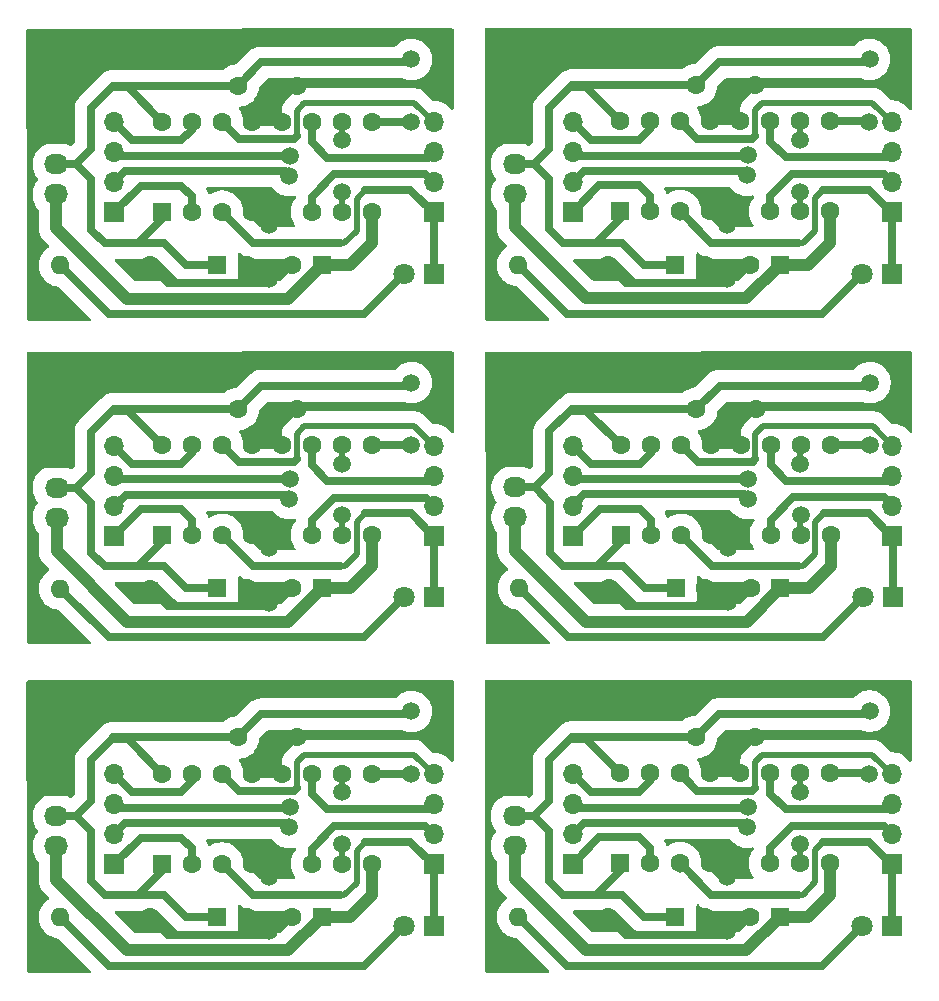
<source format=gbr>
%TF.GenerationSoftware,KiCad,Pcbnew,9.0.0*%
%TF.CreationDate,2025-06-22T11:23:30-03:00*%
%TF.ProjectId,shield arduino,73686965-6c64-4206-9172-6475696e6f2e,rev?*%
%TF.SameCoordinates,Original*%
%TF.FileFunction,Copper,L2,Bot*%
%TF.FilePolarity,Positive*%
%FSLAX46Y46*%
G04 Gerber Fmt 4.6, Leading zero omitted, Abs format (unit mm)*
G04 Created by KiCad (PCBNEW 9.0.0) date 2025-06-22 11:23:30*
%MOMM*%
%LPD*%
G01*
G04 APERTURE LIST*
G04 Aperture macros list*
%AMRoundRect*
0 Rectangle with rounded corners*
0 $1 Rounding radius*
0 $2 $3 $4 $5 $6 $7 $8 $9 X,Y pos of 4 corners*
0 Add a 4 corners polygon primitive as box body*
4,1,4,$2,$3,$4,$5,$6,$7,$8,$9,$2,$3,0*
0 Add four circle primitives for the rounded corners*
1,1,$1+$1,$2,$3*
1,1,$1+$1,$4,$5*
1,1,$1+$1,$6,$7*
1,1,$1+$1,$8,$9*
0 Add four rect primitives between the rounded corners*
20,1,$1+$1,$2,$3,$4,$5,0*
20,1,$1+$1,$4,$5,$6,$7,0*
20,1,$1+$1,$6,$7,$8,$9,0*
20,1,$1+$1,$8,$9,$2,$3,0*%
G04 Aperture macros list end*
%TA.AperFunction,ComponentPad*%
%ADD10RoundRect,0.250000X0.550000X-0.550000X0.550000X0.550000X-0.550000X0.550000X-0.550000X-0.550000X0*%
%TD*%
%TA.AperFunction,ComponentPad*%
%ADD11C,1.600000*%
%TD*%
%TA.AperFunction,ComponentPad*%
%ADD12R,1.600000X1.600000*%
%TD*%
%TA.AperFunction,ComponentPad*%
%ADD13R,1.700000X1.700000*%
%TD*%
%TA.AperFunction,ComponentPad*%
%ADD14O,1.700000X1.700000*%
%TD*%
%TA.AperFunction,ComponentPad*%
%ADD15R,1.800000X1.800000*%
%TD*%
%TA.AperFunction,ComponentPad*%
%ADD16C,1.800000*%
%TD*%
%TA.AperFunction,ComponentPad*%
%ADD17O,1.600000X1.600000*%
%TD*%
%TA.AperFunction,ComponentPad*%
%ADD18R,2.030000X1.730000*%
%TD*%
%TA.AperFunction,ComponentPad*%
%ADD19O,2.030000X1.730000*%
%TD*%
%TA.AperFunction,ViaPad*%
%ADD20C,1.500000*%
%TD*%
%TA.AperFunction,Conductor*%
%ADD21C,0.700000*%
%TD*%
%TA.AperFunction,Conductor*%
%ADD22C,0.500000*%
%TD*%
%TA.AperFunction,Conductor*%
%ADD23C,1.000000*%
%TD*%
G04 APERTURE END LIST*
D10*
%TO.P,UX1,1,EN1\u002C2*%
%TO.N,+5V*%
X169508300Y-115172400D03*
D11*
%TO.P,UX1,2,1A*%
%TO.N,Net-(J19-Pin_1)*%
X172048300Y-115172400D03*
%TO.P,UX1,3,1Y*%
%TO.N,/X1*%
X174588300Y-115172400D03*
%TO.P,UX1,4,GND*%
%TO.N,Earth*%
X177128300Y-115172400D03*
%TO.P,UX1,5,GND*%
X179668300Y-115172400D03*
%TO.P,UX1,6,2Y*%
%TO.N,/X2*%
X182208300Y-115172400D03*
%TO.P,UX1,7,2A*%
%TO.N,Net-(J19-Pin_2)*%
X184748300Y-115172400D03*
%TO.P,UX1,8,VCC2*%
%TO.N,Vdrive*%
X187288300Y-115172400D03*
%TO.P,UX1,9,EN3\u002C4*%
%TO.N,+5V*%
X187288300Y-107552400D03*
%TO.P,UX1,10,3A*%
%TO.N,Net-(J19-Pin_3)*%
X184748300Y-107552400D03*
%TO.P,UX1,11,3Y*%
%TO.N,/X3*%
X182208300Y-107552400D03*
%TO.P,UX1,12,GND*%
%TO.N,Earth*%
X179668300Y-107552400D03*
%TO.P,UX1,13,GND*%
X177128300Y-107552400D03*
%TO.P,UX1,14,4Y*%
%TO.N,/X4*%
X174588300Y-107552400D03*
%TO.P,UX1,15,4A*%
%TO.N,Net-(J19-Pin_4)*%
X172048300Y-107552400D03*
%TO.P,UX1,16,VCC1*%
%TO.N,+5V*%
X169508300Y-107552400D03*
%TD*%
D12*
%TO.P,C15,1*%
%TO.N,Vdrive*%
X183031900Y-64499400D03*
D11*
%TO.P,C15,2*%
%TO.N,Earth*%
X180531900Y-64499400D03*
%TD*%
D13*
%TO.P,J19,1,Pin_1*%
%TO.N,Net-(J19-Pin_1)*%
X165481200Y-60045800D03*
D14*
%TO.P,J19,2,Pin_2*%
%TO.N,Net-(J19-Pin_2)*%
X165481200Y-57505800D03*
%TO.P,J19,3,Pin_3*%
%TO.N,Net-(J19-Pin_3)*%
X165481200Y-54965800D03*
%TO.P,J19,4,Pin_4*%
%TO.N,Net-(J19-Pin_4)*%
X165481200Y-52425800D03*
%TD*%
D12*
%TO.P,C15,1*%
%TO.N,Vdrive*%
X183031900Y-119693600D03*
D11*
%TO.P,C15,2*%
%TO.N,Earth*%
X180531900Y-119693600D03*
%TD*%
D13*
%TO.P,J6,1,Pin_1*%
%TO.N,/X1*%
X153719100Y-115265400D03*
D14*
%TO.P,J6,2,Pin_2*%
%TO.N,/X2*%
X153719100Y-112725400D03*
%TO.P,J6,3,Pin_3*%
%TO.N,/X3*%
X153719100Y-110185400D03*
%TO.P,J6,4,Pin_4*%
%TO.N,/X4*%
X153719100Y-107645400D03*
%TD*%
D13*
%TO.P,J19,1,Pin_1*%
%TO.N,Net-(J19-Pin_1)*%
X165532000Y-87427000D03*
D14*
%TO.P,J19,2,Pin_2*%
%TO.N,Net-(J19-Pin_2)*%
X165532000Y-84887000D03*
%TO.P,J19,3,Pin_3*%
%TO.N,Net-(J19-Pin_3)*%
X165532000Y-82347000D03*
%TO.P,J19,4,Pin_4*%
%TO.N,Net-(J19-Pin_4)*%
X165532000Y-79807000D03*
%TD*%
D15*
%TO.P,D1,1,K*%
%TO.N,/X1*%
X153767237Y-92649857D03*
D16*
%TO.P,D1,2,A*%
%TO.N,/2*%
X151227237Y-92649857D03*
%TD*%
D15*
%TO.P,D1,1,K*%
%TO.N,/X1*%
X192598737Y-92642257D03*
D16*
%TO.P,D1,2,A*%
%TO.N,/2*%
X190058737Y-92642257D03*
%TD*%
D11*
%TO.P,R1,1*%
%TO.N,Earth*%
X129731837Y-119744057D03*
D17*
%TO.P,R1,2*%
%TO.N,/2*%
X122111837Y-119744057D03*
%TD*%
D11*
%TO.P,C1,1*%
%TO.N,Earth*%
X142136700Y-49327000D03*
%TO.P,C1,2*%
%TO.N,+5V*%
X137136700Y-49327000D03*
%TD*%
D12*
%TO.P,C10,1*%
%TO.N,+5V*%
X174170588Y-64499400D03*
D11*
%TO.P,C10,2*%
%TO.N,Earth*%
X176670588Y-64499400D03*
%TD*%
D13*
%TO.P,J19,1,Pin_1*%
%TO.N,Net-(J19-Pin_1)*%
X126700500Y-87434600D03*
D14*
%TO.P,J19,2,Pin_2*%
%TO.N,Net-(J19-Pin_2)*%
X126700500Y-84894600D03*
%TO.P,J19,3,Pin_3*%
%TO.N,Net-(J19-Pin_3)*%
X126700500Y-82354600D03*
%TO.P,J19,4,Pin_4*%
%TO.N,Net-(J19-Pin_4)*%
X126700500Y-79814600D03*
%TD*%
D13*
%TO.P,J6,1,Pin_1*%
%TO.N,/X1*%
X192506800Y-115240000D03*
D14*
%TO.P,J6,2,Pin_2*%
%TO.N,/X2*%
X192506800Y-112700000D03*
%TO.P,J6,3,Pin_3*%
%TO.N,/X3*%
X192506800Y-110160000D03*
%TO.P,J6,4,Pin_4*%
%TO.N,/X4*%
X192506800Y-107620000D03*
%TD*%
D13*
%TO.P,J6,1,Pin_1*%
%TO.N,/X1*%
X192506800Y-60045800D03*
D14*
%TO.P,J6,2,Pin_2*%
%TO.N,/X2*%
X192506800Y-57505800D03*
%TO.P,J6,3,Pin_3*%
%TO.N,/X3*%
X192506800Y-54965800D03*
%TO.P,J6,4,Pin_4*%
%TO.N,/X4*%
X192506800Y-52425800D03*
%TD*%
D15*
%TO.P,D1,1,K*%
%TO.N,/X1*%
X153760237Y-65286457D03*
D16*
%TO.P,D1,2,A*%
%TO.N,/2*%
X151220237Y-65286457D03*
%TD*%
D13*
%TO.P,J19,1,Pin_1*%
%TO.N,Net-(J19-Pin_1)*%
X126693500Y-115265400D03*
D14*
%TO.P,J19,2,Pin_2*%
%TO.N,Net-(J19-Pin_2)*%
X126693500Y-112725400D03*
%TO.P,J19,3,Pin_3*%
%TO.N,Net-(J19-Pin_3)*%
X126693500Y-110185400D03*
%TO.P,J19,4,Pin_4*%
%TO.N,Net-(J19-Pin_4)*%
X126693500Y-107645400D03*
%TD*%
D11*
%TO.P,C1,1*%
%TO.N,Earth*%
X180975200Y-76682800D03*
%TO.P,C1,2*%
%TO.N,+5V*%
X175975200Y-76682800D03*
%TD*%
D13*
%TO.P,J6,1,Pin_1*%
%TO.N,/X1*%
X153726100Y-87434600D03*
D14*
%TO.P,J6,2,Pin_2*%
%TO.N,/X2*%
X153726100Y-84894600D03*
%TO.P,J6,3,Pin_3*%
%TO.N,/X3*%
X153726100Y-82354600D03*
%TO.P,J6,4,Pin_4*%
%TO.N,/X4*%
X153726100Y-79814600D03*
%TD*%
D18*
%TO.P,J18,1,Pin_1*%
%TO.N,Earth*%
X160628600Y-80814400D03*
D19*
%TO.P,J18,2,Pin_2*%
%TO.N,+5V*%
X160628600Y-83354400D03*
%TO.P,J18,3,Pin_3*%
%TO.N,Vdrive*%
X160628600Y-85894400D03*
%TD*%
D10*
%TO.P,UX1,1,EN1\u002C2*%
%TO.N,+5V*%
X169559100Y-87359400D03*
D11*
%TO.P,UX1,2,1A*%
%TO.N,Net-(J19-Pin_1)*%
X172099100Y-87359400D03*
%TO.P,UX1,3,1Y*%
%TO.N,/X1*%
X174639100Y-87359400D03*
%TO.P,UX1,4,GND*%
%TO.N,Earth*%
X177179100Y-87359400D03*
%TO.P,UX1,5,GND*%
X179719100Y-87359400D03*
%TO.P,UX1,6,2Y*%
%TO.N,/X2*%
X182259100Y-87359400D03*
%TO.P,UX1,7,2A*%
%TO.N,Net-(J19-Pin_2)*%
X184799100Y-87359400D03*
%TO.P,UX1,8,VCC2*%
%TO.N,Vdrive*%
X187339100Y-87359400D03*
%TO.P,UX1,9,EN3\u002C4*%
%TO.N,+5V*%
X187339100Y-79739400D03*
%TO.P,UX1,10,3A*%
%TO.N,Net-(J19-Pin_3)*%
X184799100Y-79739400D03*
%TO.P,UX1,11,3Y*%
%TO.N,/X3*%
X182259100Y-79739400D03*
%TO.P,UX1,12,GND*%
%TO.N,Earth*%
X179719100Y-79739400D03*
%TO.P,UX1,13,GND*%
X177179100Y-79739400D03*
%TO.P,UX1,14,4Y*%
%TO.N,/X4*%
X174639100Y-79739400D03*
%TO.P,UX1,15,4A*%
%TO.N,Net-(J19-Pin_4)*%
X172099100Y-79739400D03*
%TO.P,UX1,16,VCC1*%
%TO.N,+5V*%
X169559100Y-79739400D03*
%TD*%
D13*
%TO.P,J6,1,Pin_1*%
%TO.N,/X1*%
X153719100Y-60071200D03*
D14*
%TO.P,J6,2,Pin_2*%
%TO.N,/X2*%
X153719100Y-57531200D03*
%TO.P,J6,3,Pin_3*%
%TO.N,/X3*%
X153719100Y-54991200D03*
%TO.P,J6,4,Pin_4*%
%TO.N,/X4*%
X153719100Y-52451200D03*
%TD*%
D12*
%TO.P,C10,1*%
%TO.N,+5V*%
X135389888Y-91888200D03*
D11*
%TO.P,C10,2*%
%TO.N,Earth*%
X137889888Y-91888200D03*
%TD*%
D13*
%TO.P,J19,1,Pin_1*%
%TO.N,Net-(J19-Pin_1)*%
X165481200Y-115240000D03*
D14*
%TO.P,J19,2,Pin_2*%
%TO.N,Net-(J19-Pin_2)*%
X165481200Y-112700000D03*
%TO.P,J19,3,Pin_3*%
%TO.N,Net-(J19-Pin_3)*%
X165481200Y-110160000D03*
%TO.P,J19,4,Pin_4*%
%TO.N,Net-(J19-Pin_4)*%
X165481200Y-107620000D03*
%TD*%
D10*
%TO.P,UX1,1,EN1\u002C2*%
%TO.N,+5V*%
X130720600Y-115197800D03*
D11*
%TO.P,UX1,2,1A*%
%TO.N,Net-(J19-Pin_1)*%
X133260600Y-115197800D03*
%TO.P,UX1,3,1Y*%
%TO.N,/X1*%
X135800600Y-115197800D03*
%TO.P,UX1,4,GND*%
%TO.N,Earth*%
X138340600Y-115197800D03*
%TO.P,UX1,5,GND*%
X140880600Y-115197800D03*
%TO.P,UX1,6,2Y*%
%TO.N,/X2*%
X143420600Y-115197800D03*
%TO.P,UX1,7,2A*%
%TO.N,Net-(J19-Pin_2)*%
X145960600Y-115197800D03*
%TO.P,UX1,8,VCC2*%
%TO.N,Vdrive*%
X148500600Y-115197800D03*
%TO.P,UX1,9,EN3\u002C4*%
%TO.N,+5V*%
X148500600Y-107577800D03*
%TO.P,UX1,10,3A*%
%TO.N,Net-(J19-Pin_3)*%
X145960600Y-107577800D03*
%TO.P,UX1,11,3Y*%
%TO.N,/X3*%
X143420600Y-107577800D03*
%TO.P,UX1,12,GND*%
%TO.N,Earth*%
X140880600Y-107577800D03*
%TO.P,UX1,13,GND*%
X138340600Y-107577800D03*
%TO.P,UX1,14,4Y*%
%TO.N,/X4*%
X135800600Y-107577800D03*
%TO.P,UX1,15,4A*%
%TO.N,Net-(J19-Pin_4)*%
X133260600Y-107577800D03*
%TO.P,UX1,16,VCC1*%
%TO.N,+5V*%
X130720600Y-107577800D03*
%TD*%
D12*
%TO.P,C15,1*%
%TO.N,Vdrive*%
X144251200Y-91888200D03*
D11*
%TO.P,C15,2*%
%TO.N,Earth*%
X141751200Y-91888200D03*
%TD*%
D12*
%TO.P,C15,1*%
%TO.N,Vdrive*%
X144244200Y-64524800D03*
D11*
%TO.P,C15,2*%
%TO.N,Earth*%
X141744200Y-64524800D03*
%TD*%
D10*
%TO.P,UX1,1,EN1\u002C2*%
%TO.N,+5V*%
X130720600Y-60003600D03*
D11*
%TO.P,UX1,2,1A*%
%TO.N,Net-(J19-Pin_1)*%
X133260600Y-60003600D03*
%TO.P,UX1,3,1Y*%
%TO.N,/X1*%
X135800600Y-60003600D03*
%TO.P,UX1,4,GND*%
%TO.N,Earth*%
X138340600Y-60003600D03*
%TO.P,UX1,5,GND*%
X140880600Y-60003600D03*
%TO.P,UX1,6,2Y*%
%TO.N,/X2*%
X143420600Y-60003600D03*
%TO.P,UX1,7,2A*%
%TO.N,Net-(J19-Pin_2)*%
X145960600Y-60003600D03*
%TO.P,UX1,8,VCC2*%
%TO.N,Vdrive*%
X148500600Y-60003600D03*
%TO.P,UX1,9,EN3\u002C4*%
%TO.N,+5V*%
X148500600Y-52383600D03*
%TO.P,UX1,10,3A*%
%TO.N,Net-(J19-Pin_3)*%
X145960600Y-52383600D03*
%TO.P,UX1,11,3Y*%
%TO.N,/X3*%
X143420600Y-52383600D03*
%TO.P,UX1,12,GND*%
%TO.N,Earth*%
X140880600Y-52383600D03*
%TO.P,UX1,13,GND*%
X138340600Y-52383600D03*
%TO.P,UX1,14,4Y*%
%TO.N,/X4*%
X135800600Y-52383600D03*
%TO.P,UX1,15,4A*%
%TO.N,Net-(J19-Pin_4)*%
X133260600Y-52383600D03*
%TO.P,UX1,16,VCC1*%
%TO.N,+5V*%
X130720600Y-52383600D03*
%TD*%
%TO.P,R1,1*%
%TO.N,Earth*%
X168570337Y-91905657D03*
D17*
%TO.P,R1,2*%
%TO.N,/2*%
X160950337Y-91905657D03*
%TD*%
D11*
%TO.P,C1,1*%
%TO.N,Earth*%
X142143700Y-76690400D03*
%TO.P,C1,2*%
%TO.N,+5V*%
X137143700Y-76690400D03*
%TD*%
%TO.P,R1,1*%
%TO.N,Earth*%
X129731837Y-64549857D03*
D17*
%TO.P,R1,2*%
%TO.N,/2*%
X122111837Y-64549857D03*
%TD*%
D12*
%TO.P,C10,1*%
%TO.N,+5V*%
X174170588Y-119693600D03*
D11*
%TO.P,C10,2*%
%TO.N,Earth*%
X176670588Y-119693600D03*
%TD*%
%TO.P,C1,1*%
%TO.N,Earth*%
X142136700Y-104521200D03*
%TO.P,C1,2*%
%TO.N,+5V*%
X137136700Y-104521200D03*
%TD*%
D12*
%TO.P,C10,1*%
%TO.N,+5V*%
X135382888Y-119719000D03*
D11*
%TO.P,C10,2*%
%TO.N,Earth*%
X137882888Y-119719000D03*
%TD*%
%TO.P,R1,1*%
%TO.N,Earth*%
X168519537Y-119718657D03*
D17*
%TO.P,R1,2*%
%TO.N,/2*%
X160899537Y-119718657D03*
%TD*%
D15*
%TO.P,D1,1,K*%
%TO.N,/X1*%
X192547937Y-65261057D03*
D16*
%TO.P,D1,2,A*%
%TO.N,/2*%
X190007937Y-65261057D03*
%TD*%
D11*
%TO.P,R1,1*%
%TO.N,Earth*%
X168519537Y-64524457D03*
D17*
%TO.P,R1,2*%
%TO.N,/2*%
X160899537Y-64524457D03*
%TD*%
D12*
%TO.P,C15,1*%
%TO.N,Vdrive*%
X183082700Y-91880600D03*
D11*
%TO.P,C15,2*%
%TO.N,Earth*%
X180582700Y-91880600D03*
%TD*%
D18*
%TO.P,J18,1,Pin_1*%
%TO.N,Earth*%
X160577800Y-108627400D03*
D19*
%TO.P,J18,2,Pin_2*%
%TO.N,+5V*%
X160577800Y-111167400D03*
%TO.P,J18,3,Pin_3*%
%TO.N,Vdrive*%
X160577800Y-113707400D03*
%TD*%
D13*
%TO.P,J19,1,Pin_1*%
%TO.N,Net-(J19-Pin_1)*%
X126693500Y-60071200D03*
D14*
%TO.P,J19,2,Pin_2*%
%TO.N,Net-(J19-Pin_2)*%
X126693500Y-57531200D03*
%TO.P,J19,3,Pin_3*%
%TO.N,Net-(J19-Pin_3)*%
X126693500Y-54991200D03*
%TO.P,J19,4,Pin_4*%
%TO.N,Net-(J19-Pin_4)*%
X126693500Y-52451200D03*
%TD*%
D18*
%TO.P,J18,1,Pin_1*%
%TO.N,Earth*%
X121790100Y-108652800D03*
D19*
%TO.P,J18,2,Pin_2*%
%TO.N,+5V*%
X121790100Y-111192800D03*
%TO.P,J18,3,Pin_3*%
%TO.N,Vdrive*%
X121790100Y-113732800D03*
%TD*%
D11*
%TO.P,C1,1*%
%TO.N,Earth*%
X180924400Y-104495800D03*
%TO.P,C1,2*%
%TO.N,+5V*%
X175924400Y-104495800D03*
%TD*%
D10*
%TO.P,UX1,1,EN1\u002C2*%
%TO.N,+5V*%
X169508300Y-59978200D03*
D11*
%TO.P,UX1,2,1A*%
%TO.N,Net-(J19-Pin_1)*%
X172048300Y-59978200D03*
%TO.P,UX1,3,1Y*%
%TO.N,/X1*%
X174588300Y-59978200D03*
%TO.P,UX1,4,GND*%
%TO.N,Earth*%
X177128300Y-59978200D03*
%TO.P,UX1,5,GND*%
X179668300Y-59978200D03*
%TO.P,UX1,6,2Y*%
%TO.N,/X2*%
X182208300Y-59978200D03*
%TO.P,UX1,7,2A*%
%TO.N,Net-(J19-Pin_2)*%
X184748300Y-59978200D03*
%TO.P,UX1,8,VCC2*%
%TO.N,Vdrive*%
X187288300Y-59978200D03*
%TO.P,UX1,9,EN3\u002C4*%
%TO.N,+5V*%
X187288300Y-52358200D03*
%TO.P,UX1,10,3A*%
%TO.N,Net-(J19-Pin_3)*%
X184748300Y-52358200D03*
%TO.P,UX1,11,3Y*%
%TO.N,/X3*%
X182208300Y-52358200D03*
%TO.P,UX1,12,GND*%
%TO.N,Earth*%
X179668300Y-52358200D03*
%TO.P,UX1,13,GND*%
X177128300Y-52358200D03*
%TO.P,UX1,14,4Y*%
%TO.N,/X4*%
X174588300Y-52358200D03*
%TO.P,UX1,15,4A*%
%TO.N,Net-(J19-Pin_4)*%
X172048300Y-52358200D03*
%TO.P,UX1,16,VCC1*%
%TO.N,+5V*%
X169508300Y-52358200D03*
%TD*%
D12*
%TO.P,C10,1*%
%TO.N,+5V*%
X174221388Y-91880600D03*
D11*
%TO.P,C10,2*%
%TO.N,Earth*%
X176721388Y-91880600D03*
%TD*%
D18*
%TO.P,J18,1,Pin_1*%
%TO.N,Earth*%
X121790100Y-53458600D03*
D19*
%TO.P,J18,2,Pin_2*%
%TO.N,+5V*%
X121790100Y-55998600D03*
%TO.P,J18,3,Pin_3*%
%TO.N,Vdrive*%
X121790100Y-58538600D03*
%TD*%
D13*
%TO.P,J6,1,Pin_1*%
%TO.N,/X1*%
X192557600Y-87427000D03*
D14*
%TO.P,J6,2,Pin_2*%
%TO.N,/X2*%
X192557600Y-84887000D03*
%TO.P,J6,3,Pin_3*%
%TO.N,/X3*%
X192557600Y-82347000D03*
%TO.P,J6,4,Pin_4*%
%TO.N,/X4*%
X192557600Y-79807000D03*
%TD*%
D11*
%TO.P,C1,1*%
%TO.N,Earth*%
X180924400Y-49301600D03*
%TO.P,C1,2*%
%TO.N,+5V*%
X175924400Y-49301600D03*
%TD*%
D15*
%TO.P,D1,1,K*%
%TO.N,/X1*%
X153760237Y-120480657D03*
D16*
%TO.P,D1,2,A*%
%TO.N,/2*%
X151220237Y-120480657D03*
%TD*%
D10*
%TO.P,UX1,1,EN1\u002C2*%
%TO.N,+5V*%
X130727600Y-87367000D03*
D11*
%TO.P,UX1,2,1A*%
%TO.N,Net-(J19-Pin_1)*%
X133267600Y-87367000D03*
%TO.P,UX1,3,1Y*%
%TO.N,/X1*%
X135807600Y-87367000D03*
%TO.P,UX1,4,GND*%
%TO.N,Earth*%
X138347600Y-87367000D03*
%TO.P,UX1,5,GND*%
X140887600Y-87367000D03*
%TO.P,UX1,6,2Y*%
%TO.N,/X2*%
X143427600Y-87367000D03*
%TO.P,UX1,7,2A*%
%TO.N,Net-(J19-Pin_2)*%
X145967600Y-87367000D03*
%TO.P,UX1,8,VCC2*%
%TO.N,Vdrive*%
X148507600Y-87367000D03*
%TO.P,UX1,9,EN3\u002C4*%
%TO.N,+5V*%
X148507600Y-79747000D03*
%TO.P,UX1,10,3A*%
%TO.N,Net-(J19-Pin_3)*%
X145967600Y-79747000D03*
%TO.P,UX1,11,3Y*%
%TO.N,/X3*%
X143427600Y-79747000D03*
%TO.P,UX1,12,GND*%
%TO.N,Earth*%
X140887600Y-79747000D03*
%TO.P,UX1,13,GND*%
X138347600Y-79747000D03*
%TO.P,UX1,14,4Y*%
%TO.N,/X4*%
X135807600Y-79747000D03*
%TO.P,UX1,15,4A*%
%TO.N,Net-(J19-Pin_4)*%
X133267600Y-79747000D03*
%TO.P,UX1,16,VCC1*%
%TO.N,+5V*%
X130727600Y-79747000D03*
%TD*%
%TO.P,R1,1*%
%TO.N,Earth*%
X129738837Y-91913257D03*
D17*
%TO.P,R1,2*%
%TO.N,/2*%
X122118837Y-91913257D03*
%TD*%
D18*
%TO.P,J18,1,Pin_1*%
%TO.N,Earth*%
X121797100Y-80822000D03*
D19*
%TO.P,J18,2,Pin_2*%
%TO.N,+5V*%
X121797100Y-83362000D03*
%TO.P,J18,3,Pin_3*%
%TO.N,Vdrive*%
X121797100Y-85902000D03*
%TD*%
D12*
%TO.P,C10,1*%
%TO.N,+5V*%
X135382888Y-64524800D03*
D11*
%TO.P,C10,2*%
%TO.N,Earth*%
X137882888Y-64524800D03*
%TD*%
D15*
%TO.P,D1,1,K*%
%TO.N,/X1*%
X192547937Y-120455257D03*
D16*
%TO.P,D1,2,A*%
%TO.N,/2*%
X190007937Y-120455257D03*
%TD*%
D12*
%TO.P,C15,1*%
%TO.N,Vdrive*%
X144244200Y-119719000D03*
D11*
%TO.P,C15,2*%
%TO.N,Earth*%
X141744200Y-119719000D03*
%TD*%
D18*
%TO.P,J18,1,Pin_1*%
%TO.N,Earth*%
X160577800Y-53433200D03*
D19*
%TO.P,J18,2,Pin_2*%
%TO.N,+5V*%
X160577800Y-55973200D03*
%TO.P,J18,3,Pin_3*%
%TO.N,Vdrive*%
X160577800Y-58513200D03*
%TD*%
D20*
%TO.N,+5V*%
X151846500Y-74480600D03*
X190627200Y-102286000D03*
X190627200Y-47091800D03*
X151839500Y-47117200D03*
X151821100Y-79789200D03*
X151839500Y-102311400D03*
X190652600Y-79781600D03*
X190601800Y-52400400D03*
X151814100Y-52425800D03*
X190601800Y-107594600D03*
X151814100Y-107620000D03*
X190678000Y-74473000D03*
%TO.N,Earth*%
X139774500Y-65735400D03*
X139774500Y-61138000D03*
X178613000Y-93091200D03*
X139781500Y-88501400D03*
X139774500Y-120929600D03*
X178562200Y-65710000D03*
X178562200Y-120904200D03*
X178562200Y-61112600D03*
X178613000Y-88493800D03*
X139781500Y-93098800D03*
X178562200Y-116306800D03*
X139774500Y-116332200D03*
%TO.N,Net-(J19-Pin_2)*%
X145946700Y-58344000D03*
X184785200Y-85699800D03*
X180289400Y-56921600D03*
X141501700Y-56947000D03*
X145953700Y-85707400D03*
X141501700Y-112141200D03*
X184734400Y-113512800D03*
X184734400Y-58318600D03*
X141508700Y-84310400D03*
X180289400Y-112115800D03*
X180340200Y-84302800D03*
X145946700Y-113538200D03*
%TO.N,Net-(J19-Pin_3)*%
X141530509Y-110441442D03*
X145934000Y-53975200D03*
X184721700Y-53949800D03*
X180318209Y-110416042D03*
X180369009Y-82603042D03*
X184721700Y-109144000D03*
X145941000Y-81338600D03*
X184772500Y-81331000D03*
X180318209Y-55221842D03*
X141537509Y-82610642D03*
X145934000Y-109169400D03*
X141530509Y-55247242D03*
%TD*%
D21*
%TO.N,+5V*%
X190521500Y-79739400D02*
X190563700Y-79781600D01*
X187288300Y-107552400D02*
X190470700Y-107552400D01*
X190470700Y-52358200D02*
X190512900Y-52400400D01*
X124693900Y-78620800D02*
X126463300Y-76851400D01*
X151846500Y-74480600D02*
X151617900Y-74480600D01*
X127832000Y-76851400D02*
X126802100Y-76851400D01*
X127825000Y-49488000D02*
X126795100Y-49488000D01*
X163525400Y-116687800D02*
X164655700Y-117818100D01*
X163474600Y-54711800D02*
X163474600Y-51232000D01*
X165405000Y-49301600D02*
X165244000Y-49462600D01*
D22*
X169508300Y-52198400D02*
X169508300Y-52378600D01*
D21*
X163474600Y-106426200D02*
X165244000Y-104656800D01*
X126617300Y-104521200D02*
X126456300Y-104682200D01*
X121790100Y-111192800D02*
X123425500Y-111192800D01*
X162297600Y-83354400D02*
X163576200Y-84633000D01*
X169559100Y-87359400D02*
X169559100Y-87974937D01*
X126456300Y-49488000D02*
X126795100Y-49488000D01*
X175924400Y-104495800D02*
X165405000Y-104495800D01*
X126463300Y-76851400D02*
X126802100Y-76851400D01*
X151617900Y-74480600D02*
X151363900Y-74734600D01*
X163576200Y-88874800D02*
X164706500Y-90005100D01*
X190144600Y-102540000D02*
X177880200Y-102540000D01*
X171560400Y-119693600D02*
X174170588Y-119693600D01*
X126624300Y-76690400D02*
X126463300Y-76851400D01*
X160577800Y-55973200D02*
X162246800Y-55973200D01*
X148507600Y-79747000D02*
X151690000Y-79747000D01*
D22*
X151627200Y-107598200D02*
X151649000Y-107620000D01*
D21*
X124686900Y-106451600D02*
X126456300Y-104682200D01*
X151363900Y-74734600D02*
X139099500Y-74734600D01*
X125868000Y-117843500D02*
X130897200Y-117843500D01*
D22*
X130720600Y-52223800D02*
X130720600Y-52404000D01*
D21*
X169684900Y-117818100D02*
X171560400Y-119693600D01*
X190627200Y-102286000D02*
X190398600Y-102286000D01*
X130897200Y-117843500D02*
X132772700Y-119719000D01*
X130720600Y-52383600D02*
X127825000Y-49488000D01*
X124686900Y-109931400D02*
X124686900Y-106451600D01*
X164655700Y-117818100D02*
X169684900Y-117818100D01*
X151839500Y-102311400D02*
X151610900Y-102311400D01*
X165455800Y-76682800D02*
X165294800Y-76843800D01*
X124693900Y-82100600D02*
X124693900Y-78620800D01*
X125875000Y-90012700D02*
X130904200Y-90012700D01*
X130720600Y-107577800D02*
X127825000Y-104682200D01*
D22*
X130727600Y-79587200D02*
X130727600Y-79767400D01*
D21*
X121797100Y-83362000D02*
X123432500Y-83362000D01*
X121790100Y-55998600D02*
X123459100Y-55998600D01*
X130897200Y-62649300D02*
X132772700Y-64524800D01*
X169508300Y-60593737D02*
X167478137Y-62623900D01*
X130720600Y-115197800D02*
X130720600Y-115813337D01*
X169508300Y-115172400D02*
X169508300Y-115787937D01*
X169735700Y-90005100D02*
X171611200Y-91880600D01*
X190144600Y-47345800D02*
X177880200Y-47345800D01*
X139092500Y-47371200D02*
X137136700Y-49327000D01*
X126617300Y-49327000D02*
X126456300Y-49488000D01*
D22*
X151634200Y-79767400D02*
X151656000Y-79789200D01*
D21*
X151683000Y-107577800D02*
X151725200Y-107620000D01*
X163525400Y-82093000D02*
X163525400Y-78613200D01*
X177880200Y-102540000D02*
X175924400Y-104495800D01*
X151610900Y-102311400D02*
X151356900Y-102565400D01*
X151356900Y-102565400D02*
X139092500Y-102565400D01*
X148500600Y-52383600D02*
X151683000Y-52383600D01*
X160628600Y-83354400D02*
X162264000Y-83354400D01*
X130727600Y-79747000D02*
X127832000Y-76851400D01*
X123425500Y-111192800D02*
X124686900Y-109931400D01*
X162213200Y-55973200D02*
X163474600Y-54711800D01*
X130904200Y-90012700D02*
X132779700Y-91888200D01*
X163525400Y-61493600D02*
X164655700Y-62623900D01*
X160628600Y-83354400D02*
X162297600Y-83354400D01*
X139099500Y-74734600D02*
X137143700Y-76690400D01*
X160577800Y-111167400D02*
X162246800Y-111167400D01*
X187288300Y-52358200D02*
X190470700Y-52358200D01*
X151610900Y-47117200D02*
X151356900Y-47371200D01*
X139092500Y-102565400D02*
X137136700Y-104521200D01*
X124737700Y-57277200D02*
X124737700Y-61519000D01*
X127825000Y-104682200D02*
X126795100Y-104682200D01*
D22*
X130720600Y-107418000D02*
X130720600Y-107598200D01*
D21*
X165294800Y-76843800D02*
X165633600Y-76843800D01*
X151839500Y-47117200D02*
X151610900Y-47117200D01*
X162246800Y-55973200D02*
X163525400Y-57251800D01*
X163576200Y-84633000D02*
X163576200Y-88874800D01*
X171560400Y-64499400D02*
X174170588Y-64499400D01*
X151683000Y-52383600D02*
X151725200Y-52425800D01*
X163525400Y-78613200D02*
X165294800Y-76843800D01*
X162264000Y-83354400D02*
X163525400Y-82093000D01*
X164706500Y-90005100D02*
X169735700Y-90005100D01*
X165244000Y-49462600D02*
X165582800Y-49462600D01*
X166612700Y-104656800D02*
X165582800Y-104656800D01*
X165244000Y-104656800D02*
X165582800Y-104656800D01*
X124737700Y-61519000D02*
X125868000Y-62649300D01*
X175975200Y-76682800D02*
X165455800Y-76682800D01*
X151356900Y-47371200D02*
X139092500Y-47371200D01*
X163474600Y-51232000D02*
X165244000Y-49462600D01*
X123459100Y-111192800D02*
X124737700Y-112471400D01*
X130720600Y-60619137D02*
X128690437Y-62649300D01*
D22*
X190465700Y-79759800D02*
X190487500Y-79781600D01*
D21*
X123432500Y-83362000D02*
X124693900Y-82100600D01*
X148500600Y-107577800D02*
X151683000Y-107577800D01*
X165405000Y-104495800D02*
X165244000Y-104656800D01*
X126456300Y-104682200D02*
X126795100Y-104682200D01*
X169684900Y-62623900D02*
X171560400Y-64499400D01*
X169508300Y-107552400D02*
X166612700Y-104656800D01*
X123425500Y-55998600D02*
X124686900Y-54737200D01*
X124744700Y-88882400D02*
X125875000Y-90012700D01*
X190470700Y-107552400D02*
X190512900Y-107594600D01*
X163525400Y-57251800D02*
X163525400Y-61493600D01*
X169508300Y-59978200D02*
X169508300Y-60593737D01*
X124686900Y-51257400D02*
X126456300Y-49488000D01*
X160577800Y-111167400D02*
X162213200Y-111167400D01*
X164655700Y-62623900D02*
X169684900Y-62623900D01*
X169559100Y-79739400D02*
X166663500Y-76843800D01*
D22*
X190414900Y-52378600D02*
X190436700Y-52400400D01*
D21*
X137143700Y-76690400D02*
X126624300Y-76690400D01*
X151690000Y-79747000D02*
X151732200Y-79789200D01*
X190398600Y-47091800D02*
X190144600Y-47345800D01*
X130727600Y-87982537D02*
X128697437Y-90012700D01*
X124744700Y-84640600D02*
X124744700Y-88882400D01*
X177880200Y-47345800D02*
X175924400Y-49301600D01*
X163525400Y-112446000D02*
X163525400Y-116687800D01*
X132772700Y-119719000D02*
X135382888Y-119719000D01*
D22*
X151627200Y-52404000D02*
X151649000Y-52425800D01*
D21*
X132779700Y-91888200D02*
X135389888Y-91888200D01*
X171611200Y-91880600D02*
X174221388Y-91880600D01*
X121790100Y-111192800D02*
X123459100Y-111192800D01*
D22*
X169559100Y-79579600D02*
X169559100Y-79759800D01*
D21*
X124737700Y-112471400D02*
X124737700Y-116713200D01*
X137136700Y-49327000D02*
X126617300Y-49327000D01*
X123459100Y-55998600D02*
X124737700Y-57277200D01*
X125868000Y-62649300D02*
X130897200Y-62649300D01*
X175924400Y-49301600D02*
X165405000Y-49301600D01*
X121790100Y-55998600D02*
X123425500Y-55998600D01*
X163474600Y-109906000D02*
X163474600Y-106426200D01*
X169508300Y-115787937D02*
X167478137Y-117818100D01*
X166612700Y-49462600D02*
X165582800Y-49462600D01*
X190398600Y-102286000D02*
X190144600Y-102540000D01*
X169559100Y-87974937D02*
X167528937Y-90005100D01*
D22*
X169508300Y-107392600D02*
X169508300Y-107572800D01*
D21*
X190195400Y-74727000D02*
X177931000Y-74727000D01*
X162246800Y-111167400D02*
X163525400Y-112446000D01*
X123466100Y-83362000D02*
X124744700Y-84640600D01*
X160577800Y-55973200D02*
X162213200Y-55973200D01*
D22*
X190414900Y-107572800D02*
X190436700Y-107594600D01*
D21*
X162213200Y-111167400D02*
X163474600Y-109906000D01*
X130720600Y-60003600D02*
X130720600Y-60619137D01*
X124686900Y-54737200D02*
X124686900Y-51257400D01*
X124737700Y-116713200D02*
X125868000Y-117843500D01*
X190449400Y-74473000D02*
X190195400Y-74727000D01*
X130727600Y-87367000D02*
X130727600Y-87982537D01*
X187339100Y-79739400D02*
X190521500Y-79739400D01*
X166663500Y-76843800D02*
X165633600Y-76843800D01*
X190627200Y-47091800D02*
X190398600Y-47091800D01*
X121797100Y-83362000D02*
X123466100Y-83362000D01*
X137136700Y-104521200D02*
X126617300Y-104521200D01*
X132772700Y-64524800D02*
X135382888Y-64524800D01*
X169508300Y-52358200D02*
X166612700Y-49462600D01*
X177931000Y-74727000D02*
X175975200Y-76682800D01*
X190678000Y-74473000D02*
X190449400Y-74473000D01*
X130720600Y-115813337D02*
X128690437Y-117843500D01*
%TO.N,Earth*%
X140880600Y-52383600D02*
X138340600Y-52383600D01*
X131237437Y-93411857D02*
X139468443Y-93411857D01*
X138340600Y-60003600D02*
X140880600Y-60003600D01*
X179719100Y-79739400D02*
X177179100Y-79739400D01*
X139461443Y-121242657D02*
X139774500Y-120929600D01*
X168519537Y-64524457D02*
X170018137Y-66023057D01*
X179668300Y-107552400D02*
X177128300Y-107552400D01*
X129731837Y-64549857D02*
X131230437Y-66048457D01*
X138347600Y-87367000D02*
X140887600Y-87367000D01*
X139461443Y-66048457D02*
X139774500Y-65735400D01*
X178249143Y-121217257D02*
X178562200Y-120904200D01*
X139468443Y-93411857D02*
X139781500Y-93098800D01*
X137889888Y-91888200D02*
X141751200Y-91888200D01*
X177128300Y-115172400D02*
X179668300Y-115172400D01*
X131230437Y-66048457D02*
X139461443Y-66048457D01*
X178299943Y-93404257D02*
X178613000Y-93091200D01*
X137882888Y-119719000D02*
X141744200Y-119719000D01*
X170018137Y-66023057D02*
X178249143Y-66023057D01*
X137882888Y-64524800D02*
X141744200Y-64524800D01*
X170018137Y-121217257D02*
X178249143Y-121217257D01*
X178249143Y-66023057D02*
X178562200Y-65710000D01*
X176670588Y-64499400D02*
X180531900Y-64499400D01*
X177179100Y-87359400D02*
X179719100Y-87359400D01*
X179668300Y-52358200D02*
X177128300Y-52358200D01*
X170068937Y-93404257D02*
X178299943Y-93404257D01*
X177128300Y-59978200D02*
X179668300Y-59978200D01*
X176721388Y-91880600D02*
X180582700Y-91880600D01*
X168570337Y-91905657D02*
X170068937Y-93404257D01*
X131230437Y-121242657D02*
X139461443Y-121242657D01*
X138340600Y-115197800D02*
X140880600Y-115197800D01*
X129731837Y-119744057D02*
X131230437Y-121242657D01*
X140887600Y-79747000D02*
X138347600Y-79747000D01*
X140880600Y-107577800D02*
X138340600Y-107577800D01*
X129738837Y-91913257D02*
X131237437Y-93411857D01*
X168519537Y-119718657D02*
X170018137Y-121217257D01*
X176670588Y-119693600D02*
X180531900Y-119693600D01*
D23*
%TO.N,Vdrive*%
X148500600Y-60003600D02*
X148500600Y-62648100D01*
X121790100Y-58538600D02*
X121790100Y-61357920D01*
X121797100Y-88721320D02*
X127800180Y-94724400D01*
X185411600Y-64499400D02*
X183031900Y-64499400D01*
X185462400Y-91880600D02*
X183082700Y-91880600D01*
X121790100Y-116552120D02*
X127793180Y-122555200D01*
X187339100Y-87359400D02*
X187339100Y-90003900D01*
X180195700Y-67335600D02*
X183031900Y-64499400D01*
X148507600Y-90011500D02*
X146630900Y-91888200D01*
X185411600Y-119693600D02*
X183031900Y-119693600D01*
X148507600Y-87367000D02*
X148507600Y-90011500D01*
X146630900Y-91888200D02*
X144251200Y-91888200D01*
X160577800Y-116526720D02*
X166580880Y-122529800D01*
X160577800Y-61332520D02*
X166580880Y-67335600D01*
X160628600Y-88713720D02*
X166631680Y-94716800D01*
X180246500Y-94716800D02*
X183082700Y-91880600D01*
X187288300Y-117816900D02*
X185411600Y-119693600D01*
X187339100Y-90003900D02*
X185462400Y-91880600D01*
X187288300Y-62622700D02*
X185411600Y-64499400D01*
X148500600Y-115197800D02*
X148500600Y-117842300D01*
X166580880Y-67335600D02*
X180195700Y-67335600D01*
X180195700Y-122529800D02*
X183031900Y-119693600D01*
X141408000Y-122555200D02*
X144244200Y-119719000D01*
X160577800Y-113707400D02*
X160577800Y-116526720D01*
X127793180Y-67361000D02*
X141408000Y-67361000D01*
X148500600Y-62648100D02*
X146623900Y-64524800D01*
X121790100Y-61357920D02*
X127793180Y-67361000D01*
X160628600Y-85894400D02*
X160628600Y-88713720D01*
X148500600Y-117842300D02*
X146623900Y-119719000D01*
X166631680Y-94716800D02*
X180246500Y-94716800D01*
X160577800Y-58513200D02*
X160577800Y-61332520D01*
X141415000Y-94724400D02*
X144251200Y-91888200D01*
X187288300Y-59978200D02*
X187288300Y-62622700D01*
X121790100Y-113732800D02*
X121790100Y-116552120D01*
X146623900Y-119719000D02*
X144244200Y-119719000D01*
X127800180Y-94724400D02*
X141415000Y-94724400D01*
X187288300Y-115172400D02*
X187288300Y-117816900D01*
X121797100Y-85902000D02*
X121797100Y-88721320D01*
X141408000Y-67361000D02*
X144244200Y-64524800D01*
X127793180Y-122555200D02*
X141408000Y-122555200D01*
X166580880Y-122529800D02*
X180195700Y-122529800D01*
X146623900Y-64524800D02*
X144244200Y-64524800D01*
D21*
%TO.N,Net-(J19-Pin_1)*%
X172048300Y-58688100D02*
X172048300Y-59978200D01*
X133260600Y-113907700D02*
X133260600Y-115197800D01*
X165532000Y-87427000D02*
X167792600Y-85166400D01*
X165481200Y-60045800D02*
X167741800Y-57785200D01*
X132357700Y-57810600D02*
X133260600Y-58713500D01*
X133267600Y-86076900D02*
X133267600Y-87367000D01*
X126693500Y-60071200D02*
X128954100Y-57810600D01*
X172048300Y-113882300D02*
X172048300Y-115172400D01*
X171145400Y-112979400D02*
X172048300Y-113882300D01*
X167792600Y-85166400D02*
X171196200Y-85166400D01*
X126700500Y-87434600D02*
X128961100Y-85174000D01*
X128961100Y-85174000D02*
X132364700Y-85174000D01*
X171196200Y-85166400D02*
X172099100Y-86069300D01*
X133260600Y-58713500D02*
X133260600Y-60003600D01*
X126693500Y-115265400D02*
X128954100Y-113004800D01*
X165481200Y-115240000D02*
X167741800Y-112979400D01*
X172099100Y-86069300D02*
X172099100Y-87359400D01*
X171145400Y-57785200D02*
X172048300Y-58688100D01*
X167741800Y-112979400D02*
X171145400Y-112979400D01*
X167741800Y-57785200D02*
X171145400Y-57785200D01*
X128954100Y-113004800D02*
X132357700Y-113004800D01*
X128954100Y-57810600D02*
X132357700Y-57810600D01*
X132364700Y-85174000D02*
X133267600Y-86076900D01*
X132357700Y-113004800D02*
X133260600Y-113907700D01*
D22*
%TO.N,Net-(J19-Pin_2)*%
X145934000Y-115171200D02*
X145960600Y-115197800D01*
X184721700Y-59951600D02*
X184748300Y-59978200D01*
X145941000Y-87340400D02*
X145967600Y-87367000D01*
X145934000Y-59977000D02*
X145960600Y-60003600D01*
D21*
X127640300Y-83954800D02*
X126700500Y-84894600D01*
D22*
X184772500Y-85623600D02*
X184772500Y-87332800D01*
D21*
X180289400Y-112115800D02*
X179933800Y-111760200D01*
D22*
X184721700Y-58242400D02*
X184721700Y-59951600D01*
X184721700Y-113436600D02*
X184721700Y-115145800D01*
D21*
X141153100Y-83954800D02*
X127640300Y-83954800D01*
D22*
X184772500Y-87332800D02*
X184799100Y-87359400D01*
D21*
X166421000Y-56566000D02*
X165481200Y-57505800D01*
X141501700Y-112141200D02*
X141146100Y-111785600D01*
X141501700Y-56947000D02*
X141146100Y-56591400D01*
X180340200Y-84302800D02*
X179984600Y-83947200D01*
X141146100Y-56591400D02*
X127633300Y-56591400D01*
X166421000Y-111760200D02*
X165481200Y-112700000D01*
X141146100Y-111785600D02*
X127633300Y-111785600D01*
X179933800Y-56566000D02*
X166421000Y-56566000D01*
X180289400Y-56921600D02*
X179933800Y-56566000D01*
D22*
X145934000Y-113462000D02*
X145934000Y-115171200D01*
D21*
X179984600Y-83947200D02*
X166471800Y-83947200D01*
X166471800Y-83947200D02*
X165532000Y-84887000D01*
D22*
X145934000Y-58267800D02*
X145934000Y-59977000D01*
D21*
X127633300Y-56591400D02*
X126693500Y-57531200D01*
X179933800Y-111760200D02*
X166421000Y-111760200D01*
X141508700Y-84310400D02*
X141153100Y-83954800D01*
D22*
X184721700Y-115145800D02*
X184748300Y-115172400D01*
D21*
X127633300Y-111785600D02*
X126693500Y-112725400D01*
D22*
X145941000Y-85631200D02*
X145941000Y-87340400D01*
D21*
%TO.N,Net-(J19-Pin_4)*%
X128217500Y-53975200D02*
X132332300Y-53975200D01*
X165481200Y-52425800D02*
X167005200Y-53949800D01*
X167005200Y-109144000D02*
X171120000Y-109144000D01*
X171120000Y-109144000D02*
X172048300Y-108215700D01*
X172048300Y-53021500D02*
X172048300Y-52358200D01*
X167005200Y-53949800D02*
X171120000Y-53949800D01*
X133260600Y-53046900D02*
X133260600Y-52383600D01*
X172099100Y-80402700D02*
X172099100Y-79739400D01*
X126700500Y-79814600D02*
X128224500Y-81338600D01*
X126693500Y-107645400D02*
X128217500Y-109169400D01*
X165481200Y-107620000D02*
X167005200Y-109144000D01*
X171170800Y-81331000D02*
X172099100Y-80402700D01*
X172048300Y-108215700D02*
X172048300Y-107552400D01*
X165532000Y-79807000D02*
X167056000Y-81331000D01*
X132332300Y-109169400D02*
X133260600Y-108241100D01*
X132339300Y-81338600D02*
X133267600Y-80410300D01*
X128217500Y-109169400D02*
X132332300Y-109169400D01*
X171120000Y-53949800D02*
X172048300Y-53021500D01*
X128224500Y-81338600D02*
X132339300Y-81338600D01*
X133267600Y-80410300D02*
X133267600Y-79747000D01*
X126693500Y-52451200D02*
X128217500Y-53975200D01*
X132332300Y-53975200D02*
X133260600Y-53046900D01*
X133260600Y-108241100D02*
X133260600Y-107577800D01*
X167056000Y-81331000D02*
X171170800Y-81331000D01*
%TO.N,Net-(J19-Pin_3)*%
X179832200Y-55270600D02*
X165786000Y-55270600D01*
X165786000Y-110464800D02*
X165481200Y-110160000D01*
X126998300Y-110490200D02*
X126693500Y-110185400D01*
D22*
X145934000Y-53975200D02*
X145934000Y-52410200D01*
D21*
X179880958Y-110416042D02*
X179832200Y-110464800D01*
X141093258Y-110441442D02*
X141044500Y-110490200D01*
D22*
X184721700Y-109144000D02*
X184721700Y-107579000D01*
D21*
X126998300Y-55296000D02*
X126693500Y-54991200D01*
X179931758Y-82603042D02*
X179883000Y-82651800D01*
X141051500Y-82659400D02*
X127005300Y-82659400D01*
X179880958Y-55221842D02*
X179832200Y-55270600D01*
X141537509Y-82610642D02*
X141100258Y-82610642D01*
X141044500Y-110490200D02*
X126998300Y-110490200D01*
D22*
X145934000Y-107604400D02*
X145960600Y-107577800D01*
X184772500Y-79766000D02*
X184799100Y-79739400D01*
X145941000Y-79773600D02*
X145967600Y-79747000D01*
D21*
X127005300Y-82659400D02*
X126700500Y-82354600D01*
X179832200Y-110464800D02*
X165786000Y-110464800D01*
X179883000Y-82651800D02*
X165836800Y-82651800D01*
D22*
X184721700Y-53949800D02*
X184721700Y-52384800D01*
D21*
X141044500Y-55296000D02*
X126998300Y-55296000D01*
X141093258Y-55247242D02*
X141044500Y-55296000D01*
X165836800Y-82651800D02*
X165532000Y-82347000D01*
X141100258Y-82610642D02*
X141051500Y-82659400D01*
D22*
X184772500Y-81331000D02*
X184772500Y-79766000D01*
D21*
X141530509Y-55247242D02*
X141093258Y-55247242D01*
X180318209Y-55221842D02*
X179880958Y-55221842D01*
X141530509Y-110441442D02*
X141093258Y-110441442D01*
X165786000Y-55270600D02*
X165481200Y-54965800D01*
D22*
X145934000Y-109169400D02*
X145934000Y-107604400D01*
X184721700Y-52384800D02*
X184748300Y-52358200D01*
X145934000Y-52410200D02*
X145960600Y-52383600D01*
X184721700Y-107579000D02*
X184748300Y-107552400D01*
D21*
X180318209Y-110416042D02*
X179880958Y-110416042D01*
X180369009Y-82603042D02*
X179931758Y-82603042D01*
D22*
X145941000Y-81338600D02*
X145941000Y-79773600D01*
D21*
%TO.N,/X1*%
X192547937Y-120455257D02*
X192547937Y-115281137D01*
X190551000Y-58166200D02*
X186715600Y-58166200D01*
X153642900Y-115265400D02*
X151763300Y-113385800D01*
D22*
X147211600Y-61625700D02*
X146175300Y-62662000D01*
D21*
X174639100Y-87359400D02*
X177297500Y-90017800D01*
X177297500Y-90017800D02*
X184607400Y-90017800D01*
D22*
X135800600Y-115218200D02*
X135800600Y-115723800D01*
D21*
X153767237Y-87475737D02*
X153726100Y-87434600D01*
D22*
X147934900Y-85555000D02*
X147218600Y-86271300D01*
X146175300Y-117856200D02*
X145768900Y-117856200D01*
X185999300Y-114076700D02*
X185999300Y-116794500D01*
X185013800Y-90017800D02*
X184607400Y-90017800D01*
X147218600Y-88989100D02*
X146182300Y-90025400D01*
D21*
X192506800Y-115240000D02*
X192430600Y-115240000D01*
X153760237Y-65286457D02*
X153760237Y-60112337D01*
X192598737Y-92642257D02*
X192598737Y-87468137D01*
D22*
X147218600Y-86271300D02*
X147218600Y-88989100D01*
X186715600Y-58166200D02*
X185999300Y-58882500D01*
D21*
X151770300Y-85555000D02*
X147934900Y-85555000D01*
D22*
X174588300Y-59998600D02*
X174588300Y-60504200D01*
X186050100Y-86263700D02*
X186050100Y-88981500D01*
D21*
X153760237Y-60112337D02*
X153719100Y-60071200D01*
X190601800Y-85547400D02*
X186766400Y-85547400D01*
X151763300Y-58191600D02*
X147927900Y-58191600D01*
X153760237Y-115306537D02*
X153719100Y-115265400D01*
D22*
X185999300Y-116794500D02*
X184963000Y-117830800D01*
X146182300Y-90025400D02*
X145775900Y-90025400D01*
X184963000Y-62636600D02*
X184556600Y-62636600D01*
D21*
X135800600Y-60003600D02*
X138459000Y-62662000D01*
X138466000Y-90025400D02*
X145775900Y-90025400D01*
X192430600Y-115240000D02*
X190551000Y-113360400D01*
X135800600Y-115197800D02*
X138459000Y-117856200D01*
X192506800Y-60045800D02*
X192430600Y-60045800D01*
D22*
X146175300Y-62662000D02*
X145768900Y-62662000D01*
X184963000Y-117830800D02*
X184556600Y-117830800D01*
D21*
X177246700Y-62636600D02*
X184556600Y-62636600D01*
X192547937Y-60086937D02*
X192506800Y-60045800D01*
D22*
X174639100Y-87379800D02*
X174639100Y-87885400D01*
D21*
X190551000Y-113360400D02*
X186715600Y-113360400D01*
X177246700Y-117830800D02*
X184556600Y-117830800D01*
X138459000Y-62662000D02*
X145768900Y-62662000D01*
X153719100Y-60071200D02*
X153642900Y-60071200D01*
D22*
X147927900Y-58191600D02*
X147211600Y-58907900D01*
D21*
X153719100Y-115265400D02*
X153642900Y-115265400D01*
D22*
X185999300Y-58882500D02*
X185999300Y-61600300D01*
D21*
X192547937Y-115281137D02*
X192506800Y-115240000D01*
D22*
X185999300Y-61600300D02*
X184963000Y-62636600D01*
X147927900Y-113385800D02*
X147211600Y-114102100D01*
D21*
X174588300Y-59978200D02*
X177246700Y-62636600D01*
D22*
X147211600Y-114102100D02*
X147211600Y-116819900D01*
D21*
X153649900Y-87434600D02*
X151770300Y-85555000D01*
D22*
X174588300Y-115192800D02*
X174588300Y-115698400D01*
D21*
X192598737Y-87468137D02*
X192557600Y-87427000D01*
D22*
X135800600Y-60024000D02*
X135800600Y-60529600D01*
X186766400Y-85547400D02*
X186050100Y-86263700D01*
X186715600Y-113360400D02*
X185999300Y-114076700D01*
D21*
X192481400Y-87427000D02*
X190601800Y-85547400D01*
X138459000Y-117856200D02*
X145768900Y-117856200D01*
X153760237Y-120480657D02*
X153760237Y-115306537D01*
D22*
X186050100Y-88981500D02*
X185013800Y-90017800D01*
D21*
X153767237Y-92649857D02*
X153767237Y-87475737D01*
X192557600Y-87427000D02*
X192481400Y-87427000D01*
X174588300Y-115172400D02*
X177246700Y-117830800D01*
X135807600Y-87367000D02*
X138466000Y-90025400D01*
X153642900Y-60071200D02*
X151763300Y-58191600D01*
X192430600Y-60045800D02*
X190551000Y-58166200D01*
X151763300Y-113385800D02*
X147927900Y-113385800D01*
D22*
X147211600Y-116819900D02*
X146175300Y-117856200D01*
X147211600Y-58907900D02*
X147211600Y-61625700D01*
X135807600Y-87387400D02*
X135807600Y-87893000D01*
D21*
X192547937Y-65261057D02*
X192547937Y-60086937D01*
X153726100Y-87434600D02*
X153649900Y-87434600D01*
%TO.N,/X2*%
X184149761Y-84201200D02*
X191871800Y-84201200D01*
X143420600Y-113930261D02*
X145311261Y-112039600D01*
X191821000Y-56820000D02*
X192506800Y-57505800D01*
X182259100Y-87359400D02*
X182259100Y-86091861D01*
X182259100Y-86091861D02*
X184149761Y-84201200D01*
X182208300Y-59978200D02*
X182208300Y-58710661D01*
X143420600Y-60003600D02*
X143420600Y-58736061D01*
X184098961Y-112014200D02*
X191821000Y-112014200D01*
X182208300Y-113904861D02*
X184098961Y-112014200D01*
X143420600Y-58736061D02*
X145311261Y-56845400D01*
X153033300Y-56845400D02*
X153719100Y-57531200D01*
X184098961Y-56820000D02*
X191821000Y-56820000D01*
X145318261Y-84208800D02*
X153040300Y-84208800D01*
X182208300Y-115172400D02*
X182208300Y-113904861D01*
X143420600Y-115197800D02*
X143420600Y-113930261D01*
X182208300Y-58710661D02*
X184098961Y-56820000D01*
X143427600Y-87367000D02*
X143427600Y-86099461D01*
X191821000Y-112014200D02*
X192506800Y-112700000D01*
X153040300Y-84208800D02*
X153726100Y-84894600D01*
X191871800Y-84201200D02*
X192557600Y-84887000D01*
X145311261Y-112039600D02*
X153033300Y-112039600D01*
X145311261Y-56845400D02*
X153033300Y-56845400D01*
X143427600Y-86099461D02*
X145318261Y-84208800D01*
X153033300Y-112039600D02*
X153719100Y-112725400D01*
D22*
%TO.N,/X4*%
X192506800Y-52425800D02*
X190855800Y-50774800D01*
X152075100Y-78163600D02*
X142778700Y-78163600D01*
D21*
X176052900Y-53822800D02*
X180670400Y-53822800D01*
X135800600Y-107577800D02*
X137265200Y-109042400D01*
D22*
X142131600Y-106634500D02*
X142131600Y-108793500D01*
X142131600Y-51440300D02*
X142131600Y-53599300D01*
D21*
X180670400Y-109017000D02*
X180919300Y-108768100D01*
D22*
X190855800Y-50774800D02*
X181559400Y-50774800D01*
X152068100Y-50800200D02*
X142771700Y-50800200D01*
X192557600Y-79807000D02*
X190906600Y-78156000D01*
X153726100Y-79814600D02*
X152075100Y-78163600D01*
D21*
X176052900Y-109017000D02*
X180670400Y-109017000D01*
D22*
X192506800Y-107620000D02*
X190855800Y-105969000D01*
X142771700Y-105994400D02*
X142131600Y-106634500D01*
X152068100Y-105994400D02*
X142771700Y-105994400D01*
D21*
X135800600Y-52383600D02*
X137265200Y-53848200D01*
X174588300Y-52358200D02*
X176052900Y-53822800D01*
X174588300Y-107552400D02*
X176052900Y-109017000D01*
D22*
X190855800Y-105969000D02*
X181559400Y-105969000D01*
X180919300Y-51414900D02*
X180919300Y-53573900D01*
X181559400Y-105969000D02*
X180919300Y-106609100D01*
D21*
X180670400Y-53822800D02*
X180919300Y-53573900D01*
D22*
X180919300Y-106609100D02*
X180919300Y-108768100D01*
D21*
X141882700Y-109042400D02*
X142131600Y-108793500D01*
X176103700Y-81204000D02*
X180721200Y-81204000D01*
X137265200Y-109042400D02*
X141882700Y-109042400D01*
X137272200Y-81211600D02*
X141889700Y-81211600D01*
D22*
X180970100Y-78796100D02*
X180970100Y-80955100D01*
X142771700Y-50800200D02*
X142131600Y-51440300D01*
X142138600Y-78803700D02*
X142138600Y-80962700D01*
X181610200Y-78156000D02*
X180970100Y-78796100D01*
D21*
X174639100Y-79739400D02*
X176103700Y-81204000D01*
X141882700Y-53848200D02*
X142131600Y-53599300D01*
X180721200Y-81204000D02*
X180970100Y-80955100D01*
D22*
X181559400Y-50774800D02*
X180919300Y-51414900D01*
X142778700Y-78163600D02*
X142138600Y-78803700D01*
X153719100Y-52451200D02*
X152068100Y-50800200D01*
D21*
X135807600Y-79747000D02*
X137272200Y-81211600D01*
X141889700Y-81211600D02*
X142138600Y-80962700D01*
X137265200Y-53848200D02*
X141882700Y-53848200D01*
D22*
X190906600Y-78156000D02*
X181610200Y-78156000D01*
X153719100Y-107645400D02*
X152068100Y-105994400D01*
D21*
%TO.N,/X3*%
X192075000Y-55397600D02*
X192506800Y-54965800D01*
X144727500Y-55423000D02*
X153287300Y-55423000D01*
X153287300Y-110617200D02*
X153719100Y-110185400D01*
X143420600Y-52383600D02*
X143420600Y-54116100D01*
X192125800Y-82778800D02*
X192557600Y-82347000D01*
X182208300Y-54090700D02*
X183515200Y-55397600D01*
X182259100Y-79739400D02*
X182259100Y-81471900D01*
X143427600Y-79747000D02*
X143427600Y-81479500D01*
X144727500Y-110617200D02*
X153287300Y-110617200D01*
X192075000Y-110591800D02*
X192506800Y-110160000D01*
X153287300Y-55423000D02*
X153719100Y-54991200D01*
X143420600Y-109310300D02*
X144727500Y-110617200D01*
X182208300Y-107552400D02*
X182208300Y-109284900D01*
X143427600Y-81479500D02*
X144734500Y-82786400D01*
X143420600Y-54116100D02*
X144727500Y-55423000D01*
X183566000Y-82778800D02*
X192125800Y-82778800D01*
X183515200Y-110591800D02*
X192075000Y-110591800D01*
X153294300Y-82786400D02*
X153726100Y-82354600D01*
X183515200Y-55397600D02*
X192075000Y-55397600D01*
X182259100Y-81471900D02*
X183566000Y-82778800D01*
X182208300Y-52358200D02*
X182208300Y-54090700D01*
X143420600Y-107577800D02*
X143420600Y-109310300D01*
X144734500Y-82786400D02*
X153294300Y-82786400D01*
X182208300Y-109284900D02*
X183515200Y-110591800D01*
%TO.N,/2*%
X147816637Y-68690057D02*
X151220237Y-65286457D01*
X160899537Y-119718657D02*
X165039737Y-123858857D01*
X165039737Y-68664657D02*
X186604337Y-68664657D01*
X165090537Y-96045857D02*
X186655137Y-96045857D01*
X160950337Y-91905657D02*
X165090537Y-96045857D01*
X160899537Y-64524457D02*
X165039737Y-68664657D01*
X126259037Y-96053457D02*
X147823637Y-96053457D01*
X147823637Y-96053457D02*
X151227237Y-92649857D01*
X126252037Y-68690057D02*
X147816637Y-68690057D01*
X186604337Y-123858857D02*
X190007937Y-120455257D01*
X122118837Y-91913257D02*
X126259037Y-96053457D01*
X186604337Y-68664657D02*
X190007937Y-65261057D01*
X186655137Y-96045857D02*
X190058737Y-92642257D01*
X165039737Y-123858857D02*
X186604337Y-123858857D01*
X147816637Y-123884257D02*
X151220237Y-120480657D01*
X122111837Y-119744057D02*
X126252037Y-123884257D01*
X126252037Y-123884257D02*
X147816637Y-123884257D01*
X122111837Y-64549857D02*
X126252037Y-68690057D01*
%TD*%
%TA.AperFunction,Conductor*%
%TO.N,Earth*%
G36*
X155364567Y-99688876D02*
G01*
X155410358Y-99741648D01*
X155421600Y-99793238D01*
X155421600Y-106459069D01*
X155401915Y-106526108D01*
X155349111Y-106571863D01*
X155279953Y-106581807D01*
X155216397Y-106552782D01*
X155199224Y-106534555D01*
X155113366Y-106422663D01*
X155113360Y-106422656D01*
X154941843Y-106251139D01*
X154941836Y-106251133D01*
X154749393Y-106103467D01*
X154749392Y-106103466D01*
X154749389Y-106103464D01*
X154539312Y-105982176D01*
X154531874Y-105979095D01*
X154315204Y-105889347D01*
X154080885Y-105826561D01*
X153840389Y-105794900D01*
X153840388Y-105794900D01*
X153688436Y-105794900D01*
X153621397Y-105775215D01*
X153600755Y-105758581D01*
X152882748Y-105040574D01*
X152882746Y-105040572D01*
X152723505Y-104924876D01*
X152548130Y-104835517D01*
X152360926Y-104774690D01*
X152166522Y-104743900D01*
X152166517Y-104743900D01*
X142870116Y-104743900D01*
X142673283Y-104743900D01*
X142673278Y-104743900D01*
X142478873Y-104774690D01*
X142291669Y-104835517D01*
X142116294Y-104924876D01*
X142025441Y-104990885D01*
X141957054Y-105040572D01*
X141957052Y-105040574D01*
X141957051Y-105040574D01*
X141177774Y-105819851D01*
X141177774Y-105819852D01*
X141177772Y-105819854D01*
X141138266Y-105874229D01*
X141062076Y-105979094D01*
X140972714Y-106154476D01*
X140919096Y-106319496D01*
X140919097Y-106319497D01*
X140911890Y-106341678D01*
X140881100Y-106536077D01*
X140881100Y-107567900D01*
X140861415Y-107634939D01*
X140808611Y-107680694D01*
X140757100Y-107691900D01*
X137875958Y-107691900D01*
X137846517Y-107683255D01*
X137816531Y-107676732D01*
X137811515Y-107672977D01*
X137808919Y-107672215D01*
X137788277Y-107655581D01*
X137632170Y-107499474D01*
X137598685Y-107438151D01*
X137596912Y-107427978D01*
X137570293Y-107225789D01*
X137570293Y-107225786D01*
X137509206Y-106997807D01*
X137418884Y-106779751D01*
X137418882Y-106779748D01*
X137418880Y-106779743D01*
X137376718Y-106706718D01*
X137300873Y-106575350D01*
X137283556Y-106552782D01*
X137250609Y-106509844D01*
X137225415Y-106444675D01*
X137239454Y-106376230D01*
X137288268Y-106326240D01*
X137332797Y-106311419D01*
X137488714Y-106290893D01*
X137716693Y-106229806D01*
X137934749Y-106139484D01*
X138139150Y-106021473D01*
X138326399Y-105877792D01*
X138493292Y-105710899D01*
X138636973Y-105523650D01*
X138754984Y-105319249D01*
X138845306Y-105101193D01*
X138906393Y-104873214D01*
X138933012Y-104671019D01*
X138961278Y-104607123D01*
X138968258Y-104599536D01*
X139615576Y-103952219D01*
X139676899Y-103918734D01*
X139703257Y-103915900D01*
X151114164Y-103915900D01*
X151161616Y-103925339D01*
X151198502Y-103940617D01*
X151275613Y-103972558D01*
X151497262Y-104031948D01*
X151724766Y-104061900D01*
X151724773Y-104061900D01*
X151954227Y-104061900D01*
X151954234Y-104061900D01*
X152181738Y-104031948D01*
X152403387Y-103972558D01*
X152615388Y-103884744D01*
X152814112Y-103770011D01*
X152996161Y-103630319D01*
X152996165Y-103630314D01*
X152996170Y-103630311D01*
X153158411Y-103468070D01*
X153158414Y-103468065D01*
X153158419Y-103468061D01*
X153298111Y-103286012D01*
X153412844Y-103087288D01*
X153500658Y-102875287D01*
X153560048Y-102653638D01*
X153590000Y-102426134D01*
X153590000Y-102196666D01*
X153560048Y-101969162D01*
X153500658Y-101747513D01*
X153412844Y-101535512D01*
X153298111Y-101336788D01*
X153298108Y-101336785D01*
X153298107Y-101336782D01*
X153197264Y-101205362D01*
X153158419Y-101154739D01*
X153158415Y-101154735D01*
X153158411Y-101154730D01*
X152996170Y-100992489D01*
X152996161Y-100992481D01*
X152814117Y-100852792D01*
X152615390Y-100738057D01*
X152615376Y-100738050D01*
X152403387Y-100650242D01*
X152181738Y-100590852D01*
X152143715Y-100585846D01*
X151954241Y-100560900D01*
X151954234Y-100560900D01*
X151724766Y-100560900D01*
X151724758Y-100560900D01*
X151508215Y-100589409D01*
X151497262Y-100590852D01*
X151403576Y-100615954D01*
X151275612Y-100650242D01*
X151063623Y-100738050D01*
X151063609Y-100738057D01*
X150864882Y-100852792D01*
X150682838Y-100992481D01*
X150682830Y-100992489D01*
X150520585Y-101154733D01*
X150520583Y-101154735D01*
X150511646Y-101166384D01*
X150455219Y-101207588D01*
X150413268Y-101214900D01*
X138986213Y-101214900D01*
X138937542Y-101222608D01*
X138776260Y-101248153D01*
X138574085Y-101313844D01*
X138384679Y-101410351D01*
X138212713Y-101535290D01*
X138212709Y-101535294D01*
X137058375Y-102689629D01*
X136997052Y-102723114D01*
X136986880Y-102724887D01*
X136784689Y-102751506D01*
X136556706Y-102812594D01*
X136338654Y-102902914D01*
X136338643Y-102902919D01*
X136134245Y-103020930D01*
X135972455Y-103145076D01*
X135907286Y-103170270D01*
X135896969Y-103170700D01*
X126723586Y-103170700D01*
X126511013Y-103170700D01*
X126462342Y-103178408D01*
X126301060Y-103203953D01*
X126098885Y-103269644D01*
X125909479Y-103366151D01*
X125737511Y-103491092D01*
X125737505Y-103491097D01*
X125569438Y-103659165D01*
X123807111Y-105421493D01*
X123656794Y-105571809D01*
X123656790Y-105571813D01*
X123531851Y-105743779D01*
X123435344Y-105933185D01*
X123369653Y-106135360D01*
X123336400Y-106345313D01*
X123336400Y-109320642D01*
X123316715Y-109387681D01*
X123300081Y-109408323D01*
X123103901Y-109604502D01*
X123042578Y-109637987D01*
X122972886Y-109633003D01*
X122954220Y-109624208D01*
X122766963Y-109516095D01*
X122766953Y-109516091D01*
X122541030Y-109422510D01*
X122411044Y-109387681D01*
X122304822Y-109359219D01*
X122304816Y-109359218D01*
X122304811Y-109359217D01*
X122062381Y-109327301D01*
X122062376Y-109327300D01*
X122062371Y-109327300D01*
X121517829Y-109327300D01*
X121517823Y-109327300D01*
X121517818Y-109327301D01*
X121275388Y-109359217D01*
X121275381Y-109359218D01*
X121275378Y-109359219D01*
X121227660Y-109372005D01*
X121039169Y-109422510D01*
X120813246Y-109516091D01*
X120813236Y-109516095D01*
X120601460Y-109638364D01*
X120407452Y-109787231D01*
X120407445Y-109787237D01*
X120234537Y-109960145D01*
X120234531Y-109960152D01*
X120085664Y-110154160D01*
X119963395Y-110365936D01*
X119963391Y-110365946D01*
X119869810Y-110591869D01*
X119806520Y-110828075D01*
X119806517Y-110828088D01*
X119774601Y-111070518D01*
X119774600Y-111070535D01*
X119774600Y-111315064D01*
X119774601Y-111315081D01*
X119806517Y-111557511D01*
X119806518Y-111557516D01*
X119806519Y-111557522D01*
X119816273Y-111593923D01*
X119869810Y-111793730D01*
X119963391Y-112019653D01*
X119963395Y-112019663D01*
X120085664Y-112231439D01*
X120205270Y-112387314D01*
X120230464Y-112452483D01*
X120216425Y-112520928D01*
X120205270Y-112538286D01*
X120085664Y-112694160D01*
X119963395Y-112905936D01*
X119963391Y-112905946D01*
X119869810Y-113131869D01*
X119806520Y-113368075D01*
X119806517Y-113368088D01*
X119774601Y-113610518D01*
X119774600Y-113610535D01*
X119774600Y-113855064D01*
X119774601Y-113855081D01*
X119806517Y-114097511D01*
X119806518Y-114097516D01*
X119806519Y-114097522D01*
X119832732Y-114195350D01*
X119869810Y-114333730D01*
X119963391Y-114559653D01*
X119963395Y-114559663D01*
X120085664Y-114771439D01*
X120234531Y-114965447D01*
X120253279Y-114984195D01*
X120286766Y-115045517D01*
X120289600Y-115071878D01*
X120289600Y-116670217D01*
X120326546Y-116903488D01*
X120399533Y-117128116D01*
X120506757Y-117338554D01*
X120645584Y-117529631D01*
X121153834Y-118037881D01*
X121187319Y-118099204D01*
X121182335Y-118168896D01*
X121140463Y-118224829D01*
X121128155Y-118232948D01*
X121109393Y-118243780D01*
X121109378Y-118243790D01*
X120922139Y-118387463D01*
X120922132Y-118387469D01*
X120755249Y-118554352D01*
X120755243Y-118554359D01*
X120611567Y-118741602D01*
X120611564Y-118741606D01*
X120611564Y-118741607D01*
X120603851Y-118754966D01*
X120493556Y-118946000D01*
X120493551Y-118946011D01*
X120403231Y-119164063D01*
X120342143Y-119392046D01*
X120311338Y-119626036D01*
X120311337Y-119626052D01*
X120311337Y-119862061D01*
X120311338Y-119862077D01*
X120342143Y-120096067D01*
X120403231Y-120324050D01*
X120493551Y-120542102D01*
X120493556Y-120542113D01*
X120564514Y-120665014D01*
X120611564Y-120746507D01*
X120611566Y-120746510D01*
X120611567Y-120746511D01*
X120755243Y-120933754D01*
X120755249Y-120933761D01*
X120922132Y-121100644D01*
X120922138Y-121100649D01*
X121109387Y-121244330D01*
X121240755Y-121320175D01*
X121313780Y-121362337D01*
X121313785Y-121362339D01*
X121313788Y-121362341D01*
X121531844Y-121452663D01*
X121759823Y-121513750D01*
X121962016Y-121540369D01*
X122025913Y-121568635D01*
X122033512Y-121575627D01*
X124709556Y-124251671D01*
X124743041Y-124312994D01*
X124738057Y-124382686D01*
X124696185Y-124438619D01*
X124630721Y-124463036D01*
X124621802Y-124463352D01*
X119449644Y-124460287D01*
X119382616Y-124440563D01*
X119336892Y-124387732D01*
X119325720Y-124336923D01*
X119285809Y-116502568D01*
X119285742Y-116469381D01*
X119251656Y-99818575D01*
X119271204Y-99751497D01*
X119323914Y-99705634D01*
X119375566Y-99694323D01*
X155297515Y-99669238D01*
X155364567Y-99688876D01*
G37*
%TD.AperFunction*%
%TA.AperFunction,Conductor*%
G36*
X130353482Y-119213685D02*
G01*
X130374124Y-119230319D01*
X131739470Y-120595665D01*
X131739484Y-120595680D01*
X131742595Y-120598791D01*
X131742596Y-120598792D01*
X131892908Y-120749104D01*
X131892911Y-120749106D01*
X131892915Y-120749110D01*
X132004777Y-120830382D01*
X132047443Y-120885711D01*
X132053422Y-120955325D01*
X132020817Y-121017120D01*
X131959978Y-121051477D01*
X131931892Y-121054700D01*
X128466069Y-121054700D01*
X128399030Y-121035015D01*
X128378388Y-121018381D01*
X126765688Y-119405681D01*
X126732203Y-119344358D01*
X126737187Y-119274666D01*
X126779059Y-119218733D01*
X126844523Y-119194316D01*
X126853369Y-119194000D01*
X128584150Y-119194000D01*
X128796724Y-119194000D01*
X130286443Y-119194000D01*
X130353482Y-119213685D01*
G37*
%TD.AperFunction*%
%TA.AperFunction,Conductor*%
G36*
X137373569Y-118682907D02*
G01*
X137388665Y-118695761D01*
X137579213Y-118886309D01*
X137751179Y-119011248D01*
X137751181Y-119011249D01*
X137751184Y-119011251D01*
X137940588Y-119107757D01*
X138142757Y-119173446D01*
X138352713Y-119206700D01*
X142319700Y-119206700D01*
X142328385Y-119209250D01*
X142337347Y-119207962D01*
X142361387Y-119218940D01*
X142386739Y-119226385D01*
X142392666Y-119233225D01*
X142400903Y-119236987D01*
X142415192Y-119259221D01*
X142432494Y-119279189D01*
X142434781Y-119289703D01*
X142438677Y-119295765D01*
X142443700Y-119330700D01*
X142443700Y-119346109D01*
X142424015Y-119413148D01*
X142407381Y-119433790D01*
X140822792Y-121018381D01*
X140761469Y-121051866D01*
X140735111Y-121054700D01*
X137234714Y-121054700D01*
X137167675Y-121035015D01*
X137121920Y-120982211D01*
X137111976Y-120913053D01*
X137115498Y-120896588D01*
X137116797Y-120892049D01*
X137172774Y-120696418D01*
X137183388Y-120577037D01*
X137183387Y-118860964D01*
X137177471Y-118794420D01*
X137191142Y-118725903D01*
X137239687Y-118675652D01*
X137307693Y-118659624D01*
X137373569Y-118682907D01*
G37*
%TD.AperFunction*%
%TA.AperFunction,Conductor*%
G36*
X140064546Y-113155785D02*
G01*
X140095883Y-113184614D01*
X140182779Y-113297859D01*
X140182785Y-113297866D01*
X140345030Y-113460111D01*
X140345038Y-113460118D01*
X140527082Y-113599807D01*
X140527085Y-113599808D01*
X140527088Y-113599811D01*
X140725812Y-113714544D01*
X140725817Y-113714546D01*
X140725823Y-113714549D01*
X140817180Y-113752390D01*
X140937813Y-113802358D01*
X141159462Y-113861748D01*
X141386966Y-113891700D01*
X141386973Y-113891700D01*
X141616427Y-113891700D01*
X141616434Y-113891700D01*
X141843938Y-113861748D01*
X141909491Y-113844183D01*
X141979335Y-113845846D01*
X142037198Y-113885008D01*
X142064703Y-113949236D01*
X142053117Y-114018138D01*
X142039956Y-114039444D01*
X141920330Y-114195345D01*
X141802319Y-114399743D01*
X141802314Y-114399754D01*
X141711994Y-114617806D01*
X141650906Y-114845789D01*
X141620101Y-115079779D01*
X141620100Y-115079795D01*
X141620100Y-115315804D01*
X141620101Y-115315820D01*
X141650906Y-115549810D01*
X141711994Y-115777793D01*
X141802314Y-115995845D01*
X141802319Y-115995856D01*
X141903486Y-116171080D01*
X141920327Y-116200250D01*
X142001636Y-116306215D01*
X142026830Y-116371383D01*
X142012792Y-116439827D01*
X141963978Y-116489817D01*
X141903260Y-116505700D01*
X139069758Y-116505700D01*
X139002719Y-116486015D01*
X138982077Y-116469381D01*
X137632170Y-115119474D01*
X137598685Y-115058151D01*
X137596912Y-115047978D01*
X137586047Y-114965449D01*
X137570293Y-114845786D01*
X137509206Y-114617807D01*
X137418884Y-114399751D01*
X137418882Y-114399748D01*
X137418880Y-114399743D01*
X137376718Y-114326718D01*
X137300873Y-114195350D01*
X137157192Y-114008101D01*
X137157187Y-114008095D01*
X136990304Y-113841212D01*
X136990297Y-113841206D01*
X136803054Y-113697530D01*
X136803053Y-113697529D01*
X136803050Y-113697527D01*
X136687647Y-113630899D01*
X136598656Y-113579519D01*
X136598645Y-113579514D01*
X136380593Y-113489194D01*
X136272054Y-113460111D01*
X136152614Y-113428107D01*
X136152613Y-113428106D01*
X136152610Y-113428106D01*
X135918620Y-113397301D01*
X135918617Y-113397300D01*
X135918611Y-113397300D01*
X135682589Y-113397300D01*
X135682583Y-113397300D01*
X135682579Y-113397301D01*
X135448589Y-113428106D01*
X135220606Y-113489194D01*
X135002554Y-113579514D01*
X135002543Y-113579519D01*
X134798149Y-113697526D01*
X134782048Y-113709881D01*
X134716878Y-113735072D01*
X134648434Y-113721031D01*
X134598446Y-113672215D01*
X134584093Y-113630899D01*
X134577846Y-113591457D01*
X134512157Y-113389288D01*
X134475015Y-113316394D01*
X134462120Y-113247726D01*
X134488396Y-113182986D01*
X134545502Y-113142728D01*
X134585501Y-113136100D01*
X139997507Y-113136100D01*
X140064546Y-113155785D01*
G37*
%TD.AperFunction*%
%TD*%
%TA.AperFunction,Conductor*%
%TO.N,Earth*%
G36*
X194203067Y-71850476D02*
G01*
X194248858Y-71903248D01*
X194260100Y-71954838D01*
X194260100Y-78620669D01*
X194240415Y-78687708D01*
X194187611Y-78733463D01*
X194118453Y-78743407D01*
X194054897Y-78714382D01*
X194037724Y-78696155D01*
X193951866Y-78584263D01*
X193951860Y-78584256D01*
X193780343Y-78412739D01*
X193780336Y-78412733D01*
X193587893Y-78265067D01*
X193587892Y-78265066D01*
X193587889Y-78265064D01*
X193377812Y-78143776D01*
X193370374Y-78140695D01*
X193153704Y-78050947D01*
X192919385Y-77988161D01*
X192678889Y-77956500D01*
X192678888Y-77956500D01*
X192526936Y-77956500D01*
X192459897Y-77936815D01*
X192439255Y-77920181D01*
X191721248Y-77202174D01*
X191721246Y-77202172D01*
X191562005Y-77086476D01*
X191386630Y-76997117D01*
X191199426Y-76936290D01*
X191005022Y-76905500D01*
X191005017Y-76905500D01*
X181708616Y-76905500D01*
X181511783Y-76905500D01*
X181511778Y-76905500D01*
X181317373Y-76936290D01*
X181130169Y-76997117D01*
X180954794Y-77086476D01*
X180863941Y-77152485D01*
X180795554Y-77202172D01*
X180795552Y-77202174D01*
X180795551Y-77202174D01*
X180016274Y-77981451D01*
X180016274Y-77981452D01*
X180016272Y-77981454D01*
X179976766Y-78035829D01*
X179900576Y-78140694D01*
X179811214Y-78316076D01*
X179757596Y-78481096D01*
X179757597Y-78481097D01*
X179750390Y-78503278D01*
X179719600Y-78697677D01*
X179719600Y-79729500D01*
X179699915Y-79796539D01*
X179647111Y-79842294D01*
X179595600Y-79853500D01*
X176714458Y-79853500D01*
X176685017Y-79844855D01*
X176655031Y-79838332D01*
X176650015Y-79834577D01*
X176647419Y-79833815D01*
X176626777Y-79817181D01*
X176470670Y-79661074D01*
X176437185Y-79599751D01*
X176435412Y-79589578D01*
X176408793Y-79387389D01*
X176408793Y-79387386D01*
X176347706Y-79159407D01*
X176257384Y-78941351D01*
X176257382Y-78941348D01*
X176257380Y-78941343D01*
X176215218Y-78868318D01*
X176139373Y-78736950D01*
X176122056Y-78714382D01*
X176089109Y-78671444D01*
X176063915Y-78606275D01*
X176077954Y-78537830D01*
X176126768Y-78487840D01*
X176171297Y-78473019D01*
X176327214Y-78452493D01*
X176555193Y-78391406D01*
X176773249Y-78301084D01*
X176977650Y-78183073D01*
X177164899Y-78039392D01*
X177331792Y-77872499D01*
X177475473Y-77685250D01*
X177593484Y-77480849D01*
X177683806Y-77262793D01*
X177744893Y-77034814D01*
X177771512Y-76832619D01*
X177799778Y-76768723D01*
X177806758Y-76761136D01*
X178454076Y-76113819D01*
X178515399Y-76080334D01*
X178541757Y-76077500D01*
X189952664Y-76077500D01*
X190000116Y-76086939D01*
X190037002Y-76102217D01*
X190114113Y-76134158D01*
X190335762Y-76193548D01*
X190563266Y-76223500D01*
X190563273Y-76223500D01*
X190792727Y-76223500D01*
X190792734Y-76223500D01*
X191020238Y-76193548D01*
X191241887Y-76134158D01*
X191453888Y-76046344D01*
X191652612Y-75931611D01*
X191834661Y-75791919D01*
X191834665Y-75791914D01*
X191834670Y-75791911D01*
X191996911Y-75629670D01*
X191996914Y-75629665D01*
X191996919Y-75629661D01*
X192136611Y-75447612D01*
X192251344Y-75248888D01*
X192339158Y-75036887D01*
X192398548Y-74815238D01*
X192428500Y-74587734D01*
X192428500Y-74358266D01*
X192398548Y-74130762D01*
X192339158Y-73909113D01*
X192251344Y-73697112D01*
X192136611Y-73498388D01*
X192136608Y-73498385D01*
X192136607Y-73498382D01*
X192035764Y-73366962D01*
X191996919Y-73316339D01*
X191996915Y-73316335D01*
X191996911Y-73316330D01*
X191834670Y-73154089D01*
X191834661Y-73154081D01*
X191652617Y-73014392D01*
X191453890Y-72899657D01*
X191453876Y-72899650D01*
X191241887Y-72811842D01*
X191020238Y-72752452D01*
X190982215Y-72747446D01*
X190792741Y-72722500D01*
X190792734Y-72722500D01*
X190563266Y-72722500D01*
X190563258Y-72722500D01*
X190346715Y-72751009D01*
X190335762Y-72752452D01*
X190242076Y-72777554D01*
X190114112Y-72811842D01*
X189902123Y-72899650D01*
X189902109Y-72899657D01*
X189703382Y-73014392D01*
X189521338Y-73154081D01*
X189521330Y-73154089D01*
X189359085Y-73316333D01*
X189359083Y-73316335D01*
X189350146Y-73327984D01*
X189293719Y-73369188D01*
X189251768Y-73376500D01*
X177824713Y-73376500D01*
X177776042Y-73384208D01*
X177614760Y-73409753D01*
X177412585Y-73475444D01*
X177223179Y-73571951D01*
X177051213Y-73696890D01*
X177051209Y-73696894D01*
X175896875Y-74851229D01*
X175835552Y-74884714D01*
X175825380Y-74886487D01*
X175623189Y-74913106D01*
X175395206Y-74974194D01*
X175177154Y-75064514D01*
X175177143Y-75064519D01*
X174972745Y-75182530D01*
X174810955Y-75306676D01*
X174745786Y-75331870D01*
X174735469Y-75332300D01*
X165562086Y-75332300D01*
X165349513Y-75332300D01*
X165300842Y-75340008D01*
X165139560Y-75365553D01*
X164937385Y-75431244D01*
X164747979Y-75527751D01*
X164576011Y-75652692D01*
X164576005Y-75652697D01*
X164407938Y-75820765D01*
X162645611Y-77583093D01*
X162495294Y-77733409D01*
X162495290Y-77733413D01*
X162370351Y-77905379D01*
X162273844Y-78094785D01*
X162208153Y-78296960D01*
X162174900Y-78506913D01*
X162174900Y-81482242D01*
X162155215Y-81549281D01*
X162138581Y-81569923D01*
X161942401Y-81766102D01*
X161881078Y-81799587D01*
X161811386Y-81794603D01*
X161792720Y-81785808D01*
X161605463Y-81677695D01*
X161605453Y-81677691D01*
X161379530Y-81584110D01*
X161249544Y-81549281D01*
X161143322Y-81520819D01*
X161143316Y-81520818D01*
X161143311Y-81520817D01*
X160900881Y-81488901D01*
X160900876Y-81488900D01*
X160900871Y-81488900D01*
X160356329Y-81488900D01*
X160356323Y-81488900D01*
X160356318Y-81488901D01*
X160113888Y-81520817D01*
X160113881Y-81520818D01*
X160113878Y-81520819D01*
X160066160Y-81533605D01*
X159877669Y-81584110D01*
X159651746Y-81677691D01*
X159651736Y-81677695D01*
X159439960Y-81799964D01*
X159245952Y-81948831D01*
X159245945Y-81948837D01*
X159073037Y-82121745D01*
X159073031Y-82121752D01*
X158924164Y-82315760D01*
X158801895Y-82527536D01*
X158801891Y-82527546D01*
X158708310Y-82753469D01*
X158645020Y-82989675D01*
X158645017Y-82989688D01*
X158613101Y-83232118D01*
X158613100Y-83232135D01*
X158613100Y-83476664D01*
X158613101Y-83476681D01*
X158645017Y-83719111D01*
X158645018Y-83719116D01*
X158645019Y-83719122D01*
X158654773Y-83755523D01*
X158708310Y-83955330D01*
X158801891Y-84181253D01*
X158801895Y-84181263D01*
X158924164Y-84393039D01*
X159043770Y-84548914D01*
X159068964Y-84614083D01*
X159054925Y-84682528D01*
X159043770Y-84699886D01*
X158924164Y-84855760D01*
X158801895Y-85067536D01*
X158801891Y-85067546D01*
X158708310Y-85293469D01*
X158645020Y-85529675D01*
X158645017Y-85529688D01*
X158613101Y-85772118D01*
X158613100Y-85772135D01*
X158613100Y-86016664D01*
X158613101Y-86016681D01*
X158645017Y-86259111D01*
X158645018Y-86259116D01*
X158645019Y-86259122D01*
X158671232Y-86356950D01*
X158708310Y-86495330D01*
X158801891Y-86721253D01*
X158801895Y-86721263D01*
X158924164Y-86933039D01*
X159073031Y-87127047D01*
X159091779Y-87145795D01*
X159125266Y-87207117D01*
X159128100Y-87233478D01*
X159128100Y-88831817D01*
X159165046Y-89065088D01*
X159238033Y-89289716D01*
X159345257Y-89500154D01*
X159484084Y-89691231D01*
X159992334Y-90199481D01*
X160025819Y-90260804D01*
X160020835Y-90330496D01*
X159978963Y-90386429D01*
X159966655Y-90394548D01*
X159947893Y-90405380D01*
X159947878Y-90405390D01*
X159760639Y-90549063D01*
X159760632Y-90549069D01*
X159593749Y-90715952D01*
X159593743Y-90715959D01*
X159450067Y-90903202D01*
X159450064Y-90903206D01*
X159450064Y-90903207D01*
X159442351Y-90916566D01*
X159332056Y-91107600D01*
X159332051Y-91107611D01*
X159241731Y-91325663D01*
X159180643Y-91553646D01*
X159149838Y-91787636D01*
X159149837Y-91787652D01*
X159149837Y-92023661D01*
X159149838Y-92023677D01*
X159180643Y-92257667D01*
X159241731Y-92485650D01*
X159332051Y-92703702D01*
X159332056Y-92703713D01*
X159403014Y-92826614D01*
X159450064Y-92908107D01*
X159450066Y-92908110D01*
X159450067Y-92908111D01*
X159593743Y-93095354D01*
X159593749Y-93095361D01*
X159760632Y-93262244D01*
X159760638Y-93262249D01*
X159947887Y-93405930D01*
X160079255Y-93481775D01*
X160152280Y-93523937D01*
X160152285Y-93523939D01*
X160152288Y-93523941D01*
X160370344Y-93614263D01*
X160598323Y-93675350D01*
X160800516Y-93701969D01*
X160864413Y-93730235D01*
X160872012Y-93737227D01*
X163548056Y-96413271D01*
X163581541Y-96474594D01*
X163576557Y-96544286D01*
X163534685Y-96600219D01*
X163469221Y-96624636D01*
X163460302Y-96624952D01*
X158288144Y-96621887D01*
X158221116Y-96602163D01*
X158175392Y-96549332D01*
X158164220Y-96498523D01*
X158124309Y-88664168D01*
X158124242Y-88630981D01*
X158090156Y-71980175D01*
X158109704Y-71913097D01*
X158162414Y-71867234D01*
X158214066Y-71855923D01*
X194136015Y-71830838D01*
X194203067Y-71850476D01*
G37*
%TD.AperFunction*%
%TA.AperFunction,Conductor*%
G36*
X169191982Y-91375285D02*
G01*
X169212624Y-91391919D01*
X170577970Y-92757265D01*
X170577984Y-92757280D01*
X170581095Y-92760391D01*
X170581096Y-92760392D01*
X170731408Y-92910704D01*
X170731411Y-92910706D01*
X170731415Y-92910710D01*
X170843277Y-92991982D01*
X170885943Y-93047311D01*
X170891922Y-93116925D01*
X170859317Y-93178720D01*
X170798478Y-93213077D01*
X170770392Y-93216300D01*
X167304569Y-93216300D01*
X167237530Y-93196615D01*
X167216888Y-93179981D01*
X165604188Y-91567281D01*
X165570703Y-91505958D01*
X165575687Y-91436266D01*
X165617559Y-91380333D01*
X165683023Y-91355916D01*
X165691869Y-91355600D01*
X167422650Y-91355600D01*
X167635224Y-91355600D01*
X169124943Y-91355600D01*
X169191982Y-91375285D01*
G37*
%TD.AperFunction*%
%TA.AperFunction,Conductor*%
G36*
X176212069Y-90844507D02*
G01*
X176227165Y-90857361D01*
X176417713Y-91047909D01*
X176589679Y-91172848D01*
X176589681Y-91172849D01*
X176589684Y-91172851D01*
X176779088Y-91269357D01*
X176981257Y-91335046D01*
X177191213Y-91368300D01*
X181158200Y-91368300D01*
X181166885Y-91370850D01*
X181175847Y-91369562D01*
X181199887Y-91380540D01*
X181225239Y-91387985D01*
X181231166Y-91394825D01*
X181239403Y-91398587D01*
X181253692Y-91420821D01*
X181270994Y-91440789D01*
X181273281Y-91451303D01*
X181277177Y-91457365D01*
X181282200Y-91492300D01*
X181282200Y-91507709D01*
X181262515Y-91574748D01*
X181245881Y-91595390D01*
X179661292Y-93179981D01*
X179599969Y-93213466D01*
X179573611Y-93216300D01*
X176073214Y-93216300D01*
X176006175Y-93196615D01*
X175960420Y-93143811D01*
X175950476Y-93074653D01*
X175953998Y-93058188D01*
X175955297Y-93053649D01*
X176011274Y-92858018D01*
X176021888Y-92738637D01*
X176021887Y-91022564D01*
X176015971Y-90956020D01*
X176029642Y-90887503D01*
X176078187Y-90837252D01*
X176146193Y-90821224D01*
X176212069Y-90844507D01*
G37*
%TD.AperFunction*%
%TA.AperFunction,Conductor*%
G36*
X178903046Y-85317385D02*
G01*
X178934383Y-85346214D01*
X179021279Y-85459459D01*
X179021285Y-85459466D01*
X179183530Y-85621711D01*
X179183538Y-85621718D01*
X179365582Y-85761407D01*
X179365585Y-85761408D01*
X179365588Y-85761411D01*
X179564312Y-85876144D01*
X179564317Y-85876146D01*
X179564323Y-85876149D01*
X179655680Y-85913990D01*
X179776313Y-85963958D01*
X179997962Y-86023348D01*
X180225466Y-86053300D01*
X180225473Y-86053300D01*
X180454927Y-86053300D01*
X180454934Y-86053300D01*
X180682438Y-86023348D01*
X180747991Y-86005783D01*
X180817835Y-86007446D01*
X180875698Y-86046608D01*
X180903203Y-86110836D01*
X180891617Y-86179738D01*
X180878456Y-86201044D01*
X180758830Y-86356945D01*
X180640819Y-86561343D01*
X180640814Y-86561354D01*
X180550494Y-86779406D01*
X180489406Y-87007389D01*
X180458601Y-87241379D01*
X180458600Y-87241395D01*
X180458600Y-87477404D01*
X180458601Y-87477420D01*
X180489406Y-87711410D01*
X180550494Y-87939393D01*
X180640814Y-88157445D01*
X180640819Y-88157456D01*
X180741986Y-88332680D01*
X180758827Y-88361850D01*
X180840136Y-88467815D01*
X180865330Y-88532983D01*
X180851292Y-88601427D01*
X180802478Y-88651417D01*
X180741760Y-88667300D01*
X177908258Y-88667300D01*
X177841219Y-88647615D01*
X177820577Y-88630981D01*
X176470670Y-87281074D01*
X176437185Y-87219751D01*
X176435412Y-87209578D01*
X176424547Y-87127049D01*
X176408793Y-87007386D01*
X176347706Y-86779407D01*
X176257384Y-86561351D01*
X176257382Y-86561348D01*
X176257380Y-86561343D01*
X176215218Y-86488318D01*
X176139373Y-86356950D01*
X175995692Y-86169701D01*
X175995687Y-86169695D01*
X175828804Y-86002812D01*
X175828797Y-86002806D01*
X175641554Y-85859130D01*
X175641553Y-85859129D01*
X175641550Y-85859127D01*
X175526147Y-85792499D01*
X175437156Y-85741119D01*
X175437145Y-85741114D01*
X175219093Y-85650794D01*
X175110554Y-85621711D01*
X174991114Y-85589707D01*
X174991113Y-85589706D01*
X174991110Y-85589706D01*
X174757120Y-85558901D01*
X174757117Y-85558900D01*
X174757111Y-85558900D01*
X174521089Y-85558900D01*
X174521083Y-85558900D01*
X174521079Y-85558901D01*
X174287089Y-85589706D01*
X174059106Y-85650794D01*
X173841054Y-85741114D01*
X173841043Y-85741119D01*
X173636649Y-85859126D01*
X173620548Y-85871481D01*
X173555378Y-85896672D01*
X173486934Y-85882631D01*
X173436946Y-85833815D01*
X173422593Y-85792499D01*
X173416346Y-85753057D01*
X173350657Y-85550888D01*
X173313515Y-85477994D01*
X173300620Y-85409326D01*
X173326896Y-85344586D01*
X173384002Y-85304328D01*
X173424001Y-85297700D01*
X178836007Y-85297700D01*
X178903046Y-85317385D01*
G37*
%TD.AperFunction*%
%TD*%
%TA.AperFunction,Conductor*%
%TO.N,Earth*%
G36*
X194152267Y-44469276D02*
G01*
X194198058Y-44522048D01*
X194209300Y-44573638D01*
X194209300Y-51239469D01*
X194189615Y-51306508D01*
X194136811Y-51352263D01*
X194067653Y-51362207D01*
X194004097Y-51333182D01*
X193986924Y-51314955D01*
X193901066Y-51203063D01*
X193901060Y-51203056D01*
X193729543Y-51031539D01*
X193729536Y-51031533D01*
X193537093Y-50883867D01*
X193537092Y-50883866D01*
X193537089Y-50883864D01*
X193327012Y-50762576D01*
X193319574Y-50759495D01*
X193102904Y-50669747D01*
X192868585Y-50606961D01*
X192628089Y-50575300D01*
X192628088Y-50575300D01*
X192476136Y-50575300D01*
X192409097Y-50555615D01*
X192388455Y-50538981D01*
X191670448Y-49820974D01*
X191670446Y-49820972D01*
X191511205Y-49705276D01*
X191335830Y-49615917D01*
X191148626Y-49555090D01*
X190954222Y-49524300D01*
X190954217Y-49524300D01*
X181657816Y-49524300D01*
X181460983Y-49524300D01*
X181460978Y-49524300D01*
X181266573Y-49555090D01*
X181079369Y-49615917D01*
X180903994Y-49705276D01*
X180813141Y-49771285D01*
X180744754Y-49820972D01*
X180744752Y-49820974D01*
X180744751Y-49820974D01*
X179965474Y-50600251D01*
X179965474Y-50600252D01*
X179965472Y-50600254D01*
X179925966Y-50654629D01*
X179849776Y-50759494D01*
X179760414Y-50934876D01*
X179706796Y-51099896D01*
X179706797Y-51099897D01*
X179699590Y-51122078D01*
X179668800Y-51316477D01*
X179668800Y-52348300D01*
X179649115Y-52415339D01*
X179596311Y-52461094D01*
X179544800Y-52472300D01*
X176663658Y-52472300D01*
X176634217Y-52463655D01*
X176604231Y-52457132D01*
X176599215Y-52453377D01*
X176596619Y-52452615D01*
X176575977Y-52435981D01*
X176419870Y-52279874D01*
X176386385Y-52218551D01*
X176384612Y-52208378D01*
X176357993Y-52006189D01*
X176357993Y-52006186D01*
X176296906Y-51778207D01*
X176206584Y-51560151D01*
X176206582Y-51560148D01*
X176206580Y-51560143D01*
X176164418Y-51487118D01*
X176088573Y-51355750D01*
X176071256Y-51333182D01*
X176038309Y-51290244D01*
X176013115Y-51225075D01*
X176027154Y-51156630D01*
X176075968Y-51106640D01*
X176120497Y-51091819D01*
X176276414Y-51071293D01*
X176504393Y-51010206D01*
X176722449Y-50919884D01*
X176926850Y-50801873D01*
X177114099Y-50658192D01*
X177280992Y-50491299D01*
X177424673Y-50304050D01*
X177542684Y-50099649D01*
X177633006Y-49881593D01*
X177694093Y-49653614D01*
X177720712Y-49451419D01*
X177748978Y-49387523D01*
X177755958Y-49379936D01*
X178403276Y-48732619D01*
X178464599Y-48699134D01*
X178490957Y-48696300D01*
X189901864Y-48696300D01*
X189949316Y-48705739D01*
X189986202Y-48721017D01*
X190063313Y-48752958D01*
X190284962Y-48812348D01*
X190512466Y-48842300D01*
X190512473Y-48842300D01*
X190741927Y-48842300D01*
X190741934Y-48842300D01*
X190969438Y-48812348D01*
X191191087Y-48752958D01*
X191403088Y-48665144D01*
X191601812Y-48550411D01*
X191783861Y-48410719D01*
X191783865Y-48410714D01*
X191783870Y-48410711D01*
X191946111Y-48248470D01*
X191946114Y-48248465D01*
X191946119Y-48248461D01*
X192085811Y-48066412D01*
X192200544Y-47867688D01*
X192288358Y-47655687D01*
X192347748Y-47434038D01*
X192377700Y-47206534D01*
X192377700Y-46977066D01*
X192347748Y-46749562D01*
X192288358Y-46527913D01*
X192200544Y-46315912D01*
X192085811Y-46117188D01*
X192085808Y-46117185D01*
X192085807Y-46117182D01*
X191984964Y-45985762D01*
X191946119Y-45935139D01*
X191946115Y-45935135D01*
X191946111Y-45935130D01*
X191783870Y-45772889D01*
X191783861Y-45772881D01*
X191601817Y-45633192D01*
X191403090Y-45518457D01*
X191403076Y-45518450D01*
X191191087Y-45430642D01*
X190969438Y-45371252D01*
X190931415Y-45366246D01*
X190741941Y-45341300D01*
X190741934Y-45341300D01*
X190512466Y-45341300D01*
X190512458Y-45341300D01*
X190295915Y-45369809D01*
X190284962Y-45371252D01*
X190191276Y-45396354D01*
X190063312Y-45430642D01*
X189851323Y-45518450D01*
X189851309Y-45518457D01*
X189652582Y-45633192D01*
X189470538Y-45772881D01*
X189470530Y-45772889D01*
X189308285Y-45935133D01*
X189308283Y-45935135D01*
X189299346Y-45946784D01*
X189242919Y-45987988D01*
X189200968Y-45995300D01*
X177773913Y-45995300D01*
X177725242Y-46003008D01*
X177563960Y-46028553D01*
X177361785Y-46094244D01*
X177172379Y-46190751D01*
X177000413Y-46315690D01*
X177000409Y-46315694D01*
X175846075Y-47470029D01*
X175784752Y-47503514D01*
X175774580Y-47505287D01*
X175572389Y-47531906D01*
X175344406Y-47592994D01*
X175126354Y-47683314D01*
X175126343Y-47683319D01*
X174921945Y-47801330D01*
X174760155Y-47925476D01*
X174694986Y-47950670D01*
X174684669Y-47951100D01*
X165511286Y-47951100D01*
X165298713Y-47951100D01*
X165250042Y-47958808D01*
X165088760Y-47984353D01*
X164886585Y-48050044D01*
X164697179Y-48146551D01*
X164525211Y-48271492D01*
X164525205Y-48271497D01*
X164357138Y-48439565D01*
X162594811Y-50201893D01*
X162444494Y-50352209D01*
X162444490Y-50352213D01*
X162319551Y-50524179D01*
X162223044Y-50713585D01*
X162157353Y-50915760D01*
X162124100Y-51125713D01*
X162124100Y-54101042D01*
X162104415Y-54168081D01*
X162087781Y-54188723D01*
X161891601Y-54384902D01*
X161830278Y-54418387D01*
X161760586Y-54413403D01*
X161741920Y-54404608D01*
X161554663Y-54296495D01*
X161554653Y-54296491D01*
X161328730Y-54202910D01*
X161198744Y-54168081D01*
X161092522Y-54139619D01*
X161092516Y-54139618D01*
X161092511Y-54139617D01*
X160850081Y-54107701D01*
X160850076Y-54107700D01*
X160850071Y-54107700D01*
X160305529Y-54107700D01*
X160305523Y-54107700D01*
X160305518Y-54107701D01*
X160063088Y-54139617D01*
X160063081Y-54139618D01*
X160063078Y-54139619D01*
X160015360Y-54152405D01*
X159826869Y-54202910D01*
X159600946Y-54296491D01*
X159600936Y-54296495D01*
X159389160Y-54418764D01*
X159195152Y-54567631D01*
X159195145Y-54567637D01*
X159022237Y-54740545D01*
X159022231Y-54740552D01*
X158873364Y-54934560D01*
X158751095Y-55146336D01*
X158751091Y-55146346D01*
X158657510Y-55372269D01*
X158594220Y-55608475D01*
X158594217Y-55608488D01*
X158562301Y-55850918D01*
X158562300Y-55850935D01*
X158562300Y-56095464D01*
X158562301Y-56095481D01*
X158594217Y-56337911D01*
X158594218Y-56337916D01*
X158594219Y-56337922D01*
X158603973Y-56374323D01*
X158657510Y-56574130D01*
X158751091Y-56800053D01*
X158751095Y-56800063D01*
X158873364Y-57011839D01*
X158992970Y-57167714D01*
X159018164Y-57232883D01*
X159004125Y-57301328D01*
X158992970Y-57318686D01*
X158873364Y-57474560D01*
X158751095Y-57686336D01*
X158751091Y-57686346D01*
X158657510Y-57912269D01*
X158594220Y-58148475D01*
X158594217Y-58148488D01*
X158562301Y-58390918D01*
X158562300Y-58390935D01*
X158562300Y-58635464D01*
X158562301Y-58635481D01*
X158594217Y-58877911D01*
X158594218Y-58877916D01*
X158594219Y-58877922D01*
X158620432Y-58975750D01*
X158657510Y-59114130D01*
X158751091Y-59340053D01*
X158751095Y-59340063D01*
X158873364Y-59551839D01*
X159022231Y-59745847D01*
X159040979Y-59764595D01*
X159074466Y-59825917D01*
X159077300Y-59852278D01*
X159077300Y-61450617D01*
X159114246Y-61683888D01*
X159187233Y-61908516D01*
X159294457Y-62118954D01*
X159433284Y-62310031D01*
X159941534Y-62818281D01*
X159975019Y-62879604D01*
X159970035Y-62949296D01*
X159928163Y-63005229D01*
X159915855Y-63013348D01*
X159897093Y-63024180D01*
X159897078Y-63024190D01*
X159709839Y-63167863D01*
X159709832Y-63167869D01*
X159542949Y-63334752D01*
X159542943Y-63334759D01*
X159399267Y-63522002D01*
X159399264Y-63522006D01*
X159399264Y-63522007D01*
X159391551Y-63535366D01*
X159281256Y-63726400D01*
X159281251Y-63726411D01*
X159190931Y-63944463D01*
X159129843Y-64172446D01*
X159099038Y-64406436D01*
X159099037Y-64406452D01*
X159099037Y-64642461D01*
X159099038Y-64642477D01*
X159129843Y-64876467D01*
X159190931Y-65104450D01*
X159281251Y-65322502D01*
X159281256Y-65322513D01*
X159352214Y-65445414D01*
X159399264Y-65526907D01*
X159399266Y-65526910D01*
X159399267Y-65526911D01*
X159542943Y-65714154D01*
X159542949Y-65714161D01*
X159709832Y-65881044D01*
X159709838Y-65881049D01*
X159897087Y-66024730D01*
X160028455Y-66100575D01*
X160101480Y-66142737D01*
X160101485Y-66142739D01*
X160101488Y-66142741D01*
X160319544Y-66233063D01*
X160547523Y-66294150D01*
X160749716Y-66320769D01*
X160813613Y-66349035D01*
X160821212Y-66356027D01*
X163497256Y-69032071D01*
X163530741Y-69093394D01*
X163525757Y-69163086D01*
X163483885Y-69219019D01*
X163418421Y-69243436D01*
X163409502Y-69243752D01*
X158237344Y-69240687D01*
X158170316Y-69220963D01*
X158124592Y-69168132D01*
X158113420Y-69117323D01*
X158073509Y-61282968D01*
X158073442Y-61249781D01*
X158039356Y-44598975D01*
X158058904Y-44531897D01*
X158111614Y-44486034D01*
X158163266Y-44474723D01*
X194085215Y-44449638D01*
X194152267Y-44469276D01*
G37*
%TD.AperFunction*%
%TA.AperFunction,Conductor*%
G36*
X169141182Y-63994085D02*
G01*
X169161824Y-64010719D01*
X170527170Y-65376065D01*
X170527184Y-65376080D01*
X170530295Y-65379191D01*
X170530296Y-65379192D01*
X170680608Y-65529504D01*
X170680611Y-65529506D01*
X170680615Y-65529510D01*
X170792477Y-65610782D01*
X170835143Y-65666111D01*
X170841122Y-65735725D01*
X170808517Y-65797520D01*
X170747678Y-65831877D01*
X170719592Y-65835100D01*
X167253769Y-65835100D01*
X167186730Y-65815415D01*
X167166088Y-65798781D01*
X165553388Y-64186081D01*
X165519903Y-64124758D01*
X165524887Y-64055066D01*
X165566759Y-63999133D01*
X165632223Y-63974716D01*
X165641069Y-63974400D01*
X167371850Y-63974400D01*
X167584424Y-63974400D01*
X169074143Y-63974400D01*
X169141182Y-63994085D01*
G37*
%TD.AperFunction*%
%TA.AperFunction,Conductor*%
G36*
X176161269Y-63463307D02*
G01*
X176176365Y-63476161D01*
X176366913Y-63666709D01*
X176538879Y-63791648D01*
X176538881Y-63791649D01*
X176538884Y-63791651D01*
X176728288Y-63888157D01*
X176930457Y-63953846D01*
X177140413Y-63987100D01*
X177352986Y-63987100D01*
X181107400Y-63987100D01*
X181116085Y-63989650D01*
X181125047Y-63988362D01*
X181149087Y-63999340D01*
X181174439Y-64006785D01*
X181180366Y-64013625D01*
X181188603Y-64017387D01*
X181202892Y-64039621D01*
X181220194Y-64059589D01*
X181222481Y-64070103D01*
X181226377Y-64076165D01*
X181231400Y-64111100D01*
X181231400Y-64126509D01*
X181211715Y-64193548D01*
X181195081Y-64214190D01*
X179610492Y-65798781D01*
X179549169Y-65832266D01*
X179522811Y-65835100D01*
X176022414Y-65835100D01*
X175955375Y-65815415D01*
X175909620Y-65762611D01*
X175899676Y-65693453D01*
X175903198Y-65676988D01*
X175904497Y-65672449D01*
X175960474Y-65476818D01*
X175971088Y-65357437D01*
X175971087Y-63641364D01*
X175965171Y-63574820D01*
X175978842Y-63506303D01*
X176027387Y-63456052D01*
X176095393Y-63440024D01*
X176161269Y-63463307D01*
G37*
%TD.AperFunction*%
%TA.AperFunction,Conductor*%
G36*
X178852246Y-57936185D02*
G01*
X178883583Y-57965014D01*
X178970479Y-58078259D01*
X178970485Y-58078266D01*
X179132730Y-58240511D01*
X179132738Y-58240518D01*
X179314782Y-58380207D01*
X179314785Y-58380208D01*
X179314788Y-58380211D01*
X179513512Y-58494944D01*
X179513517Y-58494946D01*
X179513523Y-58494949D01*
X179604880Y-58532790D01*
X179725513Y-58582758D01*
X179947162Y-58642148D01*
X180174666Y-58672100D01*
X180174673Y-58672100D01*
X180404127Y-58672100D01*
X180404134Y-58672100D01*
X180631638Y-58642148D01*
X180697191Y-58624583D01*
X180767035Y-58626246D01*
X180824898Y-58665408D01*
X180852403Y-58729636D01*
X180840817Y-58798538D01*
X180827656Y-58819844D01*
X180708030Y-58975745D01*
X180590019Y-59180143D01*
X180590014Y-59180154D01*
X180499694Y-59398206D01*
X180438606Y-59626189D01*
X180407801Y-59860179D01*
X180407800Y-59860195D01*
X180407800Y-60096204D01*
X180407801Y-60096220D01*
X180438606Y-60330210D01*
X180499694Y-60558193D01*
X180590014Y-60776245D01*
X180590019Y-60776256D01*
X180691186Y-60951480D01*
X180708027Y-60980650D01*
X180789336Y-61086615D01*
X180814530Y-61151783D01*
X180800492Y-61220227D01*
X180751678Y-61270217D01*
X180690960Y-61286100D01*
X177857458Y-61286100D01*
X177790419Y-61266415D01*
X177769777Y-61249781D01*
X176419870Y-59899874D01*
X176386385Y-59838551D01*
X176384612Y-59828378D01*
X176373747Y-59745849D01*
X176357993Y-59626186D01*
X176296906Y-59398207D01*
X176206584Y-59180151D01*
X176206582Y-59180148D01*
X176206580Y-59180143D01*
X176164418Y-59107118D01*
X176088573Y-58975750D01*
X175944892Y-58788501D01*
X175944887Y-58788495D01*
X175778004Y-58621612D01*
X175777997Y-58621606D01*
X175590754Y-58477930D01*
X175590753Y-58477929D01*
X175590750Y-58477927D01*
X175475347Y-58411299D01*
X175386356Y-58359919D01*
X175386345Y-58359914D01*
X175168293Y-58269594D01*
X175059754Y-58240511D01*
X174940314Y-58208507D01*
X174940313Y-58208506D01*
X174940310Y-58208506D01*
X174706320Y-58177701D01*
X174706317Y-58177700D01*
X174706311Y-58177700D01*
X174470289Y-58177700D01*
X174470283Y-58177700D01*
X174470279Y-58177701D01*
X174236289Y-58208506D01*
X174008306Y-58269594D01*
X173790254Y-58359914D01*
X173790243Y-58359919D01*
X173585849Y-58477926D01*
X173569748Y-58490281D01*
X173504578Y-58515472D01*
X173436134Y-58501431D01*
X173386146Y-58452615D01*
X173371793Y-58411299D01*
X173365546Y-58371857D01*
X173299857Y-58169688D01*
X173262715Y-58096794D01*
X173249820Y-58028126D01*
X173276096Y-57963386D01*
X173333202Y-57923128D01*
X173373201Y-57916500D01*
X178785207Y-57916500D01*
X178852246Y-57936185D01*
G37*
%TD.AperFunction*%
%TD*%
%TA.AperFunction,Conductor*%
%TO.N,Earth*%
G36*
X155371567Y-71858076D02*
G01*
X155417358Y-71910848D01*
X155428600Y-71962438D01*
X155428600Y-78628269D01*
X155408915Y-78695308D01*
X155356111Y-78741063D01*
X155286953Y-78751007D01*
X155223397Y-78721982D01*
X155206224Y-78703755D01*
X155120366Y-78591863D01*
X155120360Y-78591856D01*
X154948843Y-78420339D01*
X154948836Y-78420333D01*
X154756393Y-78272667D01*
X154756392Y-78272666D01*
X154756389Y-78272664D01*
X154546312Y-78151376D01*
X154538874Y-78148295D01*
X154322204Y-78058547D01*
X154087885Y-77995761D01*
X153847389Y-77964100D01*
X153847388Y-77964100D01*
X153695436Y-77964100D01*
X153628397Y-77944415D01*
X153607755Y-77927781D01*
X152889748Y-77209774D01*
X152889746Y-77209772D01*
X152730505Y-77094076D01*
X152555130Y-77004717D01*
X152367926Y-76943890D01*
X152173522Y-76913100D01*
X152173517Y-76913100D01*
X142877116Y-76913100D01*
X142680283Y-76913100D01*
X142680278Y-76913100D01*
X142485873Y-76943890D01*
X142298669Y-77004717D01*
X142123294Y-77094076D01*
X142032441Y-77160085D01*
X141964054Y-77209772D01*
X141964052Y-77209774D01*
X141964051Y-77209774D01*
X141184774Y-77989051D01*
X141184774Y-77989052D01*
X141184772Y-77989054D01*
X141145266Y-78043429D01*
X141069076Y-78148294D01*
X140979714Y-78323676D01*
X140926096Y-78488696D01*
X140926097Y-78488697D01*
X140918890Y-78510878D01*
X140888100Y-78705277D01*
X140888100Y-79737100D01*
X140868415Y-79804139D01*
X140815611Y-79849894D01*
X140764100Y-79861100D01*
X137882958Y-79861100D01*
X137853517Y-79852455D01*
X137823531Y-79845932D01*
X137818515Y-79842177D01*
X137815919Y-79841415D01*
X137795277Y-79824781D01*
X137639170Y-79668674D01*
X137605685Y-79607351D01*
X137603912Y-79597178D01*
X137577293Y-79394989D01*
X137577293Y-79394986D01*
X137516206Y-79167007D01*
X137425884Y-78948951D01*
X137425882Y-78948948D01*
X137425880Y-78948943D01*
X137383718Y-78875918D01*
X137307873Y-78744550D01*
X137290556Y-78721982D01*
X137257609Y-78679044D01*
X137232415Y-78613875D01*
X137246454Y-78545430D01*
X137295268Y-78495440D01*
X137339797Y-78480619D01*
X137495714Y-78460093D01*
X137723693Y-78399006D01*
X137941749Y-78308684D01*
X138146150Y-78190673D01*
X138333399Y-78046992D01*
X138500292Y-77880099D01*
X138643973Y-77692850D01*
X138761984Y-77488449D01*
X138852306Y-77270393D01*
X138913393Y-77042414D01*
X138940012Y-76840219D01*
X138968278Y-76776323D01*
X138975258Y-76768736D01*
X139622576Y-76121419D01*
X139683899Y-76087934D01*
X139710257Y-76085100D01*
X151121164Y-76085100D01*
X151168616Y-76094539D01*
X151205502Y-76109817D01*
X151282613Y-76141758D01*
X151504262Y-76201148D01*
X151731766Y-76231100D01*
X151731773Y-76231100D01*
X151961227Y-76231100D01*
X151961234Y-76231100D01*
X152188738Y-76201148D01*
X152410387Y-76141758D01*
X152622388Y-76053944D01*
X152821112Y-75939211D01*
X153003161Y-75799519D01*
X153003165Y-75799514D01*
X153003170Y-75799511D01*
X153165411Y-75637270D01*
X153165414Y-75637265D01*
X153165419Y-75637261D01*
X153305111Y-75455212D01*
X153419844Y-75256488D01*
X153507658Y-75044487D01*
X153567048Y-74822838D01*
X153597000Y-74595334D01*
X153597000Y-74365866D01*
X153567048Y-74138362D01*
X153507658Y-73916713D01*
X153419844Y-73704712D01*
X153305111Y-73505988D01*
X153305108Y-73505985D01*
X153305107Y-73505982D01*
X153204264Y-73374562D01*
X153165419Y-73323939D01*
X153165415Y-73323935D01*
X153165411Y-73323930D01*
X153003170Y-73161689D01*
X153003161Y-73161681D01*
X152821117Y-73021992D01*
X152622390Y-72907257D01*
X152622376Y-72907250D01*
X152410387Y-72819442D01*
X152188738Y-72760052D01*
X152150715Y-72755046D01*
X151961241Y-72730100D01*
X151961234Y-72730100D01*
X151731766Y-72730100D01*
X151731758Y-72730100D01*
X151515215Y-72758609D01*
X151504262Y-72760052D01*
X151410576Y-72785154D01*
X151282612Y-72819442D01*
X151070623Y-72907250D01*
X151070609Y-72907257D01*
X150871882Y-73021992D01*
X150689838Y-73161681D01*
X150689830Y-73161689D01*
X150527585Y-73323933D01*
X150527583Y-73323935D01*
X150518646Y-73335584D01*
X150462219Y-73376788D01*
X150420268Y-73384100D01*
X138993213Y-73384100D01*
X138944542Y-73391808D01*
X138783260Y-73417353D01*
X138581085Y-73483044D01*
X138391679Y-73579551D01*
X138219713Y-73704490D01*
X138219709Y-73704494D01*
X137065375Y-74858829D01*
X137004052Y-74892314D01*
X136993880Y-74894087D01*
X136791689Y-74920706D01*
X136563706Y-74981794D01*
X136345654Y-75072114D01*
X136345643Y-75072119D01*
X136141245Y-75190130D01*
X135979455Y-75314276D01*
X135914286Y-75339470D01*
X135903969Y-75339900D01*
X126730586Y-75339900D01*
X126518013Y-75339900D01*
X126469342Y-75347608D01*
X126308060Y-75373153D01*
X126105885Y-75438844D01*
X125916479Y-75535351D01*
X125744511Y-75660292D01*
X125744505Y-75660297D01*
X125576438Y-75828365D01*
X123814111Y-77590693D01*
X123663794Y-77741009D01*
X123663790Y-77741013D01*
X123538851Y-77912979D01*
X123442344Y-78102385D01*
X123376653Y-78304560D01*
X123343400Y-78514513D01*
X123343400Y-81489842D01*
X123323715Y-81556881D01*
X123307081Y-81577523D01*
X123110901Y-81773702D01*
X123049578Y-81807187D01*
X122979886Y-81802203D01*
X122961220Y-81793408D01*
X122773963Y-81685295D01*
X122773953Y-81685291D01*
X122548030Y-81591710D01*
X122418044Y-81556881D01*
X122311822Y-81528419D01*
X122311816Y-81528418D01*
X122311811Y-81528417D01*
X122069381Y-81496501D01*
X122069376Y-81496500D01*
X122069371Y-81496500D01*
X121524829Y-81496500D01*
X121524823Y-81496500D01*
X121524818Y-81496501D01*
X121282388Y-81528417D01*
X121282381Y-81528418D01*
X121282378Y-81528419D01*
X121234660Y-81541205D01*
X121046169Y-81591710D01*
X120820246Y-81685291D01*
X120820236Y-81685295D01*
X120608460Y-81807564D01*
X120414452Y-81956431D01*
X120414445Y-81956437D01*
X120241537Y-82129345D01*
X120241531Y-82129352D01*
X120092664Y-82323360D01*
X119970395Y-82535136D01*
X119970391Y-82535146D01*
X119876810Y-82761069D01*
X119813520Y-82997275D01*
X119813517Y-82997288D01*
X119781601Y-83239718D01*
X119781600Y-83239735D01*
X119781600Y-83484264D01*
X119781601Y-83484281D01*
X119813517Y-83726711D01*
X119813518Y-83726716D01*
X119813519Y-83726722D01*
X119823273Y-83763123D01*
X119876810Y-83962930D01*
X119970391Y-84188853D01*
X119970395Y-84188863D01*
X120092664Y-84400639D01*
X120212270Y-84556514D01*
X120237464Y-84621683D01*
X120223425Y-84690128D01*
X120212270Y-84707486D01*
X120092664Y-84863360D01*
X119970395Y-85075136D01*
X119970391Y-85075146D01*
X119876810Y-85301069D01*
X119813520Y-85537275D01*
X119813517Y-85537288D01*
X119781601Y-85779718D01*
X119781600Y-85779735D01*
X119781600Y-86024264D01*
X119781601Y-86024281D01*
X119813517Y-86266711D01*
X119813518Y-86266716D01*
X119813519Y-86266722D01*
X119839732Y-86364550D01*
X119876810Y-86502930D01*
X119970391Y-86728853D01*
X119970395Y-86728863D01*
X120092664Y-86940639D01*
X120241531Y-87134647D01*
X120260279Y-87153395D01*
X120293766Y-87214717D01*
X120296600Y-87241078D01*
X120296600Y-88839417D01*
X120333546Y-89072688D01*
X120406533Y-89297316D01*
X120513757Y-89507754D01*
X120652584Y-89698831D01*
X121160834Y-90207081D01*
X121194319Y-90268404D01*
X121189335Y-90338096D01*
X121147463Y-90394029D01*
X121135155Y-90402148D01*
X121116393Y-90412980D01*
X121116378Y-90412990D01*
X120929139Y-90556663D01*
X120929132Y-90556669D01*
X120762249Y-90723552D01*
X120762243Y-90723559D01*
X120618567Y-90910802D01*
X120618564Y-90910806D01*
X120618564Y-90910807D01*
X120610851Y-90924166D01*
X120500556Y-91115200D01*
X120500551Y-91115211D01*
X120410231Y-91333263D01*
X120349143Y-91561246D01*
X120318338Y-91795236D01*
X120318337Y-91795252D01*
X120318337Y-92031261D01*
X120318338Y-92031277D01*
X120349143Y-92265267D01*
X120410231Y-92493250D01*
X120500551Y-92711302D01*
X120500556Y-92711313D01*
X120571514Y-92834214D01*
X120618564Y-92915707D01*
X120618566Y-92915710D01*
X120618567Y-92915711D01*
X120762243Y-93102954D01*
X120762249Y-93102961D01*
X120929132Y-93269844D01*
X120929138Y-93269849D01*
X121116387Y-93413530D01*
X121247755Y-93489375D01*
X121320780Y-93531537D01*
X121320785Y-93531539D01*
X121320788Y-93531541D01*
X121538844Y-93621863D01*
X121766823Y-93682950D01*
X121969016Y-93709569D01*
X122032913Y-93737835D01*
X122040512Y-93744827D01*
X124716556Y-96420871D01*
X124750041Y-96482194D01*
X124745057Y-96551886D01*
X124703185Y-96607819D01*
X124637721Y-96632236D01*
X124628802Y-96632552D01*
X119456644Y-96629487D01*
X119389616Y-96609763D01*
X119343892Y-96556932D01*
X119332720Y-96506123D01*
X119292809Y-88671768D01*
X119292742Y-88638581D01*
X119258656Y-71987775D01*
X119278204Y-71920697D01*
X119330914Y-71874834D01*
X119382566Y-71863523D01*
X155304515Y-71838438D01*
X155371567Y-71858076D01*
G37*
%TD.AperFunction*%
%TA.AperFunction,Conductor*%
G36*
X130360482Y-91382885D02*
G01*
X130381124Y-91399519D01*
X131746470Y-92764865D01*
X131746484Y-92764880D01*
X131749595Y-92767991D01*
X131749596Y-92767992D01*
X131899908Y-92918304D01*
X131899911Y-92918306D01*
X131899915Y-92918310D01*
X132011777Y-92999582D01*
X132054443Y-93054911D01*
X132060422Y-93124525D01*
X132027817Y-93186320D01*
X131966978Y-93220677D01*
X131938892Y-93223900D01*
X128473069Y-93223900D01*
X128406030Y-93204215D01*
X128385388Y-93187581D01*
X126772688Y-91574881D01*
X126739203Y-91513558D01*
X126744187Y-91443866D01*
X126786059Y-91387933D01*
X126851523Y-91363516D01*
X126860369Y-91363200D01*
X128591150Y-91363200D01*
X128803724Y-91363200D01*
X130293443Y-91363200D01*
X130360482Y-91382885D01*
G37*
%TD.AperFunction*%
%TA.AperFunction,Conductor*%
G36*
X137380569Y-90852107D02*
G01*
X137395665Y-90864961D01*
X137586213Y-91055509D01*
X137758179Y-91180448D01*
X137758181Y-91180449D01*
X137758184Y-91180451D01*
X137947588Y-91276957D01*
X138149757Y-91342646D01*
X138359713Y-91375900D01*
X138572286Y-91375900D01*
X142326700Y-91375900D01*
X142335385Y-91378450D01*
X142344347Y-91377162D01*
X142368387Y-91388140D01*
X142393739Y-91395585D01*
X142399666Y-91402425D01*
X142407903Y-91406187D01*
X142422192Y-91428421D01*
X142439494Y-91448389D01*
X142441781Y-91458903D01*
X142445677Y-91464965D01*
X142450700Y-91499900D01*
X142450700Y-91515309D01*
X142431015Y-91582348D01*
X142414381Y-91602990D01*
X140829792Y-93187581D01*
X140768469Y-93221066D01*
X140742111Y-93223900D01*
X137241714Y-93223900D01*
X137174675Y-93204215D01*
X137128920Y-93151411D01*
X137118976Y-93082253D01*
X137122498Y-93065788D01*
X137123797Y-93061249D01*
X137179774Y-92865618D01*
X137190388Y-92746237D01*
X137190387Y-91030164D01*
X137184471Y-90963620D01*
X137198142Y-90895103D01*
X137246687Y-90844852D01*
X137314693Y-90828824D01*
X137380569Y-90852107D01*
G37*
%TD.AperFunction*%
%TA.AperFunction,Conductor*%
G36*
X140071546Y-85324985D02*
G01*
X140102883Y-85353814D01*
X140189779Y-85467059D01*
X140189785Y-85467066D01*
X140352030Y-85629311D01*
X140352038Y-85629318D01*
X140534082Y-85769007D01*
X140534085Y-85769008D01*
X140534088Y-85769011D01*
X140732812Y-85883744D01*
X140732817Y-85883746D01*
X140732823Y-85883749D01*
X140824180Y-85921590D01*
X140944813Y-85971558D01*
X141166462Y-86030948D01*
X141393966Y-86060900D01*
X141393973Y-86060900D01*
X141623427Y-86060900D01*
X141623434Y-86060900D01*
X141850938Y-86030948D01*
X141916491Y-86013383D01*
X141986335Y-86015046D01*
X142044198Y-86054208D01*
X142071703Y-86118436D01*
X142060117Y-86187338D01*
X142046956Y-86208644D01*
X141927330Y-86364545D01*
X141809319Y-86568943D01*
X141809314Y-86568954D01*
X141718994Y-86787006D01*
X141657906Y-87014989D01*
X141627101Y-87248979D01*
X141627100Y-87248995D01*
X141627100Y-87485004D01*
X141627101Y-87485020D01*
X141657906Y-87719010D01*
X141718994Y-87946993D01*
X141809314Y-88165045D01*
X141809319Y-88165056D01*
X141910486Y-88340280D01*
X141927327Y-88369450D01*
X142008636Y-88475415D01*
X142033830Y-88540583D01*
X142019792Y-88609027D01*
X141970978Y-88659017D01*
X141910260Y-88674900D01*
X139076758Y-88674900D01*
X139009719Y-88655215D01*
X138989077Y-88638581D01*
X137639170Y-87288674D01*
X137605685Y-87227351D01*
X137603912Y-87217178D01*
X137593047Y-87134649D01*
X137577293Y-87014986D01*
X137516206Y-86787007D01*
X137425884Y-86568951D01*
X137425882Y-86568948D01*
X137425880Y-86568943D01*
X137383718Y-86495918D01*
X137307873Y-86364550D01*
X137164192Y-86177301D01*
X137164187Y-86177295D01*
X136997304Y-86010412D01*
X136997297Y-86010406D01*
X136810054Y-85866730D01*
X136810053Y-85866729D01*
X136810050Y-85866727D01*
X136694647Y-85800099D01*
X136605656Y-85748719D01*
X136605645Y-85748714D01*
X136387593Y-85658394D01*
X136279054Y-85629311D01*
X136159614Y-85597307D01*
X136159613Y-85597306D01*
X136159610Y-85597306D01*
X135925620Y-85566501D01*
X135925617Y-85566500D01*
X135925611Y-85566500D01*
X135689589Y-85566500D01*
X135689583Y-85566500D01*
X135689579Y-85566501D01*
X135455589Y-85597306D01*
X135227606Y-85658394D01*
X135009554Y-85748714D01*
X135009543Y-85748719D01*
X134805149Y-85866726D01*
X134789048Y-85879081D01*
X134723878Y-85904272D01*
X134655434Y-85890231D01*
X134605446Y-85841415D01*
X134591093Y-85800099D01*
X134584846Y-85760657D01*
X134519157Y-85558488D01*
X134482015Y-85485594D01*
X134469120Y-85416926D01*
X134495396Y-85352186D01*
X134552502Y-85311928D01*
X134592501Y-85305300D01*
X140004507Y-85305300D01*
X140071546Y-85324985D01*
G37*
%TD.AperFunction*%
%TD*%
%TA.AperFunction,Conductor*%
%TO.N,Earth*%
G36*
X194152267Y-99663476D02*
G01*
X194198058Y-99716248D01*
X194209300Y-99767838D01*
X194209300Y-106433669D01*
X194189615Y-106500708D01*
X194136811Y-106546463D01*
X194067653Y-106556407D01*
X194004097Y-106527382D01*
X193986924Y-106509155D01*
X193901066Y-106397263D01*
X193901060Y-106397256D01*
X193729543Y-106225739D01*
X193729536Y-106225733D01*
X193537093Y-106078067D01*
X193537092Y-106078066D01*
X193537089Y-106078064D01*
X193327012Y-105956776D01*
X193319574Y-105953695D01*
X193102904Y-105863947D01*
X192868585Y-105801161D01*
X192628089Y-105769500D01*
X192628088Y-105769500D01*
X192476136Y-105769500D01*
X192409097Y-105749815D01*
X192388455Y-105733181D01*
X191670448Y-105015174D01*
X191670446Y-105015172D01*
X191511205Y-104899476D01*
X191335830Y-104810117D01*
X191148626Y-104749290D01*
X190954222Y-104718500D01*
X190954217Y-104718500D01*
X181657816Y-104718500D01*
X181460983Y-104718500D01*
X181460978Y-104718500D01*
X181266573Y-104749290D01*
X181079369Y-104810117D01*
X180903994Y-104899476D01*
X180813141Y-104965485D01*
X180744754Y-105015172D01*
X180744752Y-105015174D01*
X180744751Y-105015174D01*
X179965474Y-105794451D01*
X179965474Y-105794452D01*
X179965472Y-105794454D01*
X179925966Y-105848829D01*
X179849776Y-105953694D01*
X179760414Y-106129076D01*
X179706796Y-106294096D01*
X179706797Y-106294097D01*
X179699590Y-106316278D01*
X179668800Y-106510677D01*
X179668800Y-107542500D01*
X179649115Y-107609539D01*
X179596311Y-107655294D01*
X179544800Y-107666500D01*
X176663658Y-107666500D01*
X176634217Y-107657855D01*
X176604231Y-107651332D01*
X176599215Y-107647577D01*
X176596619Y-107646815D01*
X176575977Y-107630181D01*
X176419870Y-107474074D01*
X176386385Y-107412751D01*
X176384612Y-107402578D01*
X176357993Y-107200389D01*
X176357993Y-107200386D01*
X176296906Y-106972407D01*
X176206584Y-106754351D01*
X176206582Y-106754348D01*
X176206580Y-106754343D01*
X176164418Y-106681318D01*
X176088573Y-106549950D01*
X176071256Y-106527382D01*
X176038309Y-106484444D01*
X176013115Y-106419275D01*
X176027154Y-106350830D01*
X176075968Y-106300840D01*
X176120497Y-106286019D01*
X176276414Y-106265493D01*
X176504393Y-106204406D01*
X176722449Y-106114084D01*
X176926850Y-105996073D01*
X177114099Y-105852392D01*
X177280992Y-105685499D01*
X177424673Y-105498250D01*
X177542684Y-105293849D01*
X177633006Y-105075793D01*
X177694093Y-104847814D01*
X177720712Y-104645619D01*
X177748978Y-104581723D01*
X177755958Y-104574136D01*
X178403276Y-103926819D01*
X178464599Y-103893334D01*
X178490957Y-103890500D01*
X189901864Y-103890500D01*
X189949316Y-103899939D01*
X189986202Y-103915217D01*
X190063313Y-103947158D01*
X190284962Y-104006548D01*
X190512466Y-104036500D01*
X190512473Y-104036500D01*
X190741927Y-104036500D01*
X190741934Y-104036500D01*
X190969438Y-104006548D01*
X191191087Y-103947158D01*
X191403088Y-103859344D01*
X191601812Y-103744611D01*
X191783861Y-103604919D01*
X191783865Y-103604914D01*
X191783870Y-103604911D01*
X191946111Y-103442670D01*
X191946114Y-103442665D01*
X191946119Y-103442661D01*
X192085811Y-103260612D01*
X192200544Y-103061888D01*
X192288358Y-102849887D01*
X192347748Y-102628238D01*
X192377700Y-102400734D01*
X192377700Y-102171266D01*
X192347748Y-101943762D01*
X192288358Y-101722113D01*
X192200544Y-101510112D01*
X192085811Y-101311388D01*
X192085808Y-101311385D01*
X192085807Y-101311382D01*
X191984964Y-101179962D01*
X191946119Y-101129339D01*
X191946115Y-101129335D01*
X191946111Y-101129330D01*
X191783870Y-100967089D01*
X191783861Y-100967081D01*
X191601817Y-100827392D01*
X191403090Y-100712657D01*
X191403076Y-100712650D01*
X191191087Y-100624842D01*
X190969438Y-100565452D01*
X190931415Y-100560446D01*
X190741941Y-100535500D01*
X190741934Y-100535500D01*
X190512466Y-100535500D01*
X190512458Y-100535500D01*
X190295915Y-100564009D01*
X190284962Y-100565452D01*
X190191276Y-100590554D01*
X190063312Y-100624842D01*
X189851323Y-100712650D01*
X189851309Y-100712657D01*
X189652582Y-100827392D01*
X189470538Y-100967081D01*
X189470530Y-100967089D01*
X189308285Y-101129333D01*
X189308283Y-101129335D01*
X189299346Y-101140984D01*
X189242919Y-101182188D01*
X189200968Y-101189500D01*
X177773913Y-101189500D01*
X177725242Y-101197208D01*
X177563960Y-101222753D01*
X177361785Y-101288444D01*
X177172379Y-101384951D01*
X177000413Y-101509890D01*
X177000409Y-101509894D01*
X175846075Y-102664229D01*
X175784752Y-102697714D01*
X175774580Y-102699487D01*
X175572389Y-102726106D01*
X175344406Y-102787194D01*
X175126354Y-102877514D01*
X175126343Y-102877519D01*
X174921945Y-102995530D01*
X174760155Y-103119676D01*
X174694986Y-103144870D01*
X174684669Y-103145300D01*
X165511286Y-103145300D01*
X165298713Y-103145300D01*
X165250042Y-103153008D01*
X165088760Y-103178553D01*
X164886585Y-103244244D01*
X164697179Y-103340751D01*
X164525211Y-103465692D01*
X164525205Y-103465697D01*
X164357138Y-103633765D01*
X162594811Y-105396093D01*
X162444494Y-105546409D01*
X162444490Y-105546413D01*
X162319551Y-105718379D01*
X162223044Y-105907785D01*
X162157353Y-106109960D01*
X162124100Y-106319913D01*
X162124100Y-109295242D01*
X162104415Y-109362281D01*
X162087781Y-109382923D01*
X161891601Y-109579102D01*
X161830278Y-109612587D01*
X161760586Y-109607603D01*
X161741920Y-109598808D01*
X161554663Y-109490695D01*
X161554653Y-109490691D01*
X161328730Y-109397110D01*
X161198744Y-109362281D01*
X161092522Y-109333819D01*
X161092516Y-109333818D01*
X161092511Y-109333817D01*
X160850081Y-109301901D01*
X160850076Y-109301900D01*
X160850071Y-109301900D01*
X160305529Y-109301900D01*
X160305523Y-109301900D01*
X160305518Y-109301901D01*
X160063088Y-109333817D01*
X160063081Y-109333818D01*
X160063078Y-109333819D01*
X160015360Y-109346605D01*
X159826869Y-109397110D01*
X159600946Y-109490691D01*
X159600936Y-109490695D01*
X159389160Y-109612964D01*
X159195152Y-109761831D01*
X159195145Y-109761837D01*
X159022237Y-109934745D01*
X159022231Y-109934752D01*
X158873364Y-110128760D01*
X158751095Y-110340536D01*
X158751091Y-110340546D01*
X158657510Y-110566469D01*
X158594220Y-110802675D01*
X158594217Y-110802688D01*
X158562301Y-111045118D01*
X158562300Y-111045135D01*
X158562300Y-111289664D01*
X158562301Y-111289681D01*
X158594217Y-111532111D01*
X158594218Y-111532116D01*
X158594219Y-111532122D01*
X158603973Y-111568523D01*
X158657510Y-111768330D01*
X158751091Y-111994253D01*
X158751095Y-111994263D01*
X158873364Y-112206039D01*
X158992970Y-112361914D01*
X159018164Y-112427083D01*
X159004125Y-112495528D01*
X158992970Y-112512886D01*
X158873364Y-112668760D01*
X158751095Y-112880536D01*
X158751091Y-112880546D01*
X158657510Y-113106469D01*
X158594220Y-113342675D01*
X158594217Y-113342688D01*
X158562301Y-113585118D01*
X158562300Y-113585135D01*
X158562300Y-113829664D01*
X158562301Y-113829681D01*
X158594217Y-114072111D01*
X158594218Y-114072116D01*
X158594219Y-114072122D01*
X158620432Y-114169950D01*
X158657510Y-114308330D01*
X158751091Y-114534253D01*
X158751095Y-114534263D01*
X158873364Y-114746039D01*
X159022231Y-114940047D01*
X159040979Y-114958795D01*
X159074466Y-115020117D01*
X159077300Y-115046478D01*
X159077300Y-116644817D01*
X159114246Y-116878088D01*
X159187233Y-117102716D01*
X159294457Y-117313154D01*
X159433284Y-117504231D01*
X159941534Y-118012481D01*
X159975019Y-118073804D01*
X159970035Y-118143496D01*
X159928163Y-118199429D01*
X159915855Y-118207548D01*
X159897093Y-118218380D01*
X159897078Y-118218390D01*
X159709839Y-118362063D01*
X159709832Y-118362069D01*
X159542949Y-118528952D01*
X159542943Y-118528959D01*
X159399267Y-118716202D01*
X159399264Y-118716206D01*
X159399264Y-118716207D01*
X159391551Y-118729566D01*
X159281256Y-118920600D01*
X159281251Y-118920611D01*
X159190931Y-119138663D01*
X159129843Y-119366646D01*
X159099038Y-119600636D01*
X159099037Y-119600652D01*
X159099037Y-119836661D01*
X159099038Y-119836677D01*
X159129843Y-120070667D01*
X159190931Y-120298650D01*
X159281251Y-120516702D01*
X159281256Y-120516713D01*
X159352214Y-120639614D01*
X159399264Y-120721107D01*
X159399266Y-120721110D01*
X159399267Y-120721111D01*
X159542943Y-120908354D01*
X159542949Y-120908361D01*
X159709832Y-121075244D01*
X159709838Y-121075249D01*
X159897087Y-121218930D01*
X160028455Y-121294775D01*
X160101480Y-121336937D01*
X160101485Y-121336939D01*
X160101488Y-121336941D01*
X160319544Y-121427263D01*
X160547523Y-121488350D01*
X160749716Y-121514969D01*
X160813613Y-121543235D01*
X160821212Y-121550227D01*
X163497256Y-124226271D01*
X163530741Y-124287594D01*
X163525757Y-124357286D01*
X163483885Y-124413219D01*
X163418421Y-124437636D01*
X163409502Y-124437952D01*
X158237344Y-124434887D01*
X158170316Y-124415163D01*
X158124592Y-124362332D01*
X158113420Y-124311523D01*
X158073509Y-116477168D01*
X158073442Y-116443981D01*
X158039356Y-99793175D01*
X158058904Y-99726097D01*
X158111614Y-99680234D01*
X158163266Y-99668923D01*
X194085215Y-99643838D01*
X194152267Y-99663476D01*
G37*
%TD.AperFunction*%
%TA.AperFunction,Conductor*%
G36*
X169141182Y-119188285D02*
G01*
X169161824Y-119204919D01*
X170527170Y-120570265D01*
X170527184Y-120570280D01*
X170530295Y-120573391D01*
X170530296Y-120573392D01*
X170680608Y-120723704D01*
X170680611Y-120723706D01*
X170680615Y-120723710D01*
X170792477Y-120804982D01*
X170835143Y-120860311D01*
X170841122Y-120929925D01*
X170808517Y-120991720D01*
X170747678Y-121026077D01*
X170719592Y-121029300D01*
X167253769Y-121029300D01*
X167186730Y-121009615D01*
X167166088Y-120992981D01*
X165553388Y-119380281D01*
X165519903Y-119318958D01*
X165524887Y-119249266D01*
X165566759Y-119193333D01*
X165632223Y-119168916D01*
X165641069Y-119168600D01*
X167371850Y-119168600D01*
X167584424Y-119168600D01*
X169074143Y-119168600D01*
X169141182Y-119188285D01*
G37*
%TD.AperFunction*%
%TA.AperFunction,Conductor*%
G36*
X176161269Y-118657507D02*
G01*
X176176365Y-118670361D01*
X176366913Y-118860909D01*
X176538879Y-118985848D01*
X176538881Y-118985849D01*
X176538884Y-118985851D01*
X176728288Y-119082357D01*
X176930457Y-119148046D01*
X177140413Y-119181300D01*
X177352986Y-119181300D01*
X181107400Y-119181300D01*
X181116085Y-119183850D01*
X181125047Y-119182562D01*
X181149087Y-119193540D01*
X181174439Y-119200985D01*
X181180366Y-119207825D01*
X181188603Y-119211587D01*
X181202892Y-119233821D01*
X181220194Y-119253789D01*
X181222481Y-119264303D01*
X181226377Y-119270365D01*
X181231400Y-119305300D01*
X181231400Y-119320709D01*
X181211715Y-119387748D01*
X181195081Y-119408390D01*
X179610492Y-120992981D01*
X179549169Y-121026466D01*
X179522811Y-121029300D01*
X176022414Y-121029300D01*
X175955375Y-121009615D01*
X175909620Y-120956811D01*
X175899676Y-120887653D01*
X175903198Y-120871188D01*
X175904497Y-120866649D01*
X175960474Y-120671018D01*
X175971088Y-120551637D01*
X175971087Y-118835564D01*
X175965171Y-118769020D01*
X175978842Y-118700503D01*
X176027387Y-118650252D01*
X176095393Y-118634224D01*
X176161269Y-118657507D01*
G37*
%TD.AperFunction*%
%TA.AperFunction,Conductor*%
G36*
X178852246Y-113130385D02*
G01*
X178883583Y-113159214D01*
X178970479Y-113272459D01*
X178970485Y-113272466D01*
X179132730Y-113434711D01*
X179132738Y-113434718D01*
X179314782Y-113574407D01*
X179314785Y-113574408D01*
X179314788Y-113574411D01*
X179513512Y-113689144D01*
X179513517Y-113689146D01*
X179513523Y-113689149D01*
X179604880Y-113726990D01*
X179725513Y-113776958D01*
X179947162Y-113836348D01*
X180174666Y-113866300D01*
X180174673Y-113866300D01*
X180404127Y-113866300D01*
X180404134Y-113866300D01*
X180631638Y-113836348D01*
X180697191Y-113818783D01*
X180767035Y-113820446D01*
X180824898Y-113859608D01*
X180852403Y-113923836D01*
X180840817Y-113992738D01*
X180827656Y-114014044D01*
X180708030Y-114169945D01*
X180590019Y-114374343D01*
X180590014Y-114374354D01*
X180499694Y-114592406D01*
X180438606Y-114820389D01*
X180407801Y-115054379D01*
X180407800Y-115054395D01*
X180407800Y-115290404D01*
X180407801Y-115290420D01*
X180438606Y-115524410D01*
X180499694Y-115752393D01*
X180590014Y-115970445D01*
X180590019Y-115970456D01*
X180691186Y-116145680D01*
X180708027Y-116174850D01*
X180789336Y-116280815D01*
X180814530Y-116345983D01*
X180800492Y-116414427D01*
X180751678Y-116464417D01*
X180690960Y-116480300D01*
X177857458Y-116480300D01*
X177790419Y-116460615D01*
X177769777Y-116443981D01*
X176419870Y-115094074D01*
X176386385Y-115032751D01*
X176384612Y-115022578D01*
X176373747Y-114940049D01*
X176357993Y-114820386D01*
X176296906Y-114592407D01*
X176206584Y-114374351D01*
X176206582Y-114374348D01*
X176206580Y-114374343D01*
X176164418Y-114301318D01*
X176088573Y-114169950D01*
X175944892Y-113982701D01*
X175944887Y-113982695D01*
X175778004Y-113815812D01*
X175777997Y-113815806D01*
X175590754Y-113672130D01*
X175590753Y-113672129D01*
X175590750Y-113672127D01*
X175475347Y-113605499D01*
X175386356Y-113554119D01*
X175386345Y-113554114D01*
X175168293Y-113463794D01*
X175059754Y-113434711D01*
X174940314Y-113402707D01*
X174940313Y-113402706D01*
X174940310Y-113402706D01*
X174706320Y-113371901D01*
X174706317Y-113371900D01*
X174706311Y-113371900D01*
X174470289Y-113371900D01*
X174470283Y-113371900D01*
X174470279Y-113371901D01*
X174236289Y-113402706D01*
X174008306Y-113463794D01*
X173790254Y-113554114D01*
X173790243Y-113554119D01*
X173585849Y-113672126D01*
X173569748Y-113684481D01*
X173504578Y-113709672D01*
X173436134Y-113695631D01*
X173386146Y-113646815D01*
X173371793Y-113605499D01*
X173365546Y-113566057D01*
X173299857Y-113363888D01*
X173262715Y-113290994D01*
X173249820Y-113222326D01*
X173276096Y-113157586D01*
X173333202Y-113117328D01*
X173373201Y-113110700D01*
X178785207Y-113110700D01*
X178852246Y-113130385D01*
G37*
%TD.AperFunction*%
%TD*%
%TA.AperFunction,Conductor*%
%TO.N,Earth*%
G36*
X155371567Y-71858076D02*
G01*
X155417358Y-71910848D01*
X155428600Y-71962438D01*
X155428600Y-78628269D01*
X155408915Y-78695308D01*
X155356111Y-78741063D01*
X155286953Y-78751007D01*
X155223397Y-78721982D01*
X155206224Y-78703755D01*
X155120366Y-78591863D01*
X155120360Y-78591856D01*
X154948843Y-78420339D01*
X154948836Y-78420333D01*
X154756393Y-78272667D01*
X154756392Y-78272666D01*
X154756389Y-78272664D01*
X154546312Y-78151376D01*
X154538874Y-78148295D01*
X154322204Y-78058547D01*
X154087885Y-77995761D01*
X153847389Y-77964100D01*
X153847388Y-77964100D01*
X153695436Y-77964100D01*
X153628397Y-77944415D01*
X153607755Y-77927781D01*
X152889748Y-77209774D01*
X152889746Y-77209772D01*
X152730505Y-77094076D01*
X152555130Y-77004717D01*
X152367926Y-76943890D01*
X152173522Y-76913100D01*
X152173517Y-76913100D01*
X142877116Y-76913100D01*
X142680283Y-76913100D01*
X142680278Y-76913100D01*
X142485873Y-76943890D01*
X142298669Y-77004717D01*
X142123294Y-77094076D01*
X142032441Y-77160085D01*
X141964054Y-77209772D01*
X141964052Y-77209774D01*
X141964051Y-77209774D01*
X141184774Y-77989051D01*
X141184774Y-77989052D01*
X141184772Y-77989054D01*
X141145266Y-78043429D01*
X141069076Y-78148294D01*
X140979714Y-78323676D01*
X140926096Y-78488696D01*
X140926097Y-78488697D01*
X140918890Y-78510878D01*
X140888100Y-78705277D01*
X140888100Y-79737100D01*
X140868415Y-79804139D01*
X140815611Y-79849894D01*
X140764100Y-79861100D01*
X137882958Y-79861100D01*
X137853517Y-79852455D01*
X137823531Y-79845932D01*
X137818515Y-79842177D01*
X137815919Y-79841415D01*
X137795277Y-79824781D01*
X137639170Y-79668674D01*
X137605685Y-79607351D01*
X137603912Y-79597178D01*
X137577293Y-79394989D01*
X137577293Y-79394986D01*
X137516206Y-79167007D01*
X137425884Y-78948951D01*
X137425882Y-78948948D01*
X137425880Y-78948943D01*
X137383718Y-78875918D01*
X137307873Y-78744550D01*
X137290556Y-78721982D01*
X137257609Y-78679044D01*
X137232415Y-78613875D01*
X137246454Y-78545430D01*
X137295268Y-78495440D01*
X137339797Y-78480619D01*
X137495714Y-78460093D01*
X137723693Y-78399006D01*
X137941749Y-78308684D01*
X138146150Y-78190673D01*
X138333399Y-78046992D01*
X138500292Y-77880099D01*
X138643973Y-77692850D01*
X138761984Y-77488449D01*
X138852306Y-77270393D01*
X138913393Y-77042414D01*
X138940012Y-76840219D01*
X138968278Y-76776323D01*
X138975258Y-76768736D01*
X139622576Y-76121419D01*
X139683899Y-76087934D01*
X139710257Y-76085100D01*
X151121164Y-76085100D01*
X151168616Y-76094539D01*
X151205502Y-76109817D01*
X151282613Y-76141758D01*
X151504262Y-76201148D01*
X151731766Y-76231100D01*
X151731773Y-76231100D01*
X151961227Y-76231100D01*
X151961234Y-76231100D01*
X152188738Y-76201148D01*
X152410387Y-76141758D01*
X152622388Y-76053944D01*
X152821112Y-75939211D01*
X153003161Y-75799519D01*
X153003165Y-75799514D01*
X153003170Y-75799511D01*
X153165411Y-75637270D01*
X153165414Y-75637265D01*
X153165419Y-75637261D01*
X153305111Y-75455212D01*
X153419844Y-75256488D01*
X153507658Y-75044487D01*
X153567048Y-74822838D01*
X153597000Y-74595334D01*
X153597000Y-74365866D01*
X153567048Y-74138362D01*
X153507658Y-73916713D01*
X153419844Y-73704712D01*
X153305111Y-73505988D01*
X153305108Y-73505985D01*
X153305107Y-73505982D01*
X153204264Y-73374562D01*
X153165419Y-73323939D01*
X153165415Y-73323935D01*
X153165411Y-73323930D01*
X153003170Y-73161689D01*
X153003161Y-73161681D01*
X152821117Y-73021992D01*
X152622390Y-72907257D01*
X152622376Y-72907250D01*
X152410387Y-72819442D01*
X152188738Y-72760052D01*
X152150715Y-72755046D01*
X151961241Y-72730100D01*
X151961234Y-72730100D01*
X151731766Y-72730100D01*
X151731758Y-72730100D01*
X151515215Y-72758609D01*
X151504262Y-72760052D01*
X151410576Y-72785154D01*
X151282612Y-72819442D01*
X151070623Y-72907250D01*
X151070609Y-72907257D01*
X150871882Y-73021992D01*
X150689838Y-73161681D01*
X150689830Y-73161689D01*
X150527585Y-73323933D01*
X150527583Y-73323935D01*
X150518646Y-73335584D01*
X150462219Y-73376788D01*
X150420268Y-73384100D01*
X138993213Y-73384100D01*
X138944542Y-73391808D01*
X138783260Y-73417353D01*
X138581085Y-73483044D01*
X138391679Y-73579551D01*
X138219713Y-73704490D01*
X138219709Y-73704494D01*
X137065375Y-74858829D01*
X137004052Y-74892314D01*
X136993880Y-74894087D01*
X136791689Y-74920706D01*
X136563706Y-74981794D01*
X136345654Y-75072114D01*
X136345643Y-75072119D01*
X136141245Y-75190130D01*
X135979455Y-75314276D01*
X135914286Y-75339470D01*
X135903969Y-75339900D01*
X126730586Y-75339900D01*
X126518013Y-75339900D01*
X126469342Y-75347608D01*
X126308060Y-75373153D01*
X126105885Y-75438844D01*
X125916479Y-75535351D01*
X125744511Y-75660292D01*
X125744505Y-75660297D01*
X125576438Y-75828365D01*
X123814111Y-77590693D01*
X123663794Y-77741009D01*
X123663790Y-77741013D01*
X123538851Y-77912979D01*
X123442344Y-78102385D01*
X123376653Y-78304560D01*
X123343400Y-78514513D01*
X123343400Y-81489842D01*
X123323715Y-81556881D01*
X123307081Y-81577523D01*
X123110901Y-81773702D01*
X123049578Y-81807187D01*
X122979886Y-81802203D01*
X122961220Y-81793408D01*
X122773963Y-81685295D01*
X122773953Y-81685291D01*
X122548030Y-81591710D01*
X122418044Y-81556881D01*
X122311822Y-81528419D01*
X122311816Y-81528418D01*
X122311811Y-81528417D01*
X122069381Y-81496501D01*
X122069376Y-81496500D01*
X122069371Y-81496500D01*
X121524829Y-81496500D01*
X121524823Y-81496500D01*
X121524818Y-81496501D01*
X121282388Y-81528417D01*
X121282381Y-81528418D01*
X121282378Y-81528419D01*
X121234660Y-81541205D01*
X121046169Y-81591710D01*
X120820246Y-81685291D01*
X120820236Y-81685295D01*
X120608460Y-81807564D01*
X120414452Y-81956431D01*
X120414445Y-81956437D01*
X120241537Y-82129345D01*
X120241531Y-82129352D01*
X120092664Y-82323360D01*
X119970395Y-82535136D01*
X119970391Y-82535146D01*
X119876810Y-82761069D01*
X119813520Y-82997275D01*
X119813517Y-82997288D01*
X119781601Y-83239718D01*
X119781600Y-83239735D01*
X119781600Y-83484264D01*
X119781601Y-83484281D01*
X119813517Y-83726711D01*
X119813518Y-83726716D01*
X119813519Y-83726722D01*
X119823273Y-83763123D01*
X119876810Y-83962930D01*
X119970391Y-84188853D01*
X119970395Y-84188863D01*
X120092664Y-84400639D01*
X120212270Y-84556514D01*
X120237464Y-84621683D01*
X120223425Y-84690128D01*
X120212270Y-84707486D01*
X120092664Y-84863360D01*
X119970395Y-85075136D01*
X119970391Y-85075146D01*
X119876810Y-85301069D01*
X119813520Y-85537275D01*
X119813517Y-85537288D01*
X119781601Y-85779718D01*
X119781600Y-85779735D01*
X119781600Y-86024264D01*
X119781601Y-86024281D01*
X119813517Y-86266711D01*
X119813518Y-86266716D01*
X119813519Y-86266722D01*
X119839732Y-86364550D01*
X119876810Y-86502930D01*
X119970391Y-86728853D01*
X119970395Y-86728863D01*
X120092664Y-86940639D01*
X120241531Y-87134647D01*
X120260279Y-87153395D01*
X120293766Y-87214717D01*
X120296600Y-87241078D01*
X120296600Y-88839417D01*
X120333546Y-89072688D01*
X120406533Y-89297316D01*
X120513757Y-89507754D01*
X120652584Y-89698831D01*
X121160834Y-90207081D01*
X121194319Y-90268404D01*
X121189335Y-90338096D01*
X121147463Y-90394029D01*
X121135155Y-90402148D01*
X121116393Y-90412980D01*
X121116378Y-90412990D01*
X120929139Y-90556663D01*
X120929132Y-90556669D01*
X120762249Y-90723552D01*
X120762243Y-90723559D01*
X120618567Y-90910802D01*
X120618564Y-90910806D01*
X120618564Y-90910807D01*
X120610851Y-90924166D01*
X120500556Y-91115200D01*
X120500551Y-91115211D01*
X120410231Y-91333263D01*
X120349143Y-91561246D01*
X120318338Y-91795236D01*
X120318337Y-91795252D01*
X120318337Y-92031261D01*
X120318338Y-92031277D01*
X120349143Y-92265267D01*
X120410231Y-92493250D01*
X120500551Y-92711302D01*
X120500556Y-92711313D01*
X120571514Y-92834214D01*
X120618564Y-92915707D01*
X120618566Y-92915710D01*
X120618567Y-92915711D01*
X120762243Y-93102954D01*
X120762249Y-93102961D01*
X120929132Y-93269844D01*
X120929138Y-93269849D01*
X121116387Y-93413530D01*
X121247755Y-93489375D01*
X121320780Y-93531537D01*
X121320785Y-93531539D01*
X121320788Y-93531541D01*
X121538844Y-93621863D01*
X121766823Y-93682950D01*
X121969016Y-93709569D01*
X122032913Y-93737835D01*
X122040512Y-93744827D01*
X124716556Y-96420871D01*
X124750041Y-96482194D01*
X124745057Y-96551886D01*
X124703185Y-96607819D01*
X124637721Y-96632236D01*
X124628802Y-96632552D01*
X119456644Y-96629487D01*
X119389616Y-96609763D01*
X119343892Y-96556932D01*
X119332720Y-96506123D01*
X119292809Y-88671768D01*
X119292742Y-88638581D01*
X119258656Y-71987775D01*
X119278204Y-71920697D01*
X119330914Y-71874834D01*
X119382566Y-71863523D01*
X155304515Y-71838438D01*
X155371567Y-71858076D01*
G37*
%TD.AperFunction*%
%TA.AperFunction,Conductor*%
G36*
X130360482Y-91382885D02*
G01*
X130381124Y-91399519D01*
X131746470Y-92764865D01*
X131746484Y-92764880D01*
X131749595Y-92767991D01*
X131749596Y-92767992D01*
X131899908Y-92918304D01*
X131899911Y-92918306D01*
X131899915Y-92918310D01*
X132011777Y-92999582D01*
X132054443Y-93054911D01*
X132060422Y-93124525D01*
X132027817Y-93186320D01*
X131966978Y-93220677D01*
X131938892Y-93223900D01*
X128473069Y-93223900D01*
X128406030Y-93204215D01*
X128385388Y-93187581D01*
X126772688Y-91574881D01*
X126739203Y-91513558D01*
X126744187Y-91443866D01*
X126786059Y-91387933D01*
X126851523Y-91363516D01*
X126860369Y-91363200D01*
X128591150Y-91363200D01*
X128803724Y-91363200D01*
X130293443Y-91363200D01*
X130360482Y-91382885D01*
G37*
%TD.AperFunction*%
%TA.AperFunction,Conductor*%
G36*
X137380569Y-90852107D02*
G01*
X137395665Y-90864961D01*
X137586213Y-91055509D01*
X137758179Y-91180448D01*
X137758181Y-91180449D01*
X137758184Y-91180451D01*
X137947588Y-91276957D01*
X138149757Y-91342646D01*
X138359713Y-91375900D01*
X138572286Y-91375900D01*
X142326700Y-91375900D01*
X142335385Y-91378450D01*
X142344347Y-91377162D01*
X142368387Y-91388140D01*
X142393739Y-91395585D01*
X142399666Y-91402425D01*
X142407903Y-91406187D01*
X142422192Y-91428421D01*
X142439494Y-91448389D01*
X142441781Y-91458903D01*
X142445677Y-91464965D01*
X142450700Y-91499900D01*
X142450700Y-91515309D01*
X142431015Y-91582348D01*
X142414381Y-91602990D01*
X140829792Y-93187581D01*
X140768469Y-93221066D01*
X140742111Y-93223900D01*
X137241714Y-93223900D01*
X137174675Y-93204215D01*
X137128920Y-93151411D01*
X137118976Y-93082253D01*
X137122498Y-93065788D01*
X137123797Y-93061249D01*
X137179774Y-92865618D01*
X137190388Y-92746237D01*
X137190387Y-91030164D01*
X137184471Y-90963620D01*
X137198142Y-90895103D01*
X137246687Y-90844852D01*
X137314693Y-90828824D01*
X137380569Y-90852107D01*
G37*
%TD.AperFunction*%
%TA.AperFunction,Conductor*%
G36*
X140071546Y-85324985D02*
G01*
X140102883Y-85353814D01*
X140189779Y-85467059D01*
X140189785Y-85467066D01*
X140352030Y-85629311D01*
X140352038Y-85629318D01*
X140534082Y-85769007D01*
X140534085Y-85769008D01*
X140534088Y-85769011D01*
X140732812Y-85883744D01*
X140732817Y-85883746D01*
X140732823Y-85883749D01*
X140824180Y-85921590D01*
X140944813Y-85971558D01*
X141166462Y-86030948D01*
X141393966Y-86060900D01*
X141393973Y-86060900D01*
X141623427Y-86060900D01*
X141623434Y-86060900D01*
X141850938Y-86030948D01*
X141916491Y-86013383D01*
X141986335Y-86015046D01*
X142044198Y-86054208D01*
X142071703Y-86118436D01*
X142060117Y-86187338D01*
X142046956Y-86208644D01*
X141927330Y-86364545D01*
X141809319Y-86568943D01*
X141809314Y-86568954D01*
X141718994Y-86787006D01*
X141657906Y-87014989D01*
X141627101Y-87248979D01*
X141627100Y-87248995D01*
X141627100Y-87485004D01*
X141627101Y-87485020D01*
X141657906Y-87719010D01*
X141718994Y-87946993D01*
X141809314Y-88165045D01*
X141809319Y-88165056D01*
X141910486Y-88340280D01*
X141927327Y-88369450D01*
X142008636Y-88475415D01*
X142033830Y-88540583D01*
X142019792Y-88609027D01*
X141970978Y-88659017D01*
X141910260Y-88674900D01*
X139076758Y-88674900D01*
X139009719Y-88655215D01*
X138989077Y-88638581D01*
X137639170Y-87288674D01*
X137605685Y-87227351D01*
X137603912Y-87217178D01*
X137593047Y-87134649D01*
X137577293Y-87014986D01*
X137516206Y-86787007D01*
X137425884Y-86568951D01*
X137425882Y-86568948D01*
X137425880Y-86568943D01*
X137383718Y-86495918D01*
X137307873Y-86364550D01*
X137164192Y-86177301D01*
X137164187Y-86177295D01*
X136997304Y-86010412D01*
X136997297Y-86010406D01*
X136810054Y-85866730D01*
X136810053Y-85866729D01*
X136810050Y-85866727D01*
X136694647Y-85800099D01*
X136605656Y-85748719D01*
X136605645Y-85748714D01*
X136387593Y-85658394D01*
X136279054Y-85629311D01*
X136159614Y-85597307D01*
X136159613Y-85597306D01*
X136159610Y-85597306D01*
X135925620Y-85566501D01*
X135925617Y-85566500D01*
X135925611Y-85566500D01*
X135689589Y-85566500D01*
X135689583Y-85566500D01*
X135689579Y-85566501D01*
X135455589Y-85597306D01*
X135227606Y-85658394D01*
X135009554Y-85748714D01*
X135009543Y-85748719D01*
X134805149Y-85866726D01*
X134789048Y-85879081D01*
X134723878Y-85904272D01*
X134655434Y-85890231D01*
X134605446Y-85841415D01*
X134591093Y-85800099D01*
X134584846Y-85760657D01*
X134519157Y-85558488D01*
X134482015Y-85485594D01*
X134469120Y-85416926D01*
X134495396Y-85352186D01*
X134552502Y-85311928D01*
X134592501Y-85305300D01*
X140004507Y-85305300D01*
X140071546Y-85324985D01*
G37*
%TD.AperFunction*%
%TD*%
%TA.AperFunction,Conductor*%
%TO.N,Earth*%
G36*
X155364567Y-44494676D02*
G01*
X155410358Y-44547448D01*
X155421600Y-44599038D01*
X155421600Y-51264869D01*
X155401915Y-51331908D01*
X155349111Y-51377663D01*
X155279953Y-51387607D01*
X155216397Y-51358582D01*
X155199224Y-51340355D01*
X155113366Y-51228463D01*
X155113360Y-51228456D01*
X154941843Y-51056939D01*
X154941836Y-51056933D01*
X154749393Y-50909267D01*
X154749392Y-50909266D01*
X154749389Y-50909264D01*
X154539312Y-50787976D01*
X154531874Y-50784895D01*
X154315204Y-50695147D01*
X154080885Y-50632361D01*
X153840389Y-50600700D01*
X153840388Y-50600700D01*
X153688436Y-50600700D01*
X153621397Y-50581015D01*
X153600755Y-50564381D01*
X152882748Y-49846374D01*
X152882746Y-49846372D01*
X152723505Y-49730676D01*
X152548130Y-49641317D01*
X152360926Y-49580490D01*
X152166522Y-49549700D01*
X152166517Y-49549700D01*
X142870116Y-49549700D01*
X142673283Y-49549700D01*
X142673278Y-49549700D01*
X142478873Y-49580490D01*
X142291669Y-49641317D01*
X142116294Y-49730676D01*
X142025441Y-49796685D01*
X141957054Y-49846372D01*
X141957052Y-49846374D01*
X141957051Y-49846374D01*
X141177774Y-50625651D01*
X141177774Y-50625652D01*
X141177772Y-50625654D01*
X141138266Y-50680029D01*
X141062076Y-50784894D01*
X140972714Y-50960276D01*
X140919096Y-51125296D01*
X140919097Y-51125297D01*
X140911890Y-51147478D01*
X140881100Y-51341877D01*
X140881100Y-52373700D01*
X140861415Y-52440739D01*
X140808611Y-52486494D01*
X140757100Y-52497700D01*
X137875958Y-52497700D01*
X137846517Y-52489055D01*
X137816531Y-52482532D01*
X137811515Y-52478777D01*
X137808919Y-52478015D01*
X137788277Y-52461381D01*
X137632170Y-52305274D01*
X137598685Y-52243951D01*
X137596912Y-52233778D01*
X137570293Y-52031589D01*
X137570293Y-52031586D01*
X137509206Y-51803607D01*
X137418884Y-51585551D01*
X137418882Y-51585548D01*
X137418880Y-51585543D01*
X137376718Y-51512518D01*
X137300873Y-51381150D01*
X137283556Y-51358582D01*
X137250609Y-51315644D01*
X137225415Y-51250475D01*
X137239454Y-51182030D01*
X137288268Y-51132040D01*
X137332797Y-51117219D01*
X137488714Y-51096693D01*
X137716693Y-51035606D01*
X137934749Y-50945284D01*
X138139150Y-50827273D01*
X138326399Y-50683592D01*
X138493292Y-50516699D01*
X138636973Y-50329450D01*
X138754984Y-50125049D01*
X138845306Y-49906993D01*
X138906393Y-49679014D01*
X138933012Y-49476819D01*
X138961278Y-49412923D01*
X138968258Y-49405336D01*
X139615576Y-48758019D01*
X139676899Y-48724534D01*
X139703257Y-48721700D01*
X151114164Y-48721700D01*
X151161616Y-48731139D01*
X151198502Y-48746417D01*
X151275613Y-48778358D01*
X151497262Y-48837748D01*
X151724766Y-48867700D01*
X151724773Y-48867700D01*
X151954227Y-48867700D01*
X151954234Y-48867700D01*
X152181738Y-48837748D01*
X152403387Y-48778358D01*
X152615388Y-48690544D01*
X152814112Y-48575811D01*
X152996161Y-48436119D01*
X152996165Y-48436114D01*
X152996170Y-48436111D01*
X153158411Y-48273870D01*
X153158414Y-48273865D01*
X153158419Y-48273861D01*
X153298111Y-48091812D01*
X153412844Y-47893088D01*
X153500658Y-47681087D01*
X153560048Y-47459438D01*
X153590000Y-47231934D01*
X153590000Y-47002466D01*
X153560048Y-46774962D01*
X153500658Y-46553313D01*
X153412844Y-46341312D01*
X153298111Y-46142588D01*
X153298108Y-46142585D01*
X153298107Y-46142582D01*
X153197264Y-46011162D01*
X153158419Y-45960539D01*
X153158415Y-45960535D01*
X153158411Y-45960530D01*
X152996170Y-45798289D01*
X152996161Y-45798281D01*
X152814117Y-45658592D01*
X152615390Y-45543857D01*
X152615376Y-45543850D01*
X152403387Y-45456042D01*
X152181738Y-45396652D01*
X152143715Y-45391646D01*
X151954241Y-45366700D01*
X151954234Y-45366700D01*
X151724766Y-45366700D01*
X151724758Y-45366700D01*
X151508215Y-45395209D01*
X151497262Y-45396652D01*
X151403576Y-45421754D01*
X151275612Y-45456042D01*
X151063623Y-45543850D01*
X151063609Y-45543857D01*
X150864882Y-45658592D01*
X150682838Y-45798281D01*
X150682830Y-45798289D01*
X150520585Y-45960533D01*
X150520583Y-45960535D01*
X150511646Y-45972184D01*
X150455219Y-46013388D01*
X150413268Y-46020700D01*
X138986213Y-46020700D01*
X138937542Y-46028408D01*
X138776260Y-46053953D01*
X138574085Y-46119644D01*
X138384679Y-46216151D01*
X138212713Y-46341090D01*
X138212709Y-46341094D01*
X137058375Y-47495429D01*
X136997052Y-47528914D01*
X136986880Y-47530687D01*
X136784689Y-47557306D01*
X136556706Y-47618394D01*
X136338654Y-47708714D01*
X136338643Y-47708719D01*
X136134245Y-47826730D01*
X135972455Y-47950876D01*
X135907286Y-47976070D01*
X135896969Y-47976500D01*
X126723586Y-47976500D01*
X126511013Y-47976500D01*
X126462342Y-47984208D01*
X126301060Y-48009753D01*
X126098885Y-48075444D01*
X125909479Y-48171951D01*
X125737511Y-48296892D01*
X125737505Y-48296897D01*
X125569438Y-48464965D01*
X123807111Y-50227293D01*
X123656794Y-50377609D01*
X123656790Y-50377613D01*
X123531851Y-50549579D01*
X123435344Y-50738985D01*
X123369653Y-50941160D01*
X123336400Y-51151113D01*
X123336400Y-54126442D01*
X123316715Y-54193481D01*
X123300081Y-54214123D01*
X123103901Y-54410302D01*
X123042578Y-54443787D01*
X122972886Y-54438803D01*
X122954220Y-54430008D01*
X122766963Y-54321895D01*
X122766953Y-54321891D01*
X122541030Y-54228310D01*
X122411044Y-54193481D01*
X122304822Y-54165019D01*
X122304816Y-54165018D01*
X122304811Y-54165017D01*
X122062381Y-54133101D01*
X122062376Y-54133100D01*
X122062371Y-54133100D01*
X121517829Y-54133100D01*
X121517823Y-54133100D01*
X121517818Y-54133101D01*
X121275388Y-54165017D01*
X121275381Y-54165018D01*
X121275378Y-54165019D01*
X121227660Y-54177805D01*
X121039169Y-54228310D01*
X120813246Y-54321891D01*
X120813236Y-54321895D01*
X120601460Y-54444164D01*
X120407452Y-54593031D01*
X120407445Y-54593037D01*
X120234537Y-54765945D01*
X120234531Y-54765952D01*
X120085664Y-54959960D01*
X119963395Y-55171736D01*
X119963391Y-55171746D01*
X119869810Y-55397669D01*
X119806520Y-55633875D01*
X119806517Y-55633888D01*
X119774601Y-55876318D01*
X119774600Y-55876335D01*
X119774600Y-56120864D01*
X119774601Y-56120881D01*
X119806517Y-56363311D01*
X119806518Y-56363316D01*
X119806519Y-56363322D01*
X119816273Y-56399723D01*
X119869810Y-56599530D01*
X119963391Y-56825453D01*
X119963395Y-56825463D01*
X120085664Y-57037239D01*
X120205270Y-57193114D01*
X120230464Y-57258283D01*
X120216425Y-57326728D01*
X120205270Y-57344086D01*
X120085664Y-57499960D01*
X119963395Y-57711736D01*
X119963391Y-57711746D01*
X119869810Y-57937669D01*
X119806520Y-58173875D01*
X119806517Y-58173888D01*
X119774601Y-58416318D01*
X119774600Y-58416335D01*
X119774600Y-58660864D01*
X119774601Y-58660881D01*
X119806517Y-58903311D01*
X119806518Y-58903316D01*
X119806519Y-58903322D01*
X119832732Y-59001150D01*
X119869810Y-59139530D01*
X119963391Y-59365453D01*
X119963395Y-59365463D01*
X120085664Y-59577239D01*
X120234531Y-59771247D01*
X120253279Y-59789995D01*
X120286766Y-59851317D01*
X120289600Y-59877678D01*
X120289600Y-61476017D01*
X120326546Y-61709288D01*
X120399533Y-61933916D01*
X120506757Y-62144354D01*
X120645584Y-62335431D01*
X121153834Y-62843681D01*
X121187319Y-62905004D01*
X121182335Y-62974696D01*
X121140463Y-63030629D01*
X121128155Y-63038748D01*
X121109393Y-63049580D01*
X121109378Y-63049590D01*
X120922139Y-63193263D01*
X120922132Y-63193269D01*
X120755249Y-63360152D01*
X120755243Y-63360159D01*
X120611567Y-63547402D01*
X120611564Y-63547406D01*
X120611564Y-63547407D01*
X120603851Y-63560766D01*
X120493556Y-63751800D01*
X120493551Y-63751811D01*
X120403231Y-63969863D01*
X120342143Y-64197846D01*
X120311338Y-64431836D01*
X120311337Y-64431852D01*
X120311337Y-64667861D01*
X120311338Y-64667877D01*
X120342143Y-64901867D01*
X120403231Y-65129850D01*
X120493551Y-65347902D01*
X120493556Y-65347913D01*
X120564514Y-65470814D01*
X120611564Y-65552307D01*
X120611566Y-65552310D01*
X120611567Y-65552311D01*
X120755243Y-65739554D01*
X120755249Y-65739561D01*
X120922132Y-65906444D01*
X120922138Y-65906449D01*
X121109387Y-66050130D01*
X121240755Y-66125975D01*
X121313780Y-66168137D01*
X121313785Y-66168139D01*
X121313788Y-66168141D01*
X121531844Y-66258463D01*
X121759823Y-66319550D01*
X121962016Y-66346169D01*
X122025913Y-66374435D01*
X122033512Y-66381427D01*
X124709556Y-69057471D01*
X124743041Y-69118794D01*
X124738057Y-69188486D01*
X124696185Y-69244419D01*
X124630721Y-69268836D01*
X124621802Y-69269152D01*
X119449644Y-69266087D01*
X119382616Y-69246363D01*
X119336892Y-69193532D01*
X119325720Y-69142723D01*
X119285809Y-61308368D01*
X119285742Y-61275181D01*
X119251656Y-44624375D01*
X119271204Y-44557297D01*
X119323914Y-44511434D01*
X119375566Y-44500123D01*
X155297515Y-44475038D01*
X155364567Y-44494676D01*
G37*
%TD.AperFunction*%
%TA.AperFunction,Conductor*%
G36*
X130353482Y-64019485D02*
G01*
X130374124Y-64036119D01*
X131739470Y-65401465D01*
X131739484Y-65401480D01*
X131742595Y-65404591D01*
X131742596Y-65404592D01*
X131892908Y-65554904D01*
X131892911Y-65554906D01*
X131892915Y-65554910D01*
X132004777Y-65636182D01*
X132047443Y-65691511D01*
X132053422Y-65761125D01*
X132020817Y-65822920D01*
X131959978Y-65857277D01*
X131931892Y-65860500D01*
X128466069Y-65860500D01*
X128399030Y-65840815D01*
X128378388Y-65824181D01*
X126765688Y-64211481D01*
X126732203Y-64150158D01*
X126737187Y-64080466D01*
X126779059Y-64024533D01*
X126844523Y-64000116D01*
X126853369Y-63999800D01*
X128584150Y-63999800D01*
X128796724Y-63999800D01*
X130286443Y-63999800D01*
X130353482Y-64019485D01*
G37*
%TD.AperFunction*%
%TA.AperFunction,Conductor*%
G36*
X137373569Y-63488707D02*
G01*
X137388665Y-63501561D01*
X137579213Y-63692109D01*
X137751179Y-63817048D01*
X137751181Y-63817049D01*
X137751184Y-63817051D01*
X137940588Y-63913557D01*
X138142757Y-63979246D01*
X138352713Y-64012500D01*
X142319700Y-64012500D01*
X142328385Y-64015050D01*
X142337347Y-64013762D01*
X142361387Y-64024740D01*
X142386739Y-64032185D01*
X142392666Y-64039025D01*
X142400903Y-64042787D01*
X142415192Y-64065021D01*
X142432494Y-64084989D01*
X142434781Y-64095503D01*
X142438677Y-64101565D01*
X142443700Y-64136500D01*
X142443700Y-64151909D01*
X142424015Y-64218948D01*
X142407381Y-64239590D01*
X140822792Y-65824181D01*
X140761469Y-65857666D01*
X140735111Y-65860500D01*
X137234714Y-65860500D01*
X137167675Y-65840815D01*
X137121920Y-65788011D01*
X137111976Y-65718853D01*
X137115498Y-65702388D01*
X137116797Y-65697849D01*
X137172774Y-65502218D01*
X137183388Y-65382837D01*
X137183387Y-63666764D01*
X137177471Y-63600220D01*
X137191142Y-63531703D01*
X137239687Y-63481452D01*
X137307693Y-63465424D01*
X137373569Y-63488707D01*
G37*
%TD.AperFunction*%
%TA.AperFunction,Conductor*%
G36*
X140064546Y-57961585D02*
G01*
X140095883Y-57990414D01*
X140182779Y-58103659D01*
X140182785Y-58103666D01*
X140345030Y-58265911D01*
X140345038Y-58265918D01*
X140527082Y-58405607D01*
X140527085Y-58405608D01*
X140527088Y-58405611D01*
X140725812Y-58520344D01*
X140725817Y-58520346D01*
X140725823Y-58520349D01*
X140817180Y-58558190D01*
X140937813Y-58608158D01*
X141159462Y-58667548D01*
X141386966Y-58697500D01*
X141386973Y-58697500D01*
X141616427Y-58697500D01*
X141616434Y-58697500D01*
X141843938Y-58667548D01*
X141909491Y-58649983D01*
X141979335Y-58651646D01*
X142037198Y-58690808D01*
X142064703Y-58755036D01*
X142053117Y-58823938D01*
X142039956Y-58845244D01*
X141920330Y-59001145D01*
X141802319Y-59205543D01*
X141802314Y-59205554D01*
X141711994Y-59423606D01*
X141650906Y-59651589D01*
X141620101Y-59885579D01*
X141620100Y-59885595D01*
X141620100Y-60121604D01*
X141620101Y-60121620D01*
X141650906Y-60355610D01*
X141711994Y-60583593D01*
X141802314Y-60801645D01*
X141802319Y-60801656D01*
X141903486Y-60976880D01*
X141920327Y-61006050D01*
X142001636Y-61112015D01*
X142026830Y-61177183D01*
X142012792Y-61245627D01*
X141963978Y-61295617D01*
X141903260Y-61311500D01*
X139069758Y-61311500D01*
X139002719Y-61291815D01*
X138982077Y-61275181D01*
X137632170Y-59925274D01*
X137598685Y-59863951D01*
X137596912Y-59853778D01*
X137586047Y-59771249D01*
X137570293Y-59651586D01*
X137509206Y-59423607D01*
X137418884Y-59205551D01*
X137418882Y-59205548D01*
X137418880Y-59205543D01*
X137376718Y-59132518D01*
X137300873Y-59001150D01*
X137157192Y-58813901D01*
X137157187Y-58813895D01*
X136990304Y-58647012D01*
X136990297Y-58647006D01*
X136803054Y-58503330D01*
X136803053Y-58503329D01*
X136803050Y-58503327D01*
X136687647Y-58436699D01*
X136598656Y-58385319D01*
X136598645Y-58385314D01*
X136380593Y-58294994D01*
X136272054Y-58265911D01*
X136152614Y-58233907D01*
X136152613Y-58233906D01*
X136152610Y-58233906D01*
X135918620Y-58203101D01*
X135918617Y-58203100D01*
X135918611Y-58203100D01*
X135682589Y-58203100D01*
X135682583Y-58203100D01*
X135682579Y-58203101D01*
X135448589Y-58233906D01*
X135220606Y-58294994D01*
X135002554Y-58385314D01*
X135002543Y-58385319D01*
X134798149Y-58503326D01*
X134782048Y-58515681D01*
X134716878Y-58540872D01*
X134648434Y-58526831D01*
X134598446Y-58478015D01*
X134584093Y-58436699D01*
X134577846Y-58397257D01*
X134512157Y-58195088D01*
X134475015Y-58122194D01*
X134462120Y-58053526D01*
X134488396Y-57988786D01*
X134545502Y-57948528D01*
X134585501Y-57941900D01*
X139997507Y-57941900D01*
X140064546Y-57961585D01*
G37*
%TD.AperFunction*%
%TD*%
%TA.AperFunction,Conductor*%
%TO.N,Earth*%
G36*
X155364567Y-99688876D02*
G01*
X155410358Y-99741648D01*
X155421600Y-99793238D01*
X155421600Y-106459069D01*
X155401915Y-106526108D01*
X155349111Y-106571863D01*
X155279953Y-106581807D01*
X155216397Y-106552782D01*
X155199224Y-106534555D01*
X155113366Y-106422663D01*
X155113360Y-106422656D01*
X154941843Y-106251139D01*
X154941836Y-106251133D01*
X154749393Y-106103467D01*
X154749392Y-106103466D01*
X154749389Y-106103464D01*
X154539312Y-105982176D01*
X154531874Y-105979095D01*
X154315204Y-105889347D01*
X154080885Y-105826561D01*
X153840389Y-105794900D01*
X153840388Y-105794900D01*
X153688436Y-105794900D01*
X153621397Y-105775215D01*
X153600755Y-105758581D01*
X152882748Y-105040574D01*
X152882746Y-105040572D01*
X152723505Y-104924876D01*
X152548130Y-104835517D01*
X152360926Y-104774690D01*
X152166522Y-104743900D01*
X152166517Y-104743900D01*
X142870116Y-104743900D01*
X142673283Y-104743900D01*
X142673278Y-104743900D01*
X142478873Y-104774690D01*
X142291669Y-104835517D01*
X142116294Y-104924876D01*
X142025441Y-104990885D01*
X141957054Y-105040572D01*
X141957052Y-105040574D01*
X141957051Y-105040574D01*
X141177774Y-105819851D01*
X141177774Y-105819852D01*
X141177772Y-105819854D01*
X141138266Y-105874229D01*
X141062076Y-105979094D01*
X140972714Y-106154476D01*
X140919096Y-106319496D01*
X140919097Y-106319497D01*
X140911890Y-106341678D01*
X140881100Y-106536077D01*
X140881100Y-107567900D01*
X140861415Y-107634939D01*
X140808611Y-107680694D01*
X140757100Y-107691900D01*
X137875958Y-107691900D01*
X137846517Y-107683255D01*
X137816531Y-107676732D01*
X137811515Y-107672977D01*
X137808919Y-107672215D01*
X137788277Y-107655581D01*
X137632170Y-107499474D01*
X137598685Y-107438151D01*
X137596912Y-107427978D01*
X137570293Y-107225789D01*
X137570293Y-107225786D01*
X137509206Y-106997807D01*
X137418884Y-106779751D01*
X137418882Y-106779748D01*
X137418880Y-106779743D01*
X137376718Y-106706718D01*
X137300873Y-106575350D01*
X137283556Y-106552782D01*
X137250609Y-106509844D01*
X137225415Y-106444675D01*
X137239454Y-106376230D01*
X137288268Y-106326240D01*
X137332797Y-106311419D01*
X137488714Y-106290893D01*
X137716693Y-106229806D01*
X137934749Y-106139484D01*
X138139150Y-106021473D01*
X138326399Y-105877792D01*
X138493292Y-105710899D01*
X138636973Y-105523650D01*
X138754984Y-105319249D01*
X138845306Y-105101193D01*
X138906393Y-104873214D01*
X138933012Y-104671019D01*
X138961278Y-104607123D01*
X138968258Y-104599536D01*
X139615576Y-103952219D01*
X139676899Y-103918734D01*
X139703257Y-103915900D01*
X151114164Y-103915900D01*
X151161616Y-103925339D01*
X151198502Y-103940617D01*
X151275613Y-103972558D01*
X151497262Y-104031948D01*
X151724766Y-104061900D01*
X151724773Y-104061900D01*
X151954227Y-104061900D01*
X151954234Y-104061900D01*
X152181738Y-104031948D01*
X152403387Y-103972558D01*
X152615388Y-103884744D01*
X152814112Y-103770011D01*
X152996161Y-103630319D01*
X152996165Y-103630314D01*
X152996170Y-103630311D01*
X153158411Y-103468070D01*
X153158414Y-103468065D01*
X153158419Y-103468061D01*
X153298111Y-103286012D01*
X153412844Y-103087288D01*
X153500658Y-102875287D01*
X153560048Y-102653638D01*
X153590000Y-102426134D01*
X153590000Y-102196666D01*
X153560048Y-101969162D01*
X153500658Y-101747513D01*
X153412844Y-101535512D01*
X153298111Y-101336788D01*
X153298108Y-101336785D01*
X153298107Y-101336782D01*
X153197264Y-101205362D01*
X153158419Y-101154739D01*
X153158415Y-101154735D01*
X153158411Y-101154730D01*
X152996170Y-100992489D01*
X152996161Y-100992481D01*
X152814117Y-100852792D01*
X152615390Y-100738057D01*
X152615376Y-100738050D01*
X152403387Y-100650242D01*
X152181738Y-100590852D01*
X152143715Y-100585846D01*
X151954241Y-100560900D01*
X151954234Y-100560900D01*
X151724766Y-100560900D01*
X151724758Y-100560900D01*
X151508215Y-100589409D01*
X151497262Y-100590852D01*
X151403576Y-100615954D01*
X151275612Y-100650242D01*
X151063623Y-100738050D01*
X151063609Y-100738057D01*
X150864882Y-100852792D01*
X150682838Y-100992481D01*
X150682830Y-100992489D01*
X150520585Y-101154733D01*
X150520583Y-101154735D01*
X150511646Y-101166384D01*
X150455219Y-101207588D01*
X150413268Y-101214900D01*
X138986213Y-101214900D01*
X138937542Y-101222608D01*
X138776260Y-101248153D01*
X138574085Y-101313844D01*
X138384679Y-101410351D01*
X138212713Y-101535290D01*
X138212709Y-101535294D01*
X137058375Y-102689629D01*
X136997052Y-102723114D01*
X136986880Y-102724887D01*
X136784689Y-102751506D01*
X136556706Y-102812594D01*
X136338654Y-102902914D01*
X136338643Y-102902919D01*
X136134245Y-103020930D01*
X135972455Y-103145076D01*
X135907286Y-103170270D01*
X135896969Y-103170700D01*
X126723586Y-103170700D01*
X126511013Y-103170700D01*
X126462342Y-103178408D01*
X126301060Y-103203953D01*
X126098885Y-103269644D01*
X125909479Y-103366151D01*
X125737511Y-103491092D01*
X125737505Y-103491097D01*
X125569438Y-103659165D01*
X123807111Y-105421493D01*
X123656794Y-105571809D01*
X123656790Y-105571813D01*
X123531851Y-105743779D01*
X123435344Y-105933185D01*
X123369653Y-106135360D01*
X123336400Y-106345313D01*
X123336400Y-109320642D01*
X123316715Y-109387681D01*
X123300081Y-109408323D01*
X123103901Y-109604502D01*
X123042578Y-109637987D01*
X122972886Y-109633003D01*
X122954220Y-109624208D01*
X122766963Y-109516095D01*
X122766953Y-109516091D01*
X122541030Y-109422510D01*
X122411044Y-109387681D01*
X122304822Y-109359219D01*
X122304816Y-109359218D01*
X122304811Y-109359217D01*
X122062381Y-109327301D01*
X122062376Y-109327300D01*
X122062371Y-109327300D01*
X121517829Y-109327300D01*
X121517823Y-109327300D01*
X121517818Y-109327301D01*
X121275388Y-109359217D01*
X121275381Y-109359218D01*
X121275378Y-109359219D01*
X121227660Y-109372005D01*
X121039169Y-109422510D01*
X120813246Y-109516091D01*
X120813236Y-109516095D01*
X120601460Y-109638364D01*
X120407452Y-109787231D01*
X120407445Y-109787237D01*
X120234537Y-109960145D01*
X120234531Y-109960152D01*
X120085664Y-110154160D01*
X119963395Y-110365936D01*
X119963391Y-110365946D01*
X119869810Y-110591869D01*
X119806520Y-110828075D01*
X119806517Y-110828088D01*
X119774601Y-111070518D01*
X119774600Y-111070535D01*
X119774600Y-111315064D01*
X119774601Y-111315081D01*
X119806517Y-111557511D01*
X119806518Y-111557516D01*
X119806519Y-111557522D01*
X119816273Y-111593923D01*
X119869810Y-111793730D01*
X119963391Y-112019653D01*
X119963395Y-112019663D01*
X120085664Y-112231439D01*
X120205270Y-112387314D01*
X120230464Y-112452483D01*
X120216425Y-112520928D01*
X120205270Y-112538286D01*
X120085664Y-112694160D01*
X119963395Y-112905936D01*
X119963391Y-112905946D01*
X119869810Y-113131869D01*
X119806520Y-113368075D01*
X119806517Y-113368088D01*
X119774601Y-113610518D01*
X119774600Y-113610535D01*
X119774600Y-113855064D01*
X119774601Y-113855081D01*
X119806517Y-114097511D01*
X119806518Y-114097516D01*
X119806519Y-114097522D01*
X119832732Y-114195350D01*
X119869810Y-114333730D01*
X119963391Y-114559653D01*
X119963395Y-114559663D01*
X120085664Y-114771439D01*
X120234531Y-114965447D01*
X120253279Y-114984195D01*
X120286766Y-115045517D01*
X120289600Y-115071878D01*
X120289600Y-116670217D01*
X120326546Y-116903488D01*
X120399533Y-117128116D01*
X120506757Y-117338554D01*
X120645584Y-117529631D01*
X121153834Y-118037881D01*
X121187319Y-118099204D01*
X121182335Y-118168896D01*
X121140463Y-118224829D01*
X121128155Y-118232948D01*
X121109393Y-118243780D01*
X121109378Y-118243790D01*
X120922139Y-118387463D01*
X120922132Y-118387469D01*
X120755249Y-118554352D01*
X120755243Y-118554359D01*
X120611567Y-118741602D01*
X120611564Y-118741606D01*
X120611564Y-118741607D01*
X120603851Y-118754966D01*
X120493556Y-118946000D01*
X120493551Y-118946011D01*
X120403231Y-119164063D01*
X120342143Y-119392046D01*
X120311338Y-119626036D01*
X120311337Y-119626052D01*
X120311337Y-119862061D01*
X120311338Y-119862077D01*
X120342143Y-120096067D01*
X120403231Y-120324050D01*
X120493551Y-120542102D01*
X120493556Y-120542113D01*
X120564514Y-120665014D01*
X120611564Y-120746507D01*
X120611566Y-120746510D01*
X120611567Y-120746511D01*
X120755243Y-120933754D01*
X120755249Y-120933761D01*
X120922132Y-121100644D01*
X120922138Y-121100649D01*
X121109387Y-121244330D01*
X121240755Y-121320175D01*
X121313780Y-121362337D01*
X121313785Y-121362339D01*
X121313788Y-121362341D01*
X121531844Y-121452663D01*
X121759823Y-121513750D01*
X121962016Y-121540369D01*
X122025913Y-121568635D01*
X122033512Y-121575627D01*
X124709556Y-124251671D01*
X124743041Y-124312994D01*
X124738057Y-124382686D01*
X124696185Y-124438619D01*
X124630721Y-124463036D01*
X124621802Y-124463352D01*
X119449644Y-124460287D01*
X119382616Y-124440563D01*
X119336892Y-124387732D01*
X119325720Y-124336923D01*
X119285809Y-116502568D01*
X119285742Y-116469381D01*
X119251656Y-99818575D01*
X119271204Y-99751497D01*
X119323914Y-99705634D01*
X119375566Y-99694323D01*
X155297515Y-99669238D01*
X155364567Y-99688876D01*
G37*
%TD.AperFunction*%
%TA.AperFunction,Conductor*%
G36*
X130353482Y-119213685D02*
G01*
X130374124Y-119230319D01*
X131739470Y-120595665D01*
X131739484Y-120595680D01*
X131742595Y-120598791D01*
X131742596Y-120598792D01*
X131892908Y-120749104D01*
X131892911Y-120749106D01*
X131892915Y-120749110D01*
X132004777Y-120830382D01*
X132047443Y-120885711D01*
X132053422Y-120955325D01*
X132020817Y-121017120D01*
X131959978Y-121051477D01*
X131931892Y-121054700D01*
X128466069Y-121054700D01*
X128399030Y-121035015D01*
X128378388Y-121018381D01*
X126765688Y-119405681D01*
X126732203Y-119344358D01*
X126737187Y-119274666D01*
X126779059Y-119218733D01*
X126844523Y-119194316D01*
X126853369Y-119194000D01*
X128584150Y-119194000D01*
X128796724Y-119194000D01*
X130286443Y-119194000D01*
X130353482Y-119213685D01*
G37*
%TD.AperFunction*%
%TA.AperFunction,Conductor*%
G36*
X137373569Y-118682907D02*
G01*
X137388665Y-118695761D01*
X137579213Y-118886309D01*
X137751179Y-119011248D01*
X137751181Y-119011249D01*
X137751184Y-119011251D01*
X137940588Y-119107757D01*
X138142757Y-119173446D01*
X138352713Y-119206700D01*
X142319700Y-119206700D01*
X142328385Y-119209250D01*
X142337347Y-119207962D01*
X142361387Y-119218940D01*
X142386739Y-119226385D01*
X142392666Y-119233225D01*
X142400903Y-119236987D01*
X142415192Y-119259221D01*
X142432494Y-119279189D01*
X142434781Y-119289703D01*
X142438677Y-119295765D01*
X142443700Y-119330700D01*
X142443700Y-119346109D01*
X142424015Y-119413148D01*
X142407381Y-119433790D01*
X140822792Y-121018381D01*
X140761469Y-121051866D01*
X140735111Y-121054700D01*
X137234714Y-121054700D01*
X137167675Y-121035015D01*
X137121920Y-120982211D01*
X137111976Y-120913053D01*
X137115498Y-120896588D01*
X137116797Y-120892049D01*
X137172774Y-120696418D01*
X137183388Y-120577037D01*
X137183387Y-118860964D01*
X137177471Y-118794420D01*
X137191142Y-118725903D01*
X137239687Y-118675652D01*
X137307693Y-118659624D01*
X137373569Y-118682907D01*
G37*
%TD.AperFunction*%
%TA.AperFunction,Conductor*%
G36*
X140064546Y-113155785D02*
G01*
X140095883Y-113184614D01*
X140182779Y-113297859D01*
X140182785Y-113297866D01*
X140345030Y-113460111D01*
X140345038Y-113460118D01*
X140527082Y-113599807D01*
X140527085Y-113599808D01*
X140527088Y-113599811D01*
X140725812Y-113714544D01*
X140725817Y-113714546D01*
X140725823Y-113714549D01*
X140817180Y-113752390D01*
X140937813Y-113802358D01*
X141159462Y-113861748D01*
X141386966Y-113891700D01*
X141386973Y-113891700D01*
X141616427Y-113891700D01*
X141616434Y-113891700D01*
X141843938Y-113861748D01*
X141909491Y-113844183D01*
X141979335Y-113845846D01*
X142037198Y-113885008D01*
X142064703Y-113949236D01*
X142053117Y-114018138D01*
X142039956Y-114039444D01*
X141920330Y-114195345D01*
X141802319Y-114399743D01*
X141802314Y-114399754D01*
X141711994Y-114617806D01*
X141650906Y-114845789D01*
X141620101Y-115079779D01*
X141620100Y-115079795D01*
X141620100Y-115315804D01*
X141620101Y-115315820D01*
X141650906Y-115549810D01*
X141711994Y-115777793D01*
X141802314Y-115995845D01*
X141802319Y-115995856D01*
X141903486Y-116171080D01*
X141920327Y-116200250D01*
X142001636Y-116306215D01*
X142026830Y-116371383D01*
X142012792Y-116439827D01*
X141963978Y-116489817D01*
X141903260Y-116505700D01*
X139069758Y-116505700D01*
X139002719Y-116486015D01*
X138982077Y-116469381D01*
X137632170Y-115119474D01*
X137598685Y-115058151D01*
X137596912Y-115047978D01*
X137586047Y-114965449D01*
X137570293Y-114845786D01*
X137509206Y-114617807D01*
X137418884Y-114399751D01*
X137418882Y-114399748D01*
X137418880Y-114399743D01*
X137376718Y-114326718D01*
X137300873Y-114195350D01*
X137157192Y-114008101D01*
X137157187Y-114008095D01*
X136990304Y-113841212D01*
X136990297Y-113841206D01*
X136803054Y-113697530D01*
X136803053Y-113697529D01*
X136803050Y-113697527D01*
X136687647Y-113630899D01*
X136598656Y-113579519D01*
X136598645Y-113579514D01*
X136380593Y-113489194D01*
X136272054Y-113460111D01*
X136152614Y-113428107D01*
X136152613Y-113428106D01*
X136152610Y-113428106D01*
X135918620Y-113397301D01*
X135918617Y-113397300D01*
X135918611Y-113397300D01*
X135682589Y-113397300D01*
X135682583Y-113397300D01*
X135682579Y-113397301D01*
X135448589Y-113428106D01*
X135220606Y-113489194D01*
X135002554Y-113579514D01*
X135002543Y-113579519D01*
X134798149Y-113697526D01*
X134782048Y-113709881D01*
X134716878Y-113735072D01*
X134648434Y-113721031D01*
X134598446Y-113672215D01*
X134584093Y-113630899D01*
X134577846Y-113591457D01*
X134512157Y-113389288D01*
X134475015Y-113316394D01*
X134462120Y-113247726D01*
X134488396Y-113182986D01*
X134545502Y-113142728D01*
X134585501Y-113136100D01*
X139997507Y-113136100D01*
X140064546Y-113155785D01*
G37*
%TD.AperFunction*%
%TD*%
%TA.AperFunction,Conductor*%
%TO.N,Earth*%
G36*
X194152267Y-44469276D02*
G01*
X194198058Y-44522048D01*
X194209300Y-44573638D01*
X194209300Y-51239469D01*
X194189615Y-51306508D01*
X194136811Y-51352263D01*
X194067653Y-51362207D01*
X194004097Y-51333182D01*
X193986924Y-51314955D01*
X193901066Y-51203063D01*
X193901060Y-51203056D01*
X193729543Y-51031539D01*
X193729536Y-51031533D01*
X193537093Y-50883867D01*
X193537092Y-50883866D01*
X193537089Y-50883864D01*
X193327012Y-50762576D01*
X193319574Y-50759495D01*
X193102904Y-50669747D01*
X192868585Y-50606961D01*
X192628089Y-50575300D01*
X192628088Y-50575300D01*
X192476136Y-50575300D01*
X192409097Y-50555615D01*
X192388455Y-50538981D01*
X191670448Y-49820974D01*
X191670446Y-49820972D01*
X191511205Y-49705276D01*
X191335830Y-49615917D01*
X191148626Y-49555090D01*
X190954222Y-49524300D01*
X190954217Y-49524300D01*
X181657816Y-49524300D01*
X181460983Y-49524300D01*
X181460978Y-49524300D01*
X181266573Y-49555090D01*
X181079369Y-49615917D01*
X180903994Y-49705276D01*
X180813141Y-49771285D01*
X180744754Y-49820972D01*
X180744752Y-49820974D01*
X180744751Y-49820974D01*
X179965474Y-50600251D01*
X179965474Y-50600252D01*
X179965472Y-50600254D01*
X179925966Y-50654629D01*
X179849776Y-50759494D01*
X179760414Y-50934876D01*
X179706796Y-51099896D01*
X179706797Y-51099897D01*
X179699590Y-51122078D01*
X179668800Y-51316477D01*
X179668800Y-52348300D01*
X179649115Y-52415339D01*
X179596311Y-52461094D01*
X179544800Y-52472300D01*
X176663658Y-52472300D01*
X176634217Y-52463655D01*
X176604231Y-52457132D01*
X176599215Y-52453377D01*
X176596619Y-52452615D01*
X176575977Y-52435981D01*
X176419870Y-52279874D01*
X176386385Y-52218551D01*
X176384612Y-52208378D01*
X176357993Y-52006189D01*
X176357993Y-52006186D01*
X176296906Y-51778207D01*
X176206584Y-51560151D01*
X176206582Y-51560148D01*
X176206580Y-51560143D01*
X176164418Y-51487118D01*
X176088573Y-51355750D01*
X176071256Y-51333182D01*
X176038309Y-51290244D01*
X176013115Y-51225075D01*
X176027154Y-51156630D01*
X176075968Y-51106640D01*
X176120497Y-51091819D01*
X176276414Y-51071293D01*
X176504393Y-51010206D01*
X176722449Y-50919884D01*
X176926850Y-50801873D01*
X177114099Y-50658192D01*
X177280992Y-50491299D01*
X177424673Y-50304050D01*
X177542684Y-50099649D01*
X177633006Y-49881593D01*
X177694093Y-49653614D01*
X177720712Y-49451419D01*
X177748978Y-49387523D01*
X177755958Y-49379936D01*
X178403276Y-48732619D01*
X178464599Y-48699134D01*
X178490957Y-48696300D01*
X189901864Y-48696300D01*
X189949316Y-48705739D01*
X189986202Y-48721017D01*
X190063313Y-48752958D01*
X190284962Y-48812348D01*
X190512466Y-48842300D01*
X190512473Y-48842300D01*
X190741927Y-48842300D01*
X190741934Y-48842300D01*
X190969438Y-48812348D01*
X191191087Y-48752958D01*
X191403088Y-48665144D01*
X191601812Y-48550411D01*
X191783861Y-48410719D01*
X191783865Y-48410714D01*
X191783870Y-48410711D01*
X191946111Y-48248470D01*
X191946114Y-48248465D01*
X191946119Y-48248461D01*
X192085811Y-48066412D01*
X192200544Y-47867688D01*
X192288358Y-47655687D01*
X192347748Y-47434038D01*
X192377700Y-47206534D01*
X192377700Y-46977066D01*
X192347748Y-46749562D01*
X192288358Y-46527913D01*
X192200544Y-46315912D01*
X192085811Y-46117188D01*
X192085808Y-46117185D01*
X192085807Y-46117182D01*
X191984964Y-45985762D01*
X191946119Y-45935139D01*
X191946115Y-45935135D01*
X191946111Y-45935130D01*
X191783870Y-45772889D01*
X191783861Y-45772881D01*
X191601817Y-45633192D01*
X191403090Y-45518457D01*
X191403076Y-45518450D01*
X191191087Y-45430642D01*
X190969438Y-45371252D01*
X190931415Y-45366246D01*
X190741941Y-45341300D01*
X190741934Y-45341300D01*
X190512466Y-45341300D01*
X190512458Y-45341300D01*
X190295915Y-45369809D01*
X190284962Y-45371252D01*
X190191276Y-45396354D01*
X190063312Y-45430642D01*
X189851323Y-45518450D01*
X189851309Y-45518457D01*
X189652582Y-45633192D01*
X189470538Y-45772881D01*
X189470530Y-45772889D01*
X189308285Y-45935133D01*
X189308283Y-45935135D01*
X189299346Y-45946784D01*
X189242919Y-45987988D01*
X189200968Y-45995300D01*
X177773913Y-45995300D01*
X177725242Y-46003008D01*
X177563960Y-46028553D01*
X177361785Y-46094244D01*
X177172379Y-46190751D01*
X177000413Y-46315690D01*
X177000409Y-46315694D01*
X175846075Y-47470029D01*
X175784752Y-47503514D01*
X175774580Y-47505287D01*
X175572389Y-47531906D01*
X175344406Y-47592994D01*
X175126354Y-47683314D01*
X175126343Y-47683319D01*
X174921945Y-47801330D01*
X174760155Y-47925476D01*
X174694986Y-47950670D01*
X174684669Y-47951100D01*
X165511286Y-47951100D01*
X165298713Y-47951100D01*
X165250042Y-47958808D01*
X165088760Y-47984353D01*
X164886585Y-48050044D01*
X164697179Y-48146551D01*
X164525211Y-48271492D01*
X164525205Y-48271497D01*
X164357138Y-48439565D01*
X162594811Y-50201893D01*
X162444494Y-50352209D01*
X162444490Y-50352213D01*
X162319551Y-50524179D01*
X162223044Y-50713585D01*
X162157353Y-50915760D01*
X162124100Y-51125713D01*
X162124100Y-54101042D01*
X162104415Y-54168081D01*
X162087781Y-54188723D01*
X161891601Y-54384902D01*
X161830278Y-54418387D01*
X161760586Y-54413403D01*
X161741920Y-54404608D01*
X161554663Y-54296495D01*
X161554653Y-54296491D01*
X161328730Y-54202910D01*
X161198744Y-54168081D01*
X161092522Y-54139619D01*
X161092516Y-54139618D01*
X161092511Y-54139617D01*
X160850081Y-54107701D01*
X160850076Y-54107700D01*
X160850071Y-54107700D01*
X160305529Y-54107700D01*
X160305523Y-54107700D01*
X160305518Y-54107701D01*
X160063088Y-54139617D01*
X160063081Y-54139618D01*
X160063078Y-54139619D01*
X160015360Y-54152405D01*
X159826869Y-54202910D01*
X159600946Y-54296491D01*
X159600936Y-54296495D01*
X159389160Y-54418764D01*
X159195152Y-54567631D01*
X159195145Y-54567637D01*
X159022237Y-54740545D01*
X159022231Y-54740552D01*
X158873364Y-54934560D01*
X158751095Y-55146336D01*
X158751091Y-55146346D01*
X158657510Y-55372269D01*
X158594220Y-55608475D01*
X158594217Y-55608488D01*
X158562301Y-55850918D01*
X158562300Y-55850935D01*
X158562300Y-56095464D01*
X158562301Y-56095481D01*
X158594217Y-56337911D01*
X158594218Y-56337916D01*
X158594219Y-56337922D01*
X158603973Y-56374323D01*
X158657510Y-56574130D01*
X158751091Y-56800053D01*
X158751095Y-56800063D01*
X158873364Y-57011839D01*
X158992970Y-57167714D01*
X159018164Y-57232883D01*
X159004125Y-57301328D01*
X158992970Y-57318686D01*
X158873364Y-57474560D01*
X158751095Y-57686336D01*
X158751091Y-57686346D01*
X158657510Y-57912269D01*
X158594220Y-58148475D01*
X158594217Y-58148488D01*
X158562301Y-58390918D01*
X158562300Y-58390935D01*
X158562300Y-58635464D01*
X158562301Y-58635481D01*
X158594217Y-58877911D01*
X158594218Y-58877916D01*
X158594219Y-58877922D01*
X158620432Y-58975750D01*
X158657510Y-59114130D01*
X158751091Y-59340053D01*
X158751095Y-59340063D01*
X158873364Y-59551839D01*
X159022231Y-59745847D01*
X159040979Y-59764595D01*
X159074466Y-59825917D01*
X159077300Y-59852278D01*
X159077300Y-61450617D01*
X159114246Y-61683888D01*
X159187233Y-61908516D01*
X159294457Y-62118954D01*
X159433284Y-62310031D01*
X159941534Y-62818281D01*
X159975019Y-62879604D01*
X159970035Y-62949296D01*
X159928163Y-63005229D01*
X159915855Y-63013348D01*
X159897093Y-63024180D01*
X159897078Y-63024190D01*
X159709839Y-63167863D01*
X159709832Y-63167869D01*
X159542949Y-63334752D01*
X159542943Y-63334759D01*
X159399267Y-63522002D01*
X159399264Y-63522006D01*
X159399264Y-63522007D01*
X159391551Y-63535366D01*
X159281256Y-63726400D01*
X159281251Y-63726411D01*
X159190931Y-63944463D01*
X159129843Y-64172446D01*
X159099038Y-64406436D01*
X159099037Y-64406452D01*
X159099037Y-64642461D01*
X159099038Y-64642477D01*
X159129843Y-64876467D01*
X159190931Y-65104450D01*
X159281251Y-65322502D01*
X159281256Y-65322513D01*
X159352214Y-65445414D01*
X159399264Y-65526907D01*
X159399266Y-65526910D01*
X159399267Y-65526911D01*
X159542943Y-65714154D01*
X159542949Y-65714161D01*
X159709832Y-65881044D01*
X159709838Y-65881049D01*
X159897087Y-66024730D01*
X160028455Y-66100575D01*
X160101480Y-66142737D01*
X160101485Y-66142739D01*
X160101488Y-66142741D01*
X160319544Y-66233063D01*
X160547523Y-66294150D01*
X160749716Y-66320769D01*
X160813613Y-66349035D01*
X160821212Y-66356027D01*
X163497256Y-69032071D01*
X163530741Y-69093394D01*
X163525757Y-69163086D01*
X163483885Y-69219019D01*
X163418421Y-69243436D01*
X163409502Y-69243752D01*
X158237344Y-69240687D01*
X158170316Y-69220963D01*
X158124592Y-69168132D01*
X158113420Y-69117323D01*
X158073509Y-61282968D01*
X158073442Y-61249781D01*
X158039356Y-44598975D01*
X158058904Y-44531897D01*
X158111614Y-44486034D01*
X158163266Y-44474723D01*
X194085215Y-44449638D01*
X194152267Y-44469276D01*
G37*
%TD.AperFunction*%
%TA.AperFunction,Conductor*%
G36*
X169141182Y-63994085D02*
G01*
X169161824Y-64010719D01*
X170527170Y-65376065D01*
X170527184Y-65376080D01*
X170530295Y-65379191D01*
X170530296Y-65379192D01*
X170680608Y-65529504D01*
X170680611Y-65529506D01*
X170680615Y-65529510D01*
X170792477Y-65610782D01*
X170835143Y-65666111D01*
X170841122Y-65735725D01*
X170808517Y-65797520D01*
X170747678Y-65831877D01*
X170719592Y-65835100D01*
X167253769Y-65835100D01*
X167186730Y-65815415D01*
X167166088Y-65798781D01*
X165553388Y-64186081D01*
X165519903Y-64124758D01*
X165524887Y-64055066D01*
X165566759Y-63999133D01*
X165632223Y-63974716D01*
X165641069Y-63974400D01*
X167371850Y-63974400D01*
X167584424Y-63974400D01*
X169074143Y-63974400D01*
X169141182Y-63994085D01*
G37*
%TD.AperFunction*%
%TA.AperFunction,Conductor*%
G36*
X176161269Y-63463307D02*
G01*
X176176365Y-63476161D01*
X176366913Y-63666709D01*
X176538879Y-63791648D01*
X176538881Y-63791649D01*
X176538884Y-63791651D01*
X176728288Y-63888157D01*
X176930457Y-63953846D01*
X177140413Y-63987100D01*
X177352986Y-63987100D01*
X181107400Y-63987100D01*
X181116085Y-63989650D01*
X181125047Y-63988362D01*
X181149087Y-63999340D01*
X181174439Y-64006785D01*
X181180366Y-64013625D01*
X181188603Y-64017387D01*
X181202892Y-64039621D01*
X181220194Y-64059589D01*
X181222481Y-64070103D01*
X181226377Y-64076165D01*
X181231400Y-64111100D01*
X181231400Y-64126509D01*
X181211715Y-64193548D01*
X181195081Y-64214190D01*
X179610492Y-65798781D01*
X179549169Y-65832266D01*
X179522811Y-65835100D01*
X176022414Y-65835100D01*
X175955375Y-65815415D01*
X175909620Y-65762611D01*
X175899676Y-65693453D01*
X175903198Y-65676988D01*
X175904497Y-65672449D01*
X175960474Y-65476818D01*
X175971088Y-65357437D01*
X175971087Y-63641364D01*
X175965171Y-63574820D01*
X175978842Y-63506303D01*
X176027387Y-63456052D01*
X176095393Y-63440024D01*
X176161269Y-63463307D01*
G37*
%TD.AperFunction*%
%TA.AperFunction,Conductor*%
G36*
X178852246Y-57936185D02*
G01*
X178883583Y-57965014D01*
X178970479Y-58078259D01*
X178970485Y-58078266D01*
X179132730Y-58240511D01*
X179132738Y-58240518D01*
X179314782Y-58380207D01*
X179314785Y-58380208D01*
X179314788Y-58380211D01*
X179513512Y-58494944D01*
X179513517Y-58494946D01*
X179513523Y-58494949D01*
X179604880Y-58532790D01*
X179725513Y-58582758D01*
X179947162Y-58642148D01*
X180174666Y-58672100D01*
X180174673Y-58672100D01*
X180404127Y-58672100D01*
X180404134Y-58672100D01*
X180631638Y-58642148D01*
X180697191Y-58624583D01*
X180767035Y-58626246D01*
X180824898Y-58665408D01*
X180852403Y-58729636D01*
X180840817Y-58798538D01*
X180827656Y-58819844D01*
X180708030Y-58975745D01*
X180590019Y-59180143D01*
X180590014Y-59180154D01*
X180499694Y-59398206D01*
X180438606Y-59626189D01*
X180407801Y-59860179D01*
X180407800Y-59860195D01*
X180407800Y-60096204D01*
X180407801Y-60096220D01*
X180438606Y-60330210D01*
X180499694Y-60558193D01*
X180590014Y-60776245D01*
X180590019Y-60776256D01*
X180691186Y-60951480D01*
X180708027Y-60980650D01*
X180789336Y-61086615D01*
X180814530Y-61151783D01*
X180800492Y-61220227D01*
X180751678Y-61270217D01*
X180690960Y-61286100D01*
X177857458Y-61286100D01*
X177790419Y-61266415D01*
X177769777Y-61249781D01*
X176419870Y-59899874D01*
X176386385Y-59838551D01*
X176384612Y-59828378D01*
X176373747Y-59745849D01*
X176357993Y-59626186D01*
X176296906Y-59398207D01*
X176206584Y-59180151D01*
X176206582Y-59180148D01*
X176206580Y-59180143D01*
X176164418Y-59107118D01*
X176088573Y-58975750D01*
X175944892Y-58788501D01*
X175944887Y-58788495D01*
X175778004Y-58621612D01*
X175777997Y-58621606D01*
X175590754Y-58477930D01*
X175590753Y-58477929D01*
X175590750Y-58477927D01*
X175475347Y-58411299D01*
X175386356Y-58359919D01*
X175386345Y-58359914D01*
X175168293Y-58269594D01*
X175059754Y-58240511D01*
X174940314Y-58208507D01*
X174940313Y-58208506D01*
X174940310Y-58208506D01*
X174706320Y-58177701D01*
X174706317Y-58177700D01*
X174706311Y-58177700D01*
X174470289Y-58177700D01*
X174470283Y-58177700D01*
X174470279Y-58177701D01*
X174236289Y-58208506D01*
X174008306Y-58269594D01*
X173790254Y-58359914D01*
X173790243Y-58359919D01*
X173585849Y-58477926D01*
X173569748Y-58490281D01*
X173504578Y-58515472D01*
X173436134Y-58501431D01*
X173386146Y-58452615D01*
X173371793Y-58411299D01*
X173365546Y-58371857D01*
X173299857Y-58169688D01*
X173262715Y-58096794D01*
X173249820Y-58028126D01*
X173276096Y-57963386D01*
X173333202Y-57923128D01*
X173373201Y-57916500D01*
X178785207Y-57916500D01*
X178852246Y-57936185D01*
G37*
%TD.AperFunction*%
%TD*%
%TA.AperFunction,Conductor*%
%TO.N,Earth*%
G36*
X194152267Y-99663476D02*
G01*
X194198058Y-99716248D01*
X194209300Y-99767838D01*
X194209300Y-106433669D01*
X194189615Y-106500708D01*
X194136811Y-106546463D01*
X194067653Y-106556407D01*
X194004097Y-106527382D01*
X193986924Y-106509155D01*
X193901066Y-106397263D01*
X193901060Y-106397256D01*
X193729543Y-106225739D01*
X193729536Y-106225733D01*
X193537093Y-106078067D01*
X193537092Y-106078066D01*
X193537089Y-106078064D01*
X193327012Y-105956776D01*
X193319574Y-105953695D01*
X193102904Y-105863947D01*
X192868585Y-105801161D01*
X192628089Y-105769500D01*
X192628088Y-105769500D01*
X192476136Y-105769500D01*
X192409097Y-105749815D01*
X192388455Y-105733181D01*
X191670448Y-105015174D01*
X191670446Y-105015172D01*
X191511205Y-104899476D01*
X191335830Y-104810117D01*
X191148626Y-104749290D01*
X190954222Y-104718500D01*
X190954217Y-104718500D01*
X181657816Y-104718500D01*
X181460983Y-104718500D01*
X181460978Y-104718500D01*
X181266573Y-104749290D01*
X181079369Y-104810117D01*
X180903994Y-104899476D01*
X180813141Y-104965485D01*
X180744754Y-105015172D01*
X180744752Y-105015174D01*
X180744751Y-105015174D01*
X179965474Y-105794451D01*
X179965474Y-105794452D01*
X179965472Y-105794454D01*
X179925966Y-105848829D01*
X179849776Y-105953694D01*
X179760414Y-106129076D01*
X179706796Y-106294096D01*
X179706797Y-106294097D01*
X179699590Y-106316278D01*
X179668800Y-106510677D01*
X179668800Y-107542500D01*
X179649115Y-107609539D01*
X179596311Y-107655294D01*
X179544800Y-107666500D01*
X176663658Y-107666500D01*
X176634217Y-107657855D01*
X176604231Y-107651332D01*
X176599215Y-107647577D01*
X176596619Y-107646815D01*
X176575977Y-107630181D01*
X176419870Y-107474074D01*
X176386385Y-107412751D01*
X176384612Y-107402578D01*
X176357993Y-107200389D01*
X176357993Y-107200386D01*
X176296906Y-106972407D01*
X176206584Y-106754351D01*
X176206582Y-106754348D01*
X176206580Y-106754343D01*
X176164418Y-106681318D01*
X176088573Y-106549950D01*
X176071256Y-106527382D01*
X176038309Y-106484444D01*
X176013115Y-106419275D01*
X176027154Y-106350830D01*
X176075968Y-106300840D01*
X176120497Y-106286019D01*
X176276414Y-106265493D01*
X176504393Y-106204406D01*
X176722449Y-106114084D01*
X176926850Y-105996073D01*
X177114099Y-105852392D01*
X177280992Y-105685499D01*
X177424673Y-105498250D01*
X177542684Y-105293849D01*
X177633006Y-105075793D01*
X177694093Y-104847814D01*
X177720712Y-104645619D01*
X177748978Y-104581723D01*
X177755958Y-104574136D01*
X178403276Y-103926819D01*
X178464599Y-103893334D01*
X178490957Y-103890500D01*
X189901864Y-103890500D01*
X189949316Y-103899939D01*
X189986202Y-103915217D01*
X190063313Y-103947158D01*
X190284962Y-104006548D01*
X190512466Y-104036500D01*
X190512473Y-104036500D01*
X190741927Y-104036500D01*
X190741934Y-104036500D01*
X190969438Y-104006548D01*
X191191087Y-103947158D01*
X191403088Y-103859344D01*
X191601812Y-103744611D01*
X191783861Y-103604919D01*
X191783865Y-103604914D01*
X191783870Y-103604911D01*
X191946111Y-103442670D01*
X191946114Y-103442665D01*
X191946119Y-103442661D01*
X192085811Y-103260612D01*
X192200544Y-103061888D01*
X192288358Y-102849887D01*
X192347748Y-102628238D01*
X192377700Y-102400734D01*
X192377700Y-102171266D01*
X192347748Y-101943762D01*
X192288358Y-101722113D01*
X192200544Y-101510112D01*
X192085811Y-101311388D01*
X192085808Y-101311385D01*
X192085807Y-101311382D01*
X191984964Y-101179962D01*
X191946119Y-101129339D01*
X191946115Y-101129335D01*
X191946111Y-101129330D01*
X191783870Y-100967089D01*
X191783861Y-100967081D01*
X191601817Y-100827392D01*
X191403090Y-100712657D01*
X191403076Y-100712650D01*
X191191087Y-100624842D01*
X190969438Y-100565452D01*
X190931415Y-100560446D01*
X190741941Y-100535500D01*
X190741934Y-100535500D01*
X190512466Y-100535500D01*
X190512458Y-100535500D01*
X190295915Y-100564009D01*
X190284962Y-100565452D01*
X190191276Y-100590554D01*
X190063312Y-100624842D01*
X189851323Y-100712650D01*
X189851309Y-100712657D01*
X189652582Y-100827392D01*
X189470538Y-100967081D01*
X189470530Y-100967089D01*
X189308285Y-101129333D01*
X189308283Y-101129335D01*
X189299346Y-101140984D01*
X189242919Y-101182188D01*
X189200968Y-101189500D01*
X177773913Y-101189500D01*
X177725242Y-101197208D01*
X177563960Y-101222753D01*
X177361785Y-101288444D01*
X177172379Y-101384951D01*
X177000413Y-101509890D01*
X177000409Y-101509894D01*
X175846075Y-102664229D01*
X175784752Y-102697714D01*
X175774580Y-102699487D01*
X175572389Y-102726106D01*
X175344406Y-102787194D01*
X175126354Y-102877514D01*
X175126343Y-102877519D01*
X174921945Y-102995530D01*
X174760155Y-103119676D01*
X174694986Y-103144870D01*
X174684669Y-103145300D01*
X165511286Y-103145300D01*
X165298713Y-103145300D01*
X165250042Y-103153008D01*
X165088760Y-103178553D01*
X164886585Y-103244244D01*
X164697179Y-103340751D01*
X164525211Y-103465692D01*
X164525205Y-103465697D01*
X164357138Y-103633765D01*
X162594811Y-105396093D01*
X162444494Y-105546409D01*
X162444490Y-105546413D01*
X162319551Y-105718379D01*
X162223044Y-105907785D01*
X162157353Y-106109960D01*
X162124100Y-106319913D01*
X162124100Y-109295242D01*
X162104415Y-109362281D01*
X162087781Y-109382923D01*
X161891601Y-109579102D01*
X161830278Y-109612587D01*
X161760586Y-109607603D01*
X161741920Y-109598808D01*
X161554663Y-109490695D01*
X161554653Y-109490691D01*
X161328730Y-109397110D01*
X161198744Y-109362281D01*
X161092522Y-109333819D01*
X161092516Y-109333818D01*
X161092511Y-109333817D01*
X160850081Y-109301901D01*
X160850076Y-109301900D01*
X160850071Y-109301900D01*
X160305529Y-109301900D01*
X160305523Y-109301900D01*
X160305518Y-109301901D01*
X160063088Y-109333817D01*
X160063081Y-109333818D01*
X160063078Y-109333819D01*
X160015360Y-109346605D01*
X159826869Y-109397110D01*
X159600946Y-109490691D01*
X159600936Y-109490695D01*
X159389160Y-109612964D01*
X159195152Y-109761831D01*
X159195145Y-109761837D01*
X159022237Y-109934745D01*
X159022231Y-109934752D01*
X158873364Y-110128760D01*
X158751095Y-110340536D01*
X158751091Y-110340546D01*
X158657510Y-110566469D01*
X158594220Y-110802675D01*
X158594217Y-110802688D01*
X158562301Y-111045118D01*
X158562300Y-111045135D01*
X158562300Y-111289664D01*
X158562301Y-111289681D01*
X158594217Y-111532111D01*
X158594218Y-111532116D01*
X158594219Y-111532122D01*
X158603973Y-111568523D01*
X158657510Y-111768330D01*
X158751091Y-111994253D01*
X158751095Y-111994263D01*
X158873364Y-112206039D01*
X158992970Y-112361914D01*
X159018164Y-112427083D01*
X159004125Y-112495528D01*
X158992970Y-112512886D01*
X158873364Y-112668760D01*
X158751095Y-112880536D01*
X158751091Y-112880546D01*
X158657510Y-113106469D01*
X158594220Y-113342675D01*
X158594217Y-113342688D01*
X158562301Y-113585118D01*
X158562300Y-113585135D01*
X158562300Y-113829664D01*
X158562301Y-113829681D01*
X158594217Y-114072111D01*
X158594218Y-114072116D01*
X158594219Y-114072122D01*
X158620432Y-114169950D01*
X158657510Y-114308330D01*
X158751091Y-114534253D01*
X158751095Y-114534263D01*
X158873364Y-114746039D01*
X159022231Y-114940047D01*
X159040979Y-114958795D01*
X159074466Y-115020117D01*
X159077300Y-115046478D01*
X159077300Y-116644817D01*
X159114246Y-116878088D01*
X159187233Y-117102716D01*
X159294457Y-117313154D01*
X159433284Y-117504231D01*
X159941534Y-118012481D01*
X159975019Y-118073804D01*
X159970035Y-118143496D01*
X159928163Y-118199429D01*
X159915855Y-118207548D01*
X159897093Y-118218380D01*
X159897078Y-118218390D01*
X159709839Y-118362063D01*
X159709832Y-118362069D01*
X159542949Y-118528952D01*
X159542943Y-118528959D01*
X159399267Y-118716202D01*
X159399264Y-118716206D01*
X159399264Y-118716207D01*
X159391551Y-118729566D01*
X159281256Y-118920600D01*
X159281251Y-118920611D01*
X159190931Y-119138663D01*
X159129843Y-119366646D01*
X159099038Y-119600636D01*
X159099037Y-119600652D01*
X159099037Y-119836661D01*
X159099038Y-119836677D01*
X159129843Y-120070667D01*
X159190931Y-120298650D01*
X159281251Y-120516702D01*
X159281256Y-120516713D01*
X159352214Y-120639614D01*
X159399264Y-120721107D01*
X159399266Y-120721110D01*
X159399267Y-120721111D01*
X159542943Y-120908354D01*
X159542949Y-120908361D01*
X159709832Y-121075244D01*
X159709838Y-121075249D01*
X159897087Y-121218930D01*
X160028455Y-121294775D01*
X160101480Y-121336937D01*
X160101485Y-121336939D01*
X160101488Y-121336941D01*
X160319544Y-121427263D01*
X160547523Y-121488350D01*
X160749716Y-121514969D01*
X160813613Y-121543235D01*
X160821212Y-121550227D01*
X163497256Y-124226271D01*
X163530741Y-124287594D01*
X163525757Y-124357286D01*
X163483885Y-124413219D01*
X163418421Y-124437636D01*
X163409502Y-124437952D01*
X158237344Y-124434887D01*
X158170316Y-124415163D01*
X158124592Y-124362332D01*
X158113420Y-124311523D01*
X158073509Y-116477168D01*
X158073442Y-116443981D01*
X158039356Y-99793175D01*
X158058904Y-99726097D01*
X158111614Y-99680234D01*
X158163266Y-99668923D01*
X194085215Y-99643838D01*
X194152267Y-99663476D01*
G37*
%TD.AperFunction*%
%TA.AperFunction,Conductor*%
G36*
X169141182Y-119188285D02*
G01*
X169161824Y-119204919D01*
X170527170Y-120570265D01*
X170527184Y-120570280D01*
X170530295Y-120573391D01*
X170530296Y-120573392D01*
X170680608Y-120723704D01*
X170680611Y-120723706D01*
X170680615Y-120723710D01*
X170792477Y-120804982D01*
X170835143Y-120860311D01*
X170841122Y-120929925D01*
X170808517Y-120991720D01*
X170747678Y-121026077D01*
X170719592Y-121029300D01*
X167253769Y-121029300D01*
X167186730Y-121009615D01*
X167166088Y-120992981D01*
X165553388Y-119380281D01*
X165519903Y-119318958D01*
X165524887Y-119249266D01*
X165566759Y-119193333D01*
X165632223Y-119168916D01*
X165641069Y-119168600D01*
X167371850Y-119168600D01*
X167584424Y-119168600D01*
X169074143Y-119168600D01*
X169141182Y-119188285D01*
G37*
%TD.AperFunction*%
%TA.AperFunction,Conductor*%
G36*
X176161269Y-118657507D02*
G01*
X176176365Y-118670361D01*
X176366913Y-118860909D01*
X176538879Y-118985848D01*
X176538881Y-118985849D01*
X176538884Y-118985851D01*
X176728288Y-119082357D01*
X176930457Y-119148046D01*
X177140413Y-119181300D01*
X177352986Y-119181300D01*
X181107400Y-119181300D01*
X181116085Y-119183850D01*
X181125047Y-119182562D01*
X181149087Y-119193540D01*
X181174439Y-119200985D01*
X181180366Y-119207825D01*
X181188603Y-119211587D01*
X181202892Y-119233821D01*
X181220194Y-119253789D01*
X181222481Y-119264303D01*
X181226377Y-119270365D01*
X181231400Y-119305300D01*
X181231400Y-119320709D01*
X181211715Y-119387748D01*
X181195081Y-119408390D01*
X179610492Y-120992981D01*
X179549169Y-121026466D01*
X179522811Y-121029300D01*
X176022414Y-121029300D01*
X175955375Y-121009615D01*
X175909620Y-120956811D01*
X175899676Y-120887653D01*
X175903198Y-120871188D01*
X175904497Y-120866649D01*
X175960474Y-120671018D01*
X175971088Y-120551637D01*
X175971087Y-118835564D01*
X175965171Y-118769020D01*
X175978842Y-118700503D01*
X176027387Y-118650252D01*
X176095393Y-118634224D01*
X176161269Y-118657507D01*
G37*
%TD.AperFunction*%
%TA.AperFunction,Conductor*%
G36*
X178852246Y-113130385D02*
G01*
X178883583Y-113159214D01*
X178970479Y-113272459D01*
X178970485Y-113272466D01*
X179132730Y-113434711D01*
X179132738Y-113434718D01*
X179314782Y-113574407D01*
X179314785Y-113574408D01*
X179314788Y-113574411D01*
X179513512Y-113689144D01*
X179513517Y-113689146D01*
X179513523Y-113689149D01*
X179604880Y-113726990D01*
X179725513Y-113776958D01*
X179947162Y-113836348D01*
X180174666Y-113866300D01*
X180174673Y-113866300D01*
X180404127Y-113866300D01*
X180404134Y-113866300D01*
X180631638Y-113836348D01*
X180697191Y-113818783D01*
X180767035Y-113820446D01*
X180824898Y-113859608D01*
X180852403Y-113923836D01*
X180840817Y-113992738D01*
X180827656Y-114014044D01*
X180708030Y-114169945D01*
X180590019Y-114374343D01*
X180590014Y-114374354D01*
X180499694Y-114592406D01*
X180438606Y-114820389D01*
X180407801Y-115054379D01*
X180407800Y-115054395D01*
X180407800Y-115290404D01*
X180407801Y-115290420D01*
X180438606Y-115524410D01*
X180499694Y-115752393D01*
X180590014Y-115970445D01*
X180590019Y-115970456D01*
X180691186Y-116145680D01*
X180708027Y-116174850D01*
X180789336Y-116280815D01*
X180814530Y-116345983D01*
X180800492Y-116414427D01*
X180751678Y-116464417D01*
X180690960Y-116480300D01*
X177857458Y-116480300D01*
X177790419Y-116460615D01*
X177769777Y-116443981D01*
X176419870Y-115094074D01*
X176386385Y-115032751D01*
X176384612Y-115022578D01*
X176373747Y-114940049D01*
X176357993Y-114820386D01*
X176296906Y-114592407D01*
X176206584Y-114374351D01*
X176206582Y-114374348D01*
X176206580Y-114374343D01*
X176164418Y-114301318D01*
X176088573Y-114169950D01*
X175944892Y-113982701D01*
X175944887Y-113982695D01*
X175778004Y-113815812D01*
X175777997Y-113815806D01*
X175590754Y-113672130D01*
X175590753Y-113672129D01*
X175590750Y-113672127D01*
X175475347Y-113605499D01*
X175386356Y-113554119D01*
X175386345Y-113554114D01*
X175168293Y-113463794D01*
X175059754Y-113434711D01*
X174940314Y-113402707D01*
X174940313Y-113402706D01*
X174940310Y-113402706D01*
X174706320Y-113371901D01*
X174706317Y-113371900D01*
X174706311Y-113371900D01*
X174470289Y-113371900D01*
X174470283Y-113371900D01*
X174470279Y-113371901D01*
X174236289Y-113402706D01*
X174008306Y-113463794D01*
X173790254Y-113554114D01*
X173790243Y-113554119D01*
X173585849Y-113672126D01*
X173569748Y-113684481D01*
X173504578Y-113709672D01*
X173436134Y-113695631D01*
X173386146Y-113646815D01*
X173371793Y-113605499D01*
X173365546Y-113566057D01*
X173299857Y-113363888D01*
X173262715Y-113290994D01*
X173249820Y-113222326D01*
X173276096Y-113157586D01*
X173333202Y-113117328D01*
X173373201Y-113110700D01*
X178785207Y-113110700D01*
X178852246Y-113130385D01*
G37*
%TD.AperFunction*%
%TD*%
%TA.AperFunction,Conductor*%
%TO.N,Earth*%
G36*
X155364567Y-44494676D02*
G01*
X155410358Y-44547448D01*
X155421600Y-44599038D01*
X155421600Y-51264869D01*
X155401915Y-51331908D01*
X155349111Y-51377663D01*
X155279953Y-51387607D01*
X155216397Y-51358582D01*
X155199224Y-51340355D01*
X155113366Y-51228463D01*
X155113360Y-51228456D01*
X154941843Y-51056939D01*
X154941836Y-51056933D01*
X154749393Y-50909267D01*
X154749392Y-50909266D01*
X154749389Y-50909264D01*
X154539312Y-50787976D01*
X154531874Y-50784895D01*
X154315204Y-50695147D01*
X154080885Y-50632361D01*
X153840389Y-50600700D01*
X153840388Y-50600700D01*
X153688436Y-50600700D01*
X153621397Y-50581015D01*
X153600755Y-50564381D01*
X152882748Y-49846374D01*
X152882746Y-49846372D01*
X152723505Y-49730676D01*
X152548130Y-49641317D01*
X152360926Y-49580490D01*
X152166522Y-49549700D01*
X152166517Y-49549700D01*
X142870116Y-49549700D01*
X142673283Y-49549700D01*
X142673278Y-49549700D01*
X142478873Y-49580490D01*
X142291669Y-49641317D01*
X142116294Y-49730676D01*
X142025441Y-49796685D01*
X141957054Y-49846372D01*
X141957052Y-49846374D01*
X141957051Y-49846374D01*
X141177774Y-50625651D01*
X141177774Y-50625652D01*
X141177772Y-50625654D01*
X141138266Y-50680029D01*
X141062076Y-50784894D01*
X140972714Y-50960276D01*
X140919096Y-51125296D01*
X140919097Y-51125297D01*
X140911890Y-51147478D01*
X140881100Y-51341877D01*
X140881100Y-52373700D01*
X140861415Y-52440739D01*
X140808611Y-52486494D01*
X140757100Y-52497700D01*
X137875958Y-52497700D01*
X137846517Y-52489055D01*
X137816531Y-52482532D01*
X137811515Y-52478777D01*
X137808919Y-52478015D01*
X137788277Y-52461381D01*
X137632170Y-52305274D01*
X137598685Y-52243951D01*
X137596912Y-52233778D01*
X137570293Y-52031589D01*
X137570293Y-52031586D01*
X137509206Y-51803607D01*
X137418884Y-51585551D01*
X137418882Y-51585548D01*
X137418880Y-51585543D01*
X137376718Y-51512518D01*
X137300873Y-51381150D01*
X137283556Y-51358582D01*
X137250609Y-51315644D01*
X137225415Y-51250475D01*
X137239454Y-51182030D01*
X137288268Y-51132040D01*
X137332797Y-51117219D01*
X137488714Y-51096693D01*
X137716693Y-51035606D01*
X137934749Y-50945284D01*
X138139150Y-50827273D01*
X138326399Y-50683592D01*
X138493292Y-50516699D01*
X138636973Y-50329450D01*
X138754984Y-50125049D01*
X138845306Y-49906993D01*
X138906393Y-49679014D01*
X138933012Y-49476819D01*
X138961278Y-49412923D01*
X138968258Y-49405336D01*
X139615576Y-48758019D01*
X139676899Y-48724534D01*
X139703257Y-48721700D01*
X151114164Y-48721700D01*
X151161616Y-48731139D01*
X151198502Y-48746417D01*
X151275613Y-48778358D01*
X151497262Y-48837748D01*
X151724766Y-48867700D01*
X151724773Y-48867700D01*
X151954227Y-48867700D01*
X151954234Y-48867700D01*
X152181738Y-48837748D01*
X152403387Y-48778358D01*
X152615388Y-48690544D01*
X152814112Y-48575811D01*
X152996161Y-48436119D01*
X152996165Y-48436114D01*
X152996170Y-48436111D01*
X153158411Y-48273870D01*
X153158414Y-48273865D01*
X153158419Y-48273861D01*
X153298111Y-48091812D01*
X153412844Y-47893088D01*
X153500658Y-47681087D01*
X153560048Y-47459438D01*
X153590000Y-47231934D01*
X153590000Y-47002466D01*
X153560048Y-46774962D01*
X153500658Y-46553313D01*
X153412844Y-46341312D01*
X153298111Y-46142588D01*
X153298108Y-46142585D01*
X153298107Y-46142582D01*
X153197264Y-46011162D01*
X153158419Y-45960539D01*
X153158415Y-45960535D01*
X153158411Y-45960530D01*
X152996170Y-45798289D01*
X152996161Y-45798281D01*
X152814117Y-45658592D01*
X152615390Y-45543857D01*
X152615376Y-45543850D01*
X152403387Y-45456042D01*
X152181738Y-45396652D01*
X152143715Y-45391646D01*
X151954241Y-45366700D01*
X151954234Y-45366700D01*
X151724766Y-45366700D01*
X151724758Y-45366700D01*
X151508215Y-45395209D01*
X151497262Y-45396652D01*
X151403576Y-45421754D01*
X151275612Y-45456042D01*
X151063623Y-45543850D01*
X151063609Y-45543857D01*
X150864882Y-45658592D01*
X150682838Y-45798281D01*
X150682830Y-45798289D01*
X150520585Y-45960533D01*
X150520583Y-45960535D01*
X150511646Y-45972184D01*
X150455219Y-46013388D01*
X150413268Y-46020700D01*
X138986213Y-46020700D01*
X138937542Y-46028408D01*
X138776260Y-46053953D01*
X138574085Y-46119644D01*
X138384679Y-46216151D01*
X138212713Y-46341090D01*
X138212709Y-46341094D01*
X137058375Y-47495429D01*
X136997052Y-47528914D01*
X136986880Y-47530687D01*
X136784689Y-47557306D01*
X136556706Y-47618394D01*
X136338654Y-47708714D01*
X136338643Y-47708719D01*
X136134245Y-47826730D01*
X135972455Y-47950876D01*
X135907286Y-47976070D01*
X135896969Y-47976500D01*
X126723586Y-47976500D01*
X126511013Y-47976500D01*
X126462342Y-47984208D01*
X126301060Y-48009753D01*
X126098885Y-48075444D01*
X125909479Y-48171951D01*
X125737511Y-48296892D01*
X125737505Y-48296897D01*
X125569438Y-48464965D01*
X123807111Y-50227293D01*
X123656794Y-50377609D01*
X123656790Y-50377613D01*
X123531851Y-50549579D01*
X123435344Y-50738985D01*
X123369653Y-50941160D01*
X123336400Y-51151113D01*
X123336400Y-54126442D01*
X123316715Y-54193481D01*
X123300081Y-54214123D01*
X123103901Y-54410302D01*
X123042578Y-54443787D01*
X122972886Y-54438803D01*
X122954220Y-54430008D01*
X122766963Y-54321895D01*
X122766953Y-54321891D01*
X122541030Y-54228310D01*
X122411044Y-54193481D01*
X122304822Y-54165019D01*
X122304816Y-54165018D01*
X122304811Y-54165017D01*
X122062381Y-54133101D01*
X122062376Y-54133100D01*
X122062371Y-54133100D01*
X121517829Y-54133100D01*
X121517823Y-54133100D01*
X121517818Y-54133101D01*
X121275388Y-54165017D01*
X121275381Y-54165018D01*
X121275378Y-54165019D01*
X121227660Y-54177805D01*
X121039169Y-54228310D01*
X120813246Y-54321891D01*
X120813236Y-54321895D01*
X120601460Y-54444164D01*
X120407452Y-54593031D01*
X120407445Y-54593037D01*
X120234537Y-54765945D01*
X120234531Y-54765952D01*
X120085664Y-54959960D01*
X119963395Y-55171736D01*
X119963391Y-55171746D01*
X119869810Y-55397669D01*
X119806520Y-55633875D01*
X119806517Y-55633888D01*
X119774601Y-55876318D01*
X119774600Y-55876335D01*
X119774600Y-56120864D01*
X119774601Y-56120881D01*
X119806517Y-56363311D01*
X119806518Y-56363316D01*
X119806519Y-56363322D01*
X119816273Y-56399723D01*
X119869810Y-56599530D01*
X119963391Y-56825453D01*
X119963395Y-56825463D01*
X120085664Y-57037239D01*
X120205270Y-57193114D01*
X120230464Y-57258283D01*
X120216425Y-57326728D01*
X120205270Y-57344086D01*
X120085664Y-57499960D01*
X119963395Y-57711736D01*
X119963391Y-57711746D01*
X119869810Y-57937669D01*
X119806520Y-58173875D01*
X119806517Y-58173888D01*
X119774601Y-58416318D01*
X119774600Y-58416335D01*
X119774600Y-58660864D01*
X119774601Y-58660881D01*
X119806517Y-58903311D01*
X119806518Y-58903316D01*
X119806519Y-58903322D01*
X119832732Y-59001150D01*
X119869810Y-59139530D01*
X119963391Y-59365453D01*
X119963395Y-59365463D01*
X120085664Y-59577239D01*
X120234531Y-59771247D01*
X120253279Y-59789995D01*
X120286766Y-59851317D01*
X120289600Y-59877678D01*
X120289600Y-61476017D01*
X120326546Y-61709288D01*
X120399533Y-61933916D01*
X120506757Y-62144354D01*
X120645584Y-62335431D01*
X121153834Y-62843681D01*
X121187319Y-62905004D01*
X121182335Y-62974696D01*
X121140463Y-63030629D01*
X121128155Y-63038748D01*
X121109393Y-63049580D01*
X121109378Y-63049590D01*
X120922139Y-63193263D01*
X120922132Y-63193269D01*
X120755249Y-63360152D01*
X120755243Y-63360159D01*
X120611567Y-63547402D01*
X120611564Y-63547406D01*
X120611564Y-63547407D01*
X120603851Y-63560766D01*
X120493556Y-63751800D01*
X120493551Y-63751811D01*
X120403231Y-63969863D01*
X120342143Y-64197846D01*
X120311338Y-64431836D01*
X120311337Y-64431852D01*
X120311337Y-64667861D01*
X120311338Y-64667877D01*
X120342143Y-64901867D01*
X120403231Y-65129850D01*
X120493551Y-65347902D01*
X120493556Y-65347913D01*
X120564514Y-65470814D01*
X120611564Y-65552307D01*
X120611566Y-65552310D01*
X120611567Y-65552311D01*
X120755243Y-65739554D01*
X120755249Y-65739561D01*
X120922132Y-65906444D01*
X120922138Y-65906449D01*
X121109387Y-66050130D01*
X121240755Y-66125975D01*
X121313780Y-66168137D01*
X121313785Y-66168139D01*
X121313788Y-66168141D01*
X121531844Y-66258463D01*
X121759823Y-66319550D01*
X121962016Y-66346169D01*
X122025913Y-66374435D01*
X122033512Y-66381427D01*
X124709556Y-69057471D01*
X124743041Y-69118794D01*
X124738057Y-69188486D01*
X124696185Y-69244419D01*
X124630721Y-69268836D01*
X124621802Y-69269152D01*
X119449644Y-69266087D01*
X119382616Y-69246363D01*
X119336892Y-69193532D01*
X119325720Y-69142723D01*
X119285809Y-61308368D01*
X119285742Y-61275181D01*
X119251656Y-44624375D01*
X119271204Y-44557297D01*
X119323914Y-44511434D01*
X119375566Y-44500123D01*
X155297515Y-44475038D01*
X155364567Y-44494676D01*
G37*
%TD.AperFunction*%
%TA.AperFunction,Conductor*%
G36*
X130353482Y-64019485D02*
G01*
X130374124Y-64036119D01*
X131739470Y-65401465D01*
X131739484Y-65401480D01*
X131742595Y-65404591D01*
X131742596Y-65404592D01*
X131892908Y-65554904D01*
X131892911Y-65554906D01*
X131892915Y-65554910D01*
X132004777Y-65636182D01*
X132047443Y-65691511D01*
X132053422Y-65761125D01*
X132020817Y-65822920D01*
X131959978Y-65857277D01*
X131931892Y-65860500D01*
X128466069Y-65860500D01*
X128399030Y-65840815D01*
X128378388Y-65824181D01*
X126765688Y-64211481D01*
X126732203Y-64150158D01*
X126737187Y-64080466D01*
X126779059Y-64024533D01*
X126844523Y-64000116D01*
X126853369Y-63999800D01*
X128584150Y-63999800D01*
X128796724Y-63999800D01*
X130286443Y-63999800D01*
X130353482Y-64019485D01*
G37*
%TD.AperFunction*%
%TA.AperFunction,Conductor*%
G36*
X137373569Y-63488707D02*
G01*
X137388665Y-63501561D01*
X137579213Y-63692109D01*
X137751179Y-63817048D01*
X137751181Y-63817049D01*
X137751184Y-63817051D01*
X137940588Y-63913557D01*
X138142757Y-63979246D01*
X138352713Y-64012500D01*
X142319700Y-64012500D01*
X142328385Y-64015050D01*
X142337347Y-64013762D01*
X142361387Y-64024740D01*
X142386739Y-64032185D01*
X142392666Y-64039025D01*
X142400903Y-64042787D01*
X142415192Y-64065021D01*
X142432494Y-64084989D01*
X142434781Y-64095503D01*
X142438677Y-64101565D01*
X142443700Y-64136500D01*
X142443700Y-64151909D01*
X142424015Y-64218948D01*
X142407381Y-64239590D01*
X140822792Y-65824181D01*
X140761469Y-65857666D01*
X140735111Y-65860500D01*
X137234714Y-65860500D01*
X137167675Y-65840815D01*
X137121920Y-65788011D01*
X137111976Y-65718853D01*
X137115498Y-65702388D01*
X137116797Y-65697849D01*
X137172774Y-65502218D01*
X137183388Y-65382837D01*
X137183387Y-63666764D01*
X137177471Y-63600220D01*
X137191142Y-63531703D01*
X137239687Y-63481452D01*
X137307693Y-63465424D01*
X137373569Y-63488707D01*
G37*
%TD.AperFunction*%
%TA.AperFunction,Conductor*%
G36*
X140064546Y-57961585D02*
G01*
X140095883Y-57990414D01*
X140182779Y-58103659D01*
X140182785Y-58103666D01*
X140345030Y-58265911D01*
X140345038Y-58265918D01*
X140527082Y-58405607D01*
X140527085Y-58405608D01*
X140527088Y-58405611D01*
X140725812Y-58520344D01*
X140725817Y-58520346D01*
X140725823Y-58520349D01*
X140817180Y-58558190D01*
X140937813Y-58608158D01*
X141159462Y-58667548D01*
X141386966Y-58697500D01*
X141386973Y-58697500D01*
X141616427Y-58697500D01*
X141616434Y-58697500D01*
X141843938Y-58667548D01*
X141909491Y-58649983D01*
X141979335Y-58651646D01*
X142037198Y-58690808D01*
X142064703Y-58755036D01*
X142053117Y-58823938D01*
X142039956Y-58845244D01*
X141920330Y-59001145D01*
X141802319Y-59205543D01*
X141802314Y-59205554D01*
X141711994Y-59423606D01*
X141650906Y-59651589D01*
X141620101Y-59885579D01*
X141620100Y-59885595D01*
X141620100Y-60121604D01*
X141620101Y-60121620D01*
X141650906Y-60355610D01*
X141711994Y-60583593D01*
X141802314Y-60801645D01*
X141802319Y-60801656D01*
X141903486Y-60976880D01*
X141920327Y-61006050D01*
X142001636Y-61112015D01*
X142026830Y-61177183D01*
X142012792Y-61245627D01*
X141963978Y-61295617D01*
X141903260Y-61311500D01*
X139069758Y-61311500D01*
X139002719Y-61291815D01*
X138982077Y-61275181D01*
X137632170Y-59925274D01*
X137598685Y-59863951D01*
X137596912Y-59853778D01*
X137586047Y-59771249D01*
X137570293Y-59651586D01*
X137509206Y-59423607D01*
X137418884Y-59205551D01*
X137418882Y-59205548D01*
X137418880Y-59205543D01*
X137376718Y-59132518D01*
X137300873Y-59001150D01*
X137157192Y-58813901D01*
X137157187Y-58813895D01*
X136990304Y-58647012D01*
X136990297Y-58647006D01*
X136803054Y-58503330D01*
X136803053Y-58503329D01*
X136803050Y-58503327D01*
X136687647Y-58436699D01*
X136598656Y-58385319D01*
X136598645Y-58385314D01*
X136380593Y-58294994D01*
X136272054Y-58265911D01*
X136152614Y-58233907D01*
X136152613Y-58233906D01*
X136152610Y-58233906D01*
X135918620Y-58203101D01*
X135918617Y-58203100D01*
X135918611Y-58203100D01*
X135682589Y-58203100D01*
X135682583Y-58203100D01*
X135682579Y-58203101D01*
X135448589Y-58233906D01*
X135220606Y-58294994D01*
X135002554Y-58385314D01*
X135002543Y-58385319D01*
X134798149Y-58503326D01*
X134782048Y-58515681D01*
X134716878Y-58540872D01*
X134648434Y-58526831D01*
X134598446Y-58478015D01*
X134584093Y-58436699D01*
X134577846Y-58397257D01*
X134512157Y-58195088D01*
X134475015Y-58122194D01*
X134462120Y-58053526D01*
X134488396Y-57988786D01*
X134545502Y-57948528D01*
X134585501Y-57941900D01*
X139997507Y-57941900D01*
X140064546Y-57961585D01*
G37*
%TD.AperFunction*%
%TD*%
%TA.AperFunction,Conductor*%
%TO.N,Earth*%
G36*
X194203067Y-71850476D02*
G01*
X194248858Y-71903248D01*
X194260100Y-71954838D01*
X194260100Y-78620669D01*
X194240415Y-78687708D01*
X194187611Y-78733463D01*
X194118453Y-78743407D01*
X194054897Y-78714382D01*
X194037724Y-78696155D01*
X193951866Y-78584263D01*
X193951860Y-78584256D01*
X193780343Y-78412739D01*
X193780336Y-78412733D01*
X193587893Y-78265067D01*
X193587892Y-78265066D01*
X193587889Y-78265064D01*
X193377812Y-78143776D01*
X193370374Y-78140695D01*
X193153704Y-78050947D01*
X192919385Y-77988161D01*
X192678889Y-77956500D01*
X192678888Y-77956500D01*
X192526936Y-77956500D01*
X192459897Y-77936815D01*
X192439255Y-77920181D01*
X191721248Y-77202174D01*
X191721246Y-77202172D01*
X191562005Y-77086476D01*
X191386630Y-76997117D01*
X191199426Y-76936290D01*
X191005022Y-76905500D01*
X191005017Y-76905500D01*
X181708616Y-76905500D01*
X181511783Y-76905500D01*
X181511778Y-76905500D01*
X181317373Y-76936290D01*
X181130169Y-76997117D01*
X180954794Y-77086476D01*
X180863941Y-77152485D01*
X180795554Y-77202172D01*
X180795552Y-77202174D01*
X180795551Y-77202174D01*
X180016274Y-77981451D01*
X180016274Y-77981452D01*
X180016272Y-77981454D01*
X179976766Y-78035829D01*
X179900576Y-78140694D01*
X179811214Y-78316076D01*
X179757596Y-78481096D01*
X179757597Y-78481097D01*
X179750390Y-78503278D01*
X179719600Y-78697677D01*
X179719600Y-79729500D01*
X179699915Y-79796539D01*
X179647111Y-79842294D01*
X179595600Y-79853500D01*
X176714458Y-79853500D01*
X176685017Y-79844855D01*
X176655031Y-79838332D01*
X176650015Y-79834577D01*
X176647419Y-79833815D01*
X176626777Y-79817181D01*
X176470670Y-79661074D01*
X176437185Y-79599751D01*
X176435412Y-79589578D01*
X176408793Y-79387389D01*
X176408793Y-79387386D01*
X176347706Y-79159407D01*
X176257384Y-78941351D01*
X176257382Y-78941348D01*
X176257380Y-78941343D01*
X176215218Y-78868318D01*
X176139373Y-78736950D01*
X176122056Y-78714382D01*
X176089109Y-78671444D01*
X176063915Y-78606275D01*
X176077954Y-78537830D01*
X176126768Y-78487840D01*
X176171297Y-78473019D01*
X176327214Y-78452493D01*
X176555193Y-78391406D01*
X176773249Y-78301084D01*
X176977650Y-78183073D01*
X177164899Y-78039392D01*
X177331792Y-77872499D01*
X177475473Y-77685250D01*
X177593484Y-77480849D01*
X177683806Y-77262793D01*
X177744893Y-77034814D01*
X177771512Y-76832619D01*
X177799778Y-76768723D01*
X177806758Y-76761136D01*
X178454076Y-76113819D01*
X178515399Y-76080334D01*
X178541757Y-76077500D01*
X189952664Y-76077500D01*
X190000116Y-76086939D01*
X190037002Y-76102217D01*
X190114113Y-76134158D01*
X190335762Y-76193548D01*
X190563266Y-76223500D01*
X190563273Y-76223500D01*
X190792727Y-76223500D01*
X190792734Y-76223500D01*
X191020238Y-76193548D01*
X191241887Y-76134158D01*
X191453888Y-76046344D01*
X191652612Y-75931611D01*
X191834661Y-75791919D01*
X191834665Y-75791914D01*
X191834670Y-75791911D01*
X191996911Y-75629670D01*
X191996914Y-75629665D01*
X191996919Y-75629661D01*
X192136611Y-75447612D01*
X192251344Y-75248888D01*
X192339158Y-75036887D01*
X192398548Y-74815238D01*
X192428500Y-74587734D01*
X192428500Y-74358266D01*
X192398548Y-74130762D01*
X192339158Y-73909113D01*
X192251344Y-73697112D01*
X192136611Y-73498388D01*
X192136608Y-73498385D01*
X192136607Y-73498382D01*
X192035764Y-73366962D01*
X191996919Y-73316339D01*
X191996915Y-73316335D01*
X191996911Y-73316330D01*
X191834670Y-73154089D01*
X191834661Y-73154081D01*
X191652617Y-73014392D01*
X191453890Y-72899657D01*
X191453876Y-72899650D01*
X191241887Y-72811842D01*
X191020238Y-72752452D01*
X190982215Y-72747446D01*
X190792741Y-72722500D01*
X190792734Y-72722500D01*
X190563266Y-72722500D01*
X190563258Y-72722500D01*
X190346715Y-72751009D01*
X190335762Y-72752452D01*
X190242076Y-72777554D01*
X190114112Y-72811842D01*
X189902123Y-72899650D01*
X189902109Y-72899657D01*
X189703382Y-73014392D01*
X189521338Y-73154081D01*
X189521330Y-73154089D01*
X189359085Y-73316333D01*
X189359083Y-73316335D01*
X189350146Y-73327984D01*
X189293719Y-73369188D01*
X189251768Y-73376500D01*
X177824713Y-73376500D01*
X177776042Y-73384208D01*
X177614760Y-73409753D01*
X177412585Y-73475444D01*
X177223179Y-73571951D01*
X177051213Y-73696890D01*
X177051209Y-73696894D01*
X175896875Y-74851229D01*
X175835552Y-74884714D01*
X175825380Y-74886487D01*
X175623189Y-74913106D01*
X175395206Y-74974194D01*
X175177154Y-75064514D01*
X175177143Y-75064519D01*
X174972745Y-75182530D01*
X174810955Y-75306676D01*
X174745786Y-75331870D01*
X174735469Y-75332300D01*
X165562086Y-75332300D01*
X165349513Y-75332300D01*
X165300842Y-75340008D01*
X165139560Y-75365553D01*
X164937385Y-75431244D01*
X164747979Y-75527751D01*
X164576011Y-75652692D01*
X164576005Y-75652697D01*
X164407938Y-75820765D01*
X162645611Y-77583093D01*
X162495294Y-77733409D01*
X162495290Y-77733413D01*
X162370351Y-77905379D01*
X162273844Y-78094785D01*
X162208153Y-78296960D01*
X162174900Y-78506913D01*
X162174900Y-81482242D01*
X162155215Y-81549281D01*
X162138581Y-81569923D01*
X161942401Y-81766102D01*
X161881078Y-81799587D01*
X161811386Y-81794603D01*
X161792720Y-81785808D01*
X161605463Y-81677695D01*
X161605453Y-81677691D01*
X161379530Y-81584110D01*
X161249544Y-81549281D01*
X161143322Y-81520819D01*
X161143316Y-81520818D01*
X161143311Y-81520817D01*
X160900881Y-81488901D01*
X160900876Y-81488900D01*
X160900871Y-81488900D01*
X160356329Y-81488900D01*
X160356323Y-81488900D01*
X160356318Y-81488901D01*
X160113888Y-81520817D01*
X160113881Y-81520818D01*
X160113878Y-81520819D01*
X160066160Y-81533605D01*
X159877669Y-81584110D01*
X159651746Y-81677691D01*
X159651736Y-81677695D01*
X159439960Y-81799964D01*
X159245952Y-81948831D01*
X159245945Y-81948837D01*
X159073037Y-82121745D01*
X159073031Y-82121752D01*
X158924164Y-82315760D01*
X158801895Y-82527536D01*
X158801891Y-82527546D01*
X158708310Y-82753469D01*
X158645020Y-82989675D01*
X158645017Y-82989688D01*
X158613101Y-83232118D01*
X158613100Y-83232135D01*
X158613100Y-83476664D01*
X158613101Y-83476681D01*
X158645017Y-83719111D01*
X158645018Y-83719116D01*
X158645019Y-83719122D01*
X158654773Y-83755523D01*
X158708310Y-83955330D01*
X158801891Y-84181253D01*
X158801895Y-84181263D01*
X158924164Y-84393039D01*
X159043770Y-84548914D01*
X159068964Y-84614083D01*
X159054925Y-84682528D01*
X159043770Y-84699886D01*
X158924164Y-84855760D01*
X158801895Y-85067536D01*
X158801891Y-85067546D01*
X158708310Y-85293469D01*
X158645020Y-85529675D01*
X158645017Y-85529688D01*
X158613101Y-85772118D01*
X158613100Y-85772135D01*
X158613100Y-86016664D01*
X158613101Y-86016681D01*
X158645017Y-86259111D01*
X158645018Y-86259116D01*
X158645019Y-86259122D01*
X158671232Y-86356950D01*
X158708310Y-86495330D01*
X158801891Y-86721253D01*
X158801895Y-86721263D01*
X158924164Y-86933039D01*
X159073031Y-87127047D01*
X159091779Y-87145795D01*
X159125266Y-87207117D01*
X159128100Y-87233478D01*
X159128100Y-88831817D01*
X159165046Y-89065088D01*
X159238033Y-89289716D01*
X159345257Y-89500154D01*
X159484084Y-89691231D01*
X159992334Y-90199481D01*
X160025819Y-90260804D01*
X160020835Y-90330496D01*
X159978963Y-90386429D01*
X159966655Y-90394548D01*
X159947893Y-90405380D01*
X159947878Y-90405390D01*
X159760639Y-90549063D01*
X159760632Y-90549069D01*
X159593749Y-90715952D01*
X159593743Y-90715959D01*
X159450067Y-90903202D01*
X159450064Y-90903206D01*
X159450064Y-90903207D01*
X159442351Y-90916566D01*
X159332056Y-91107600D01*
X159332051Y-91107611D01*
X159241731Y-91325663D01*
X159180643Y-91553646D01*
X159149838Y-91787636D01*
X159149837Y-91787652D01*
X159149837Y-92023661D01*
X159149838Y-92023677D01*
X159180643Y-92257667D01*
X159241731Y-92485650D01*
X159332051Y-92703702D01*
X159332056Y-92703713D01*
X159403014Y-92826614D01*
X159450064Y-92908107D01*
X159450066Y-92908110D01*
X159450067Y-92908111D01*
X159593743Y-93095354D01*
X159593749Y-93095361D01*
X159760632Y-93262244D01*
X159760638Y-93262249D01*
X159947887Y-93405930D01*
X160079255Y-93481775D01*
X160152280Y-93523937D01*
X160152285Y-93523939D01*
X160152288Y-93523941D01*
X160370344Y-93614263D01*
X160598323Y-93675350D01*
X160800516Y-93701969D01*
X160864413Y-93730235D01*
X160872012Y-93737227D01*
X163548056Y-96413271D01*
X163581541Y-96474594D01*
X163576557Y-96544286D01*
X163534685Y-96600219D01*
X163469221Y-96624636D01*
X163460302Y-96624952D01*
X158288144Y-96621887D01*
X158221116Y-96602163D01*
X158175392Y-96549332D01*
X158164220Y-96498523D01*
X158124309Y-88664168D01*
X158124242Y-88630981D01*
X158090156Y-71980175D01*
X158109704Y-71913097D01*
X158162414Y-71867234D01*
X158214066Y-71855923D01*
X194136015Y-71830838D01*
X194203067Y-71850476D01*
G37*
%TD.AperFunction*%
%TA.AperFunction,Conductor*%
G36*
X169191982Y-91375285D02*
G01*
X169212624Y-91391919D01*
X170577970Y-92757265D01*
X170577984Y-92757280D01*
X170581095Y-92760391D01*
X170581096Y-92760392D01*
X170731408Y-92910704D01*
X170731411Y-92910706D01*
X170731415Y-92910710D01*
X170843277Y-92991982D01*
X170885943Y-93047311D01*
X170891922Y-93116925D01*
X170859317Y-93178720D01*
X170798478Y-93213077D01*
X170770392Y-93216300D01*
X167304569Y-93216300D01*
X167237530Y-93196615D01*
X167216888Y-93179981D01*
X165604188Y-91567281D01*
X165570703Y-91505958D01*
X165575687Y-91436266D01*
X165617559Y-91380333D01*
X165683023Y-91355916D01*
X165691869Y-91355600D01*
X167422650Y-91355600D01*
X167635224Y-91355600D01*
X169124943Y-91355600D01*
X169191982Y-91375285D01*
G37*
%TD.AperFunction*%
%TA.AperFunction,Conductor*%
G36*
X176212069Y-90844507D02*
G01*
X176227165Y-90857361D01*
X176417713Y-91047909D01*
X176589679Y-91172848D01*
X176589681Y-91172849D01*
X176589684Y-91172851D01*
X176779088Y-91269357D01*
X176981257Y-91335046D01*
X177191213Y-91368300D01*
X181158200Y-91368300D01*
X181166885Y-91370850D01*
X181175847Y-91369562D01*
X181199887Y-91380540D01*
X181225239Y-91387985D01*
X181231166Y-91394825D01*
X181239403Y-91398587D01*
X181253692Y-91420821D01*
X181270994Y-91440789D01*
X181273281Y-91451303D01*
X181277177Y-91457365D01*
X181282200Y-91492300D01*
X181282200Y-91507709D01*
X181262515Y-91574748D01*
X181245881Y-91595390D01*
X179661292Y-93179981D01*
X179599969Y-93213466D01*
X179573611Y-93216300D01*
X176073214Y-93216300D01*
X176006175Y-93196615D01*
X175960420Y-93143811D01*
X175950476Y-93074653D01*
X175953998Y-93058188D01*
X175955297Y-93053649D01*
X176011274Y-92858018D01*
X176021888Y-92738637D01*
X176021887Y-91022564D01*
X176015971Y-90956020D01*
X176029642Y-90887503D01*
X176078187Y-90837252D01*
X176146193Y-90821224D01*
X176212069Y-90844507D01*
G37*
%TD.AperFunction*%
%TA.AperFunction,Conductor*%
G36*
X178903046Y-85317385D02*
G01*
X178934383Y-85346214D01*
X179021279Y-85459459D01*
X179021285Y-85459466D01*
X179183530Y-85621711D01*
X179183538Y-85621718D01*
X179365582Y-85761407D01*
X179365585Y-85761408D01*
X179365588Y-85761411D01*
X179564312Y-85876144D01*
X179564317Y-85876146D01*
X179564323Y-85876149D01*
X179655680Y-85913990D01*
X179776313Y-85963958D01*
X179997962Y-86023348D01*
X180225466Y-86053300D01*
X180225473Y-86053300D01*
X180454927Y-86053300D01*
X180454934Y-86053300D01*
X180682438Y-86023348D01*
X180747991Y-86005783D01*
X180817835Y-86007446D01*
X180875698Y-86046608D01*
X180903203Y-86110836D01*
X180891617Y-86179738D01*
X180878456Y-86201044D01*
X180758830Y-86356945D01*
X180640819Y-86561343D01*
X180640814Y-86561354D01*
X180550494Y-86779406D01*
X180489406Y-87007389D01*
X180458601Y-87241379D01*
X180458600Y-87241395D01*
X180458600Y-87477404D01*
X180458601Y-87477420D01*
X180489406Y-87711410D01*
X180550494Y-87939393D01*
X180640814Y-88157445D01*
X180640819Y-88157456D01*
X180741986Y-88332680D01*
X180758827Y-88361850D01*
X180840136Y-88467815D01*
X180865330Y-88532983D01*
X180851292Y-88601427D01*
X180802478Y-88651417D01*
X180741760Y-88667300D01*
X177908258Y-88667300D01*
X177841219Y-88647615D01*
X177820577Y-88630981D01*
X176470670Y-87281074D01*
X176437185Y-87219751D01*
X176435412Y-87209578D01*
X176424547Y-87127049D01*
X176408793Y-87007386D01*
X176347706Y-86779407D01*
X176257384Y-86561351D01*
X176257382Y-86561348D01*
X176257380Y-86561343D01*
X176215218Y-86488318D01*
X176139373Y-86356950D01*
X175995692Y-86169701D01*
X175995687Y-86169695D01*
X175828804Y-86002812D01*
X175828797Y-86002806D01*
X175641554Y-85859130D01*
X175641553Y-85859129D01*
X175641550Y-85859127D01*
X175526147Y-85792499D01*
X175437156Y-85741119D01*
X175437145Y-85741114D01*
X175219093Y-85650794D01*
X175110554Y-85621711D01*
X174991114Y-85589707D01*
X174991113Y-85589706D01*
X174991110Y-85589706D01*
X174757120Y-85558901D01*
X174757117Y-855589
... [617 chars truncated]
</source>
